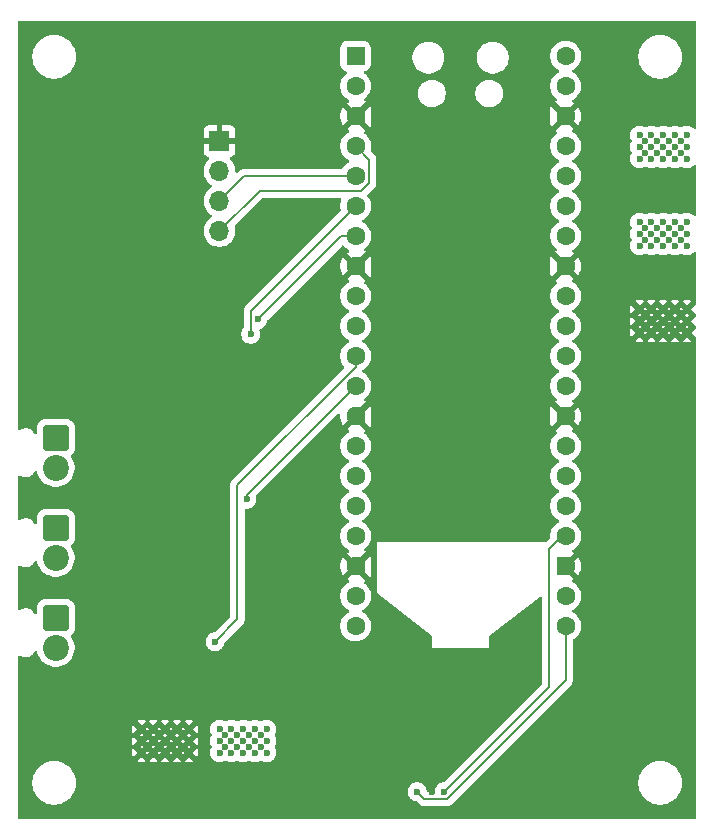
<source format=gbl>
%TF.GenerationSoftware,KiCad,Pcbnew,9.0.0*%
%TF.CreationDate,2025-06-15T18:58:11-04:00*%
%TF.ProjectId,data-logger,64617461-2d6c-46f6-9767-65722e6b6963,rev?*%
%TF.SameCoordinates,Original*%
%TF.FileFunction,Copper,L2,Bot*%
%TF.FilePolarity,Positive*%
%FSLAX46Y46*%
G04 Gerber Fmt 4.6, Leading zero omitted, Abs format (unit mm)*
G04 Created by KiCad (PCBNEW 9.0.0) date 2025-06-15 18:58:11*
%MOMM*%
%LPD*%
G01*
G04 APERTURE LIST*
G04 Aperture macros list*
%AMRoundRect*
0 Rectangle with rounded corners*
0 $1 Rounding radius*
0 $2 $3 $4 $5 $6 $7 $8 $9 X,Y pos of 4 corners*
0 Add a 4 corners polygon primitive as box body*
4,1,4,$2,$3,$4,$5,$6,$7,$8,$9,$2,$3,0*
0 Add four circle primitives for the rounded corners*
1,1,$1+$1,$2,$3*
1,1,$1+$1,$4,$5*
1,1,$1+$1,$6,$7*
1,1,$1+$1,$8,$9*
0 Add four rect primitives between the rounded corners*
20,1,$1+$1,$2,$3,$4,$5,0*
20,1,$1+$1,$4,$5,$6,$7,0*
20,1,$1+$1,$6,$7,$8,$9,0*
20,1,$1+$1,$8,$9,$2,$3,0*%
%AMFreePoly0*
4,1,37,0.603843,0.796157,0.639018,0.796157,0.711114,0.766294,0.766294,0.711114,0.796157,0.639018,0.796157,0.603843,0.800000,0.600000,0.800000,-0.600000,0.796157,-0.603843,0.796157,-0.639018,0.766294,-0.711114,0.711114,-0.766294,0.639018,-0.796157,0.603843,-0.796157,0.600000,-0.800000,0.000000,-0.800000,0.000000,-0.796148,-0.078414,-0.796148,-0.232228,-0.765552,-0.377117,-0.705537,
-0.507515,-0.618408,-0.618408,-0.507515,-0.705537,-0.377117,-0.765552,-0.232228,-0.796148,-0.078414,-0.796148,0.078414,-0.765552,0.232228,-0.705537,0.377117,-0.618408,0.507515,-0.507515,0.618408,-0.377117,0.705537,-0.232228,0.765552,-0.078414,0.796148,0.000000,0.796148,0.000000,0.800000,0.600000,0.800000,0.603843,0.796157,0.603843,0.796157,$1*%
%AMFreePoly1*
4,1,37,0.000000,0.796148,0.078414,0.796148,0.232228,0.765552,0.377117,0.705537,0.507515,0.618408,0.618408,0.507515,0.705537,0.377117,0.765552,0.232228,0.796148,0.078414,0.796148,-0.078414,0.765552,-0.232228,0.705537,-0.377117,0.618408,-0.507515,0.507515,-0.618408,0.377117,-0.705537,0.232228,-0.765552,0.078414,-0.796148,0.000000,-0.796148,0.000000,-0.800000,-0.600000,-0.800000,
-0.603843,-0.796157,-0.639018,-0.796157,-0.711114,-0.766294,-0.766294,-0.711114,-0.796157,-0.639018,-0.796157,-0.603843,-0.800000,-0.600000,-0.800000,0.600000,-0.796157,0.603843,-0.796157,0.639018,-0.766294,0.711114,-0.711114,0.766294,-0.639018,0.796157,-0.603843,0.796157,-0.600000,0.800000,0.000000,0.800000,0.000000,0.796148,0.000000,0.796148,$1*%
G04 Aperture macros list end*
%TA.AperFunction,ComponentPad*%
%ADD10C,0.600000*%
%TD*%
%TA.AperFunction,ComponentPad*%
%ADD11RoundRect,0.249999X-0.850001X0.850001X-0.850001X-0.850001X0.850001X-0.850001X0.850001X0.850001X0*%
%TD*%
%TA.AperFunction,ComponentPad*%
%ADD12C,2.200000*%
%TD*%
%TA.AperFunction,ComponentPad*%
%ADD13RoundRect,0.200000X-0.600000X-0.600000X0.600000X-0.600000X0.600000X0.600000X-0.600000X0.600000X0*%
%TD*%
%TA.AperFunction,ComponentPad*%
%ADD14C,1.600000*%
%TD*%
%TA.AperFunction,ComponentPad*%
%ADD15FreePoly0,0.000000*%
%TD*%
%TA.AperFunction,ComponentPad*%
%ADD16FreePoly1,0.000000*%
%TD*%
%TA.AperFunction,ComponentPad*%
%ADD17R,1.700000X1.700000*%
%TD*%
%TA.AperFunction,ComponentPad*%
%ADD18O,1.700000X1.700000*%
%TD*%
%TA.AperFunction,ViaPad*%
%ADD19C,0.600000*%
%TD*%
%TA.AperFunction,Conductor*%
%ADD20C,0.200000*%
%TD*%
G04 APERTURE END LIST*
D10*
%TO.P,TP5,1,1*%
%TO.N,+3.3V*%
X119158000Y-131588000D03*
X119158000Y-132588000D03*
X119158000Y-133588000D03*
X119658000Y-132088000D03*
X119658000Y-133088000D03*
X120158000Y-131588000D03*
X120158000Y-132588000D03*
X120158000Y-133588000D03*
X120643900Y-133086281D03*
X120658000Y-132088000D03*
X121158000Y-131588000D03*
X121158000Y-132588000D03*
X121158000Y-133588000D03*
X121658000Y-132088000D03*
X121658000Y-133088000D03*
X122158000Y-131588000D03*
X122158000Y-132588000D03*
X122158000Y-133588000D03*
X122658000Y-132088000D03*
X122658000Y-133088000D03*
X123158000Y-131588000D03*
X123158000Y-132588000D03*
X123158000Y-133588000D03*
%TD*%
%TO.P,TP3,1,1*%
%TO.N,GND*%
X112554000Y-131588000D03*
X112554000Y-132588000D03*
X112554000Y-133588000D03*
X113054000Y-132088000D03*
X113054000Y-133088000D03*
X113554000Y-131588000D03*
X113554000Y-132588000D03*
X113554000Y-133588000D03*
X114039900Y-133086281D03*
X114054000Y-132088000D03*
X114554000Y-131588000D03*
X114554000Y-132588000D03*
X114554000Y-133588000D03*
X115054000Y-132088000D03*
X115054000Y-133088000D03*
X115554000Y-131588000D03*
X115554000Y-132588000D03*
X115554000Y-133588000D03*
X116054000Y-132088000D03*
X116054000Y-133088000D03*
X116554000Y-131588000D03*
X116554000Y-132588000D03*
X116554000Y-133588000D03*
%TD*%
%TO.P,TP4,1,1*%
%TO.N,+5V*%
X154718000Y-81296000D03*
X154718000Y-82296000D03*
X154718000Y-83296000D03*
X155218000Y-81796000D03*
X155218000Y-82796000D03*
X155718000Y-81296000D03*
X155718000Y-82296000D03*
X155718000Y-83296000D03*
X156203900Y-82794281D03*
X156218000Y-81796000D03*
X156718000Y-81296000D03*
X156718000Y-82296000D03*
X156718000Y-83296000D03*
X157218000Y-81796000D03*
X157218000Y-82796000D03*
X157718000Y-81296000D03*
X157718000Y-82296000D03*
X157718000Y-83296000D03*
X158218000Y-81796000D03*
X158218000Y-82796000D03*
X158718000Y-81296000D03*
X158718000Y-82296000D03*
X158718000Y-83296000D03*
%TD*%
D11*
%TO.P,J3,1,Pin_1*%
%TO.N,Net-(J3-Pin_1)*%
X105288500Y-122174000D03*
D12*
%TO.P,J3,2,Pin_2*%
%TO.N,Net-(J3-Pin_2)*%
X105288500Y-124714000D03*
%TD*%
D11*
%TO.P,J2,1,Pin_1*%
%TO.N,Net-(J2-Pin_1)*%
X105288500Y-114554000D03*
D12*
%TO.P,J2,2,Pin_2*%
%TO.N,Net-(J2-Pin_2)*%
X105288500Y-117094000D03*
%TD*%
D10*
%TO.P,TP2,1,1*%
%TO.N,GND*%
X154718000Y-96028000D03*
X154718000Y-97028000D03*
X154718000Y-98028000D03*
X155218000Y-96528000D03*
X155218000Y-97528000D03*
X155718000Y-96028000D03*
X155718000Y-97028000D03*
X155718000Y-98028000D03*
X156203900Y-97526281D03*
X156218000Y-96528000D03*
X156718000Y-96028000D03*
X156718000Y-97028000D03*
X156718000Y-98028000D03*
X157218000Y-96528000D03*
X157218000Y-97528000D03*
X157718000Y-96028000D03*
X157718000Y-97028000D03*
X157718000Y-98028000D03*
X158218000Y-96528000D03*
X158218000Y-97528000D03*
X158718000Y-96028000D03*
X158718000Y-97028000D03*
X158718000Y-98028000D03*
%TD*%
%TO.P,TP1,1,1*%
%TO.N,Net-(A1-VSYS)*%
X154718000Y-88662000D03*
X154718000Y-89662000D03*
X154718000Y-90662000D03*
X155218000Y-89162000D03*
X155218000Y-90162000D03*
X155718000Y-88662000D03*
X155718000Y-89662000D03*
X155718000Y-90662000D03*
X156203900Y-90160281D03*
X156218000Y-89162000D03*
X156718000Y-88662000D03*
X156718000Y-89662000D03*
X156718000Y-90662000D03*
X157218000Y-89162000D03*
X157218000Y-90162000D03*
X157718000Y-88662000D03*
X157718000Y-89662000D03*
X157718000Y-90662000D03*
X158218000Y-89162000D03*
X158218000Y-90162000D03*
X158718000Y-88662000D03*
X158718000Y-89662000D03*
X158718000Y-90662000D03*
%TD*%
D13*
%TO.P,A1,1,GPIO0*%
%TO.N,TX*%
X130673000Y-74615000D03*
D14*
%TO.P,A1,2,GPIO1*%
%TO.N,RX*%
X130673000Y-77155000D03*
D15*
%TO.P,A1,3,GND*%
%TO.N,GND*%
X130673000Y-79695000D03*
D14*
%TO.P,A1,4,GPIO2*%
%TO.N,SDA1*%
X130673000Y-82235000D03*
%TO.P,A1,5,GPIO3*%
%TO.N,SCL1*%
X130673000Y-84775000D03*
%TO.P,A1,6,GPIO4*%
%TO.N,SDA0*%
X130673000Y-87315000D03*
%TO.P,A1,7,GPIO5*%
%TO.N,SCL0*%
X130673000Y-89855000D03*
D15*
%TO.P,A1,8,GND*%
%TO.N,GND*%
X130673000Y-92395000D03*
D14*
%TO.P,A1,9,GPIO6*%
%TO.N,unconnected-(A1-GPIO6-Pad9)*%
X130673000Y-94935000D03*
%TO.P,A1,10,GPIO7*%
%TO.N,unconnected-(A1-GPIO7-Pad10)*%
X130673000Y-97475000D03*
%TO.P,A1,11,GPIO8*%
%TO.N,CS3*%
X130673000Y-100015000D03*
%TO.P,A1,12,GPIO9*%
%TO.N,CS2*%
X130673000Y-102555000D03*
D15*
%TO.P,A1,13,GND*%
%TO.N,GND*%
X130673000Y-105095000D03*
D14*
%TO.P,A1,14,GPIO10*%
%TO.N,unconnected-(A1-GPIO10-Pad14)*%
X130673000Y-107635000D03*
%TO.P,A1,15,GPIO11*%
%TO.N,unconnected-(A1-GPIO11-Pad15)*%
X130673000Y-110175000D03*
%TO.P,A1,16,GPIO12*%
%TO.N,MISO1*%
X130673000Y-112715000D03*
%TO.P,A1,17,GPIO13*%
%TO.N,CS1*%
X130673000Y-115255000D03*
D15*
%TO.P,A1,18,GND*%
%TO.N,GND*%
X130673000Y-117795000D03*
D14*
%TO.P,A1,19,GPIO14*%
%TO.N,SCK1*%
X130673000Y-120335000D03*
%TO.P,A1,20,GPIO15*%
%TO.N,unconnected-(A1-GPIO15-Pad20)*%
X130673000Y-122875000D03*
%TO.P,A1,21,GPIO16*%
%TO.N,MISO0*%
X148453000Y-122875000D03*
%TO.P,A1,22,GPIO17*%
%TO.N,CS0*%
X148453000Y-120335000D03*
D16*
%TO.P,A1,23,GND*%
%TO.N,GND*%
X148453000Y-117795000D03*
D14*
%TO.P,A1,24,GPIO18*%
%TO.N,SCK0*%
X148453000Y-115255000D03*
%TO.P,A1,25,GPIO19*%
%TO.N,MOSI0*%
X148453000Y-112715000D03*
%TO.P,A1,26,GPIO20*%
%TO.N,unconnected-(A1-GPIO20-Pad26)*%
X148453000Y-110175000D03*
%TO.P,A1,27,GPIO21*%
%TO.N,unconnected-(A1-GPIO21-Pad27)*%
X148453000Y-107635000D03*
D16*
%TO.P,A1,28,GND*%
%TO.N,GND*%
X148453000Y-105095000D03*
D14*
%TO.P,A1,29,GPIO22*%
%TO.N,unconnected-(A1-GPIO22-Pad29)*%
X148453000Y-102555000D03*
%TO.P,A1,30,RUN*%
%TO.N,unconnected-(A1-RUN-Pad30)*%
X148453000Y-100015000D03*
%TO.P,A1,31,GPIO26_ADC0*%
%TO.N,ADC0*%
X148453000Y-97475000D03*
%TO.P,A1,32,GPIO27_ADC1*%
%TO.N,ADC1*%
X148453000Y-94935000D03*
D16*
%TO.P,A1,33,AGND*%
%TO.N,GND*%
X148453000Y-92395000D03*
D14*
%TO.P,A1,34,GPIO28_ADC2*%
%TO.N,unconnected-(A1-GPIO28_ADC2-Pad34)*%
X148453000Y-89855000D03*
%TO.P,A1,35,ADC_VREF*%
%TO.N,unconnected-(A1-ADC_VREF-Pad35)*%
X148453000Y-87315000D03*
%TO.P,A1,36,3V3*%
%TO.N,+3.3V*%
X148453000Y-84775000D03*
%TO.P,A1,37,3V3_EN*%
%TO.N,unconnected-(A1-3V3_EN-Pad37)*%
X148453000Y-82235000D03*
D16*
%TO.P,A1,38,GND*%
%TO.N,GND*%
X148453000Y-79695000D03*
D14*
%TO.P,A1,39,VSYS*%
%TO.N,Net-(A1-VSYS)*%
X148453000Y-77155000D03*
%TO.P,A1,40,VBUS*%
%TO.N,+5V*%
X148453000Y-74615000D03*
%TD*%
D11*
%TO.P,J1,1,Pin_1*%
%TO.N,Net-(J1-Pin_1)*%
X105288500Y-106934000D03*
D12*
%TO.P,J1,2,Pin_2*%
%TO.N,Net-(J1-Pin_2)*%
X105288500Y-109474000D03*
%TD*%
D17*
%TO.P,J9,1,Pin_1*%
%TO.N,GND*%
X119151000Y-81798000D03*
D18*
%TO.P,J9,2,Pin_2*%
%TO.N,Net-(J9-Pin_2)*%
X119151000Y-84338000D03*
%TO.P,J9,3,Pin_3*%
%TO.N,SCL1*%
X119151000Y-86878000D03*
%TO.P,J9,4,Pin_4*%
%TO.N,SDA1*%
X119151000Y-89418000D03*
%TD*%
D19*
%TO.N,CS3*%
X118770400Y-124206000D03*
%TO.N,CS2*%
X121462800Y-112141000D03*
%TO.N,SDA0*%
X121793000Y-98161000D03*
%TO.N,SCL0*%
X122394500Y-96911000D03*
%TO.N,GND*%
X113538000Y-113538000D03*
X118618000Y-112014000D03*
X113538000Y-105918000D03*
X113538000Y-121158000D03*
X118618000Y-119634000D03*
X118618000Y-127254000D03*
X129286000Y-136665000D03*
X121412000Y-99568000D03*
X108712000Y-99568000D03*
X108712000Y-87630000D03*
X154432000Y-103632000D03*
X132334000Y-129540000D03*
%TO.N,MISO0*%
X135890000Y-136906000D03*
%TO.N,SCK0*%
X138176000Y-136906000D03*
%TO.N,GND*%
X137160000Y-136906000D03*
%TD*%
D20*
%TO.N,CS3*%
X130673000Y-100898800D02*
X130673000Y-100015000D01*
X120675400Y-110896400D02*
X130673000Y-100898800D01*
X120675400Y-122301000D02*
X120675400Y-110896400D01*
X118770400Y-124206000D02*
X120675400Y-122301000D01*
%TO.N,CS2*%
X121462800Y-111765200D02*
X130673000Y-102555000D01*
X121462800Y-112141000D02*
X121462800Y-111765200D01*
%TO.N,SDA0*%
X121793000Y-96195000D02*
X121793000Y-98161000D01*
X130673000Y-87315000D02*
X121793000Y-96195000D01*
%TO.N,SCL0*%
X129450500Y-89855000D02*
X122394500Y-96911000D01*
X130673000Y-89855000D02*
X129450500Y-89855000D01*
%TO.N,SDA1*%
X131826000Y-85344000D02*
X131826000Y-83388000D01*
X131146475Y-86023525D02*
X131826000Y-85344000D01*
X119151000Y-89418000D02*
X122545475Y-86023525D01*
X122545475Y-86023525D02*
X131146475Y-86023525D01*
X131826000Y-83388000D02*
X130673000Y-82235000D01*
%TO.N,SCL1*%
X121254000Y-84775000D02*
X130673000Y-84775000D01*
X119151000Y-86878000D02*
X121254000Y-84775000D01*
%TO.N,MISO0*%
X148453000Y-127478943D02*
X148453000Y-122875000D01*
X136491000Y-137507000D02*
X138424943Y-137507000D01*
X138424943Y-137507000D02*
X148453000Y-127478943D01*
X135890000Y-136906000D02*
X136491000Y-137507000D01*
%TO.N,SCK0*%
X148143000Y-115255000D02*
X148453000Y-115255000D01*
X147066000Y-116332000D02*
X148143000Y-115255000D01*
X147066000Y-128016000D02*
X147066000Y-116332000D01*
X138176000Y-136906000D02*
X147066000Y-128016000D01*
%TD*%
%TA.AperFunction,Conductor*%
%TO.N,GND*%
G36*
X159455039Y-71647685D02*
G01*
X159500794Y-71700489D01*
X159512000Y-71752000D01*
X159512000Y-80658559D01*
X159492315Y-80725598D01*
X159439511Y-80771353D01*
X159370353Y-80781297D01*
X159306797Y-80752272D01*
X159300319Y-80746240D01*
X159228292Y-80674213D01*
X159228288Y-80674210D01*
X159097185Y-80586609D01*
X159097172Y-80586602D01*
X158951501Y-80526264D01*
X158951489Y-80526261D01*
X158796845Y-80495500D01*
X158796842Y-80495500D01*
X158639158Y-80495500D01*
X158639155Y-80495500D01*
X158484510Y-80526261D01*
X158484498Y-80526264D01*
X158338827Y-80586602D01*
X158338814Y-80586609D01*
X158286891Y-80621304D01*
X158220214Y-80642182D01*
X158152833Y-80623698D01*
X158149109Y-80621304D01*
X158097185Y-80586609D01*
X158097172Y-80586602D01*
X157951501Y-80526264D01*
X157951489Y-80526261D01*
X157796845Y-80495500D01*
X157796842Y-80495500D01*
X157639158Y-80495500D01*
X157639155Y-80495500D01*
X157484510Y-80526261D01*
X157484498Y-80526264D01*
X157338827Y-80586602D01*
X157338814Y-80586609D01*
X157286891Y-80621304D01*
X157220214Y-80642182D01*
X157152833Y-80623698D01*
X157149109Y-80621304D01*
X157097185Y-80586609D01*
X157097172Y-80586602D01*
X156951501Y-80526264D01*
X156951489Y-80526261D01*
X156796845Y-80495500D01*
X156796842Y-80495500D01*
X156639158Y-80495500D01*
X156639155Y-80495500D01*
X156484510Y-80526261D01*
X156484498Y-80526264D01*
X156338827Y-80586602D01*
X156338814Y-80586609D01*
X156286891Y-80621304D01*
X156220214Y-80642182D01*
X156152833Y-80623698D01*
X156149109Y-80621304D01*
X156097185Y-80586609D01*
X156097172Y-80586602D01*
X155951501Y-80526264D01*
X155951489Y-80526261D01*
X155796845Y-80495500D01*
X155796842Y-80495500D01*
X155639158Y-80495500D01*
X155639155Y-80495500D01*
X155484510Y-80526261D01*
X155484498Y-80526264D01*
X155338827Y-80586602D01*
X155338814Y-80586609D01*
X155286891Y-80621304D01*
X155220214Y-80642182D01*
X155152833Y-80623698D01*
X155149109Y-80621304D01*
X155097185Y-80586609D01*
X155097172Y-80586602D01*
X154951501Y-80526264D01*
X154951489Y-80526261D01*
X154796845Y-80495500D01*
X154796842Y-80495500D01*
X154639158Y-80495500D01*
X154639155Y-80495500D01*
X154484510Y-80526261D01*
X154484498Y-80526264D01*
X154338827Y-80586602D01*
X154338814Y-80586609D01*
X154207711Y-80674210D01*
X154207707Y-80674213D01*
X154096213Y-80785707D01*
X154096210Y-80785711D01*
X154008609Y-80916814D01*
X154008602Y-80916827D01*
X153948264Y-81062498D01*
X153948261Y-81062510D01*
X153917500Y-81217153D01*
X153917500Y-81374846D01*
X153948261Y-81529489D01*
X153948264Y-81529501D01*
X154008602Y-81675172D01*
X154008609Y-81675185D01*
X154043304Y-81727109D01*
X154064182Y-81793786D01*
X154045698Y-81861167D01*
X154043304Y-81864891D01*
X154008609Y-81916814D01*
X154008602Y-81916827D01*
X153948264Y-82062498D01*
X153948261Y-82062510D01*
X153917500Y-82217153D01*
X153917500Y-82374846D01*
X153948261Y-82529489D01*
X153948264Y-82529501D01*
X154008602Y-82675172D01*
X154008609Y-82675185D01*
X154043304Y-82727109D01*
X154064182Y-82793786D01*
X154045698Y-82861167D01*
X154043304Y-82864891D01*
X154008609Y-82916814D01*
X154008602Y-82916827D01*
X153948264Y-83062498D01*
X153948261Y-83062510D01*
X153917500Y-83217153D01*
X153917500Y-83374846D01*
X153948261Y-83529489D01*
X153948264Y-83529501D01*
X154008602Y-83675172D01*
X154008609Y-83675185D01*
X154096210Y-83806288D01*
X154096213Y-83806292D01*
X154207707Y-83917786D01*
X154207711Y-83917789D01*
X154338814Y-84005390D01*
X154338827Y-84005397D01*
X154484498Y-84065735D01*
X154484503Y-84065737D01*
X154623498Y-84093385D01*
X154639153Y-84096499D01*
X154639156Y-84096500D01*
X154639158Y-84096500D01*
X154796844Y-84096500D01*
X154796845Y-84096499D01*
X154951497Y-84065737D01*
X155097179Y-84005394D01*
X155149110Y-83970694D01*
X155215785Y-83949816D01*
X155283165Y-83968300D01*
X155286863Y-83970676D01*
X155338821Y-84005394D01*
X155338823Y-84005395D01*
X155338825Y-84005396D01*
X155378332Y-84021760D01*
X155484503Y-84065737D01*
X155623498Y-84093385D01*
X155639153Y-84096499D01*
X155639156Y-84096500D01*
X155639158Y-84096500D01*
X155796844Y-84096500D01*
X155796845Y-84096499D01*
X155951497Y-84065737D01*
X156097179Y-84005394D01*
X156149110Y-83970694D01*
X156215785Y-83949816D01*
X156283165Y-83968300D01*
X156286863Y-83970676D01*
X156338821Y-84005394D01*
X156338823Y-84005395D01*
X156338825Y-84005396D01*
X156378332Y-84021760D01*
X156484503Y-84065737D01*
X156623498Y-84093385D01*
X156639153Y-84096499D01*
X156639156Y-84096500D01*
X156639158Y-84096500D01*
X156796844Y-84096500D01*
X156796845Y-84096499D01*
X156951497Y-84065737D01*
X157097179Y-84005394D01*
X157149110Y-83970694D01*
X157215785Y-83949816D01*
X157283165Y-83968300D01*
X157286863Y-83970676D01*
X157338821Y-84005394D01*
X157338823Y-84005395D01*
X157338825Y-84005396D01*
X157378332Y-84021760D01*
X157484503Y-84065737D01*
X157623498Y-84093385D01*
X157639153Y-84096499D01*
X157639156Y-84096500D01*
X157639158Y-84096500D01*
X157796844Y-84096500D01*
X157796845Y-84096499D01*
X157951497Y-84065737D01*
X158097179Y-84005394D01*
X158149110Y-83970694D01*
X158215785Y-83949816D01*
X158283165Y-83968300D01*
X158286863Y-83970676D01*
X158338821Y-84005394D01*
X158338823Y-84005395D01*
X158338825Y-84005396D01*
X158378332Y-84021760D01*
X158484503Y-84065737D01*
X158623498Y-84093385D01*
X158639153Y-84096499D01*
X158639156Y-84096500D01*
X158639158Y-84096500D01*
X158796844Y-84096500D01*
X158796845Y-84096499D01*
X158951497Y-84065737D01*
X159097179Y-84005394D01*
X159228289Y-83917789D01*
X159228292Y-83917786D01*
X159300319Y-83845760D01*
X159361642Y-83812275D01*
X159431334Y-83817259D01*
X159487267Y-83859131D01*
X159511684Y-83924595D01*
X159512000Y-83933441D01*
X159512000Y-88024559D01*
X159492315Y-88091598D01*
X159439511Y-88137353D01*
X159370353Y-88147297D01*
X159306797Y-88118272D01*
X159300319Y-88112240D01*
X159228292Y-88040213D01*
X159228288Y-88040210D01*
X159097185Y-87952609D01*
X159097172Y-87952602D01*
X158951501Y-87892264D01*
X158951489Y-87892261D01*
X158796845Y-87861500D01*
X158796842Y-87861500D01*
X158639158Y-87861500D01*
X158639155Y-87861500D01*
X158484510Y-87892261D01*
X158484498Y-87892264D01*
X158338827Y-87952602D01*
X158338814Y-87952609D01*
X158286891Y-87987304D01*
X158220214Y-88008182D01*
X158152833Y-87989698D01*
X158149109Y-87987304D01*
X158097185Y-87952609D01*
X158097172Y-87952602D01*
X157951501Y-87892264D01*
X157951489Y-87892261D01*
X157796845Y-87861500D01*
X157796842Y-87861500D01*
X157639158Y-87861500D01*
X157639155Y-87861500D01*
X157484510Y-87892261D01*
X157484498Y-87892264D01*
X157338827Y-87952602D01*
X157338814Y-87952609D01*
X157286891Y-87987304D01*
X157220214Y-88008182D01*
X157152833Y-87989698D01*
X157149109Y-87987304D01*
X157097185Y-87952609D01*
X157097172Y-87952602D01*
X156951501Y-87892264D01*
X156951489Y-87892261D01*
X156796845Y-87861500D01*
X156796842Y-87861500D01*
X156639158Y-87861500D01*
X156639155Y-87861500D01*
X156484510Y-87892261D01*
X156484498Y-87892264D01*
X156338827Y-87952602D01*
X156338814Y-87952609D01*
X156286891Y-87987304D01*
X156220214Y-88008182D01*
X156152833Y-87989698D01*
X156149109Y-87987304D01*
X156097185Y-87952609D01*
X156097172Y-87952602D01*
X155951501Y-87892264D01*
X155951489Y-87892261D01*
X155796845Y-87861500D01*
X155796842Y-87861500D01*
X155639158Y-87861500D01*
X155639155Y-87861500D01*
X155484510Y-87892261D01*
X155484498Y-87892264D01*
X155338827Y-87952602D01*
X155338814Y-87952609D01*
X155286891Y-87987304D01*
X155220214Y-88008182D01*
X155152833Y-87989698D01*
X155149109Y-87987304D01*
X155097185Y-87952609D01*
X155097172Y-87952602D01*
X154951501Y-87892264D01*
X154951489Y-87892261D01*
X154796845Y-87861500D01*
X154796842Y-87861500D01*
X154639158Y-87861500D01*
X154639155Y-87861500D01*
X154484510Y-87892261D01*
X154484498Y-87892264D01*
X154338827Y-87952602D01*
X154338814Y-87952609D01*
X154207711Y-88040210D01*
X154207707Y-88040213D01*
X154096213Y-88151707D01*
X154096210Y-88151711D01*
X154008609Y-88282814D01*
X154008602Y-88282827D01*
X153948264Y-88428498D01*
X153948261Y-88428510D01*
X153917500Y-88583153D01*
X153917500Y-88740846D01*
X153948261Y-88895489D01*
X153948264Y-88895501D01*
X154008602Y-89041172D01*
X154008609Y-89041185D01*
X154043304Y-89093109D01*
X154064182Y-89159786D01*
X154045698Y-89227167D01*
X154043304Y-89230891D01*
X154008609Y-89282814D01*
X154008602Y-89282827D01*
X153948264Y-89428498D01*
X153948261Y-89428510D01*
X153917500Y-89583153D01*
X153917500Y-89740846D01*
X153948261Y-89895489D01*
X153948264Y-89895501D01*
X154008602Y-90041172D01*
X154008609Y-90041185D01*
X154043304Y-90093109D01*
X154064182Y-90159786D01*
X154045698Y-90227167D01*
X154043304Y-90230891D01*
X154008609Y-90282814D01*
X154008602Y-90282827D01*
X153948264Y-90428498D01*
X153948261Y-90428510D01*
X153917500Y-90583153D01*
X153917500Y-90740846D01*
X153948261Y-90895489D01*
X153948264Y-90895501D01*
X154008602Y-91041172D01*
X154008609Y-91041185D01*
X154096210Y-91172288D01*
X154096213Y-91172292D01*
X154207707Y-91283786D01*
X154207711Y-91283789D01*
X154338814Y-91371390D01*
X154338827Y-91371397D01*
X154484498Y-91431735D01*
X154484503Y-91431737D01*
X154639153Y-91462499D01*
X154639156Y-91462500D01*
X154639158Y-91462500D01*
X154796844Y-91462500D01*
X154796845Y-91462499D01*
X154951497Y-91431737D01*
X155097179Y-91371394D01*
X155149110Y-91336694D01*
X155215785Y-91315816D01*
X155283165Y-91334300D01*
X155286863Y-91336676D01*
X155338821Y-91371394D01*
X155338823Y-91371395D01*
X155338825Y-91371396D01*
X155484498Y-91431735D01*
X155484503Y-91431737D01*
X155639153Y-91462499D01*
X155639156Y-91462500D01*
X155639158Y-91462500D01*
X155796844Y-91462500D01*
X155796845Y-91462499D01*
X155951497Y-91431737D01*
X156097179Y-91371394D01*
X156149110Y-91336694D01*
X156215785Y-91315816D01*
X156283165Y-91334300D01*
X156286863Y-91336676D01*
X156338821Y-91371394D01*
X156338823Y-91371395D01*
X156338825Y-91371396D01*
X156484498Y-91431735D01*
X156484503Y-91431737D01*
X156639153Y-91462499D01*
X156639156Y-91462500D01*
X156639158Y-91462500D01*
X156796844Y-91462500D01*
X156796845Y-91462499D01*
X156951497Y-91431737D01*
X157097179Y-91371394D01*
X157149110Y-91336694D01*
X157215785Y-91315816D01*
X157283165Y-91334300D01*
X157286863Y-91336676D01*
X157338821Y-91371394D01*
X157338823Y-91371395D01*
X157338825Y-91371396D01*
X157484498Y-91431735D01*
X157484503Y-91431737D01*
X157639153Y-91462499D01*
X157639156Y-91462500D01*
X157639158Y-91462500D01*
X157796844Y-91462500D01*
X157796845Y-91462499D01*
X157951497Y-91431737D01*
X158097179Y-91371394D01*
X158149110Y-91336694D01*
X158215785Y-91315816D01*
X158283165Y-91334300D01*
X158286863Y-91336676D01*
X158338821Y-91371394D01*
X158338823Y-91371395D01*
X158338825Y-91371396D01*
X158484498Y-91431735D01*
X158484503Y-91431737D01*
X158639153Y-91462499D01*
X158639156Y-91462500D01*
X158639158Y-91462500D01*
X158796844Y-91462500D01*
X158796845Y-91462499D01*
X158951497Y-91431737D01*
X159097179Y-91371394D01*
X159228289Y-91283789D01*
X159245923Y-91266155D01*
X159300319Y-91211760D01*
X159361642Y-91178275D01*
X159431334Y-91183259D01*
X159487267Y-91225131D01*
X159511684Y-91290595D01*
X159512000Y-91299441D01*
X159512000Y-95531446D01*
X159508692Y-95531446D01*
X159511420Y-95556811D01*
X159480147Y-95619292D01*
X159477071Y-95622480D01*
X159071553Y-96028000D01*
X159071553Y-96028001D01*
X159472074Y-96428522D01*
X159476703Y-96430636D01*
X159484565Y-96442870D01*
X159496053Y-96451788D01*
X159503075Y-96471673D01*
X159512000Y-96485559D01*
X159512000Y-96557190D01*
X159499815Y-96598688D01*
X159478784Y-96616911D01*
X159480712Y-96618839D01*
X159071553Y-97027999D01*
X159071553Y-97028001D01*
X159472074Y-97428522D01*
X159476703Y-97430636D01*
X159484565Y-97442870D01*
X159496053Y-97451788D01*
X159503075Y-97471673D01*
X159512000Y-97485559D01*
X159512000Y-97557190D01*
X159499815Y-97598688D01*
X159478784Y-97616911D01*
X159480712Y-97618839D01*
X159071553Y-98027999D01*
X159071553Y-98028001D01*
X159477070Y-98433518D01*
X159510555Y-98494841D01*
X159508430Y-98524553D01*
X159512000Y-98524553D01*
X159512000Y-139068000D01*
X159492315Y-139135039D01*
X159439511Y-139180794D01*
X159388000Y-139192000D01*
X102232000Y-139192000D01*
X102164961Y-139172315D01*
X102119206Y-139119511D01*
X102108000Y-139068000D01*
X102108000Y-136022711D01*
X103305500Y-136022711D01*
X103305500Y-136265288D01*
X103337161Y-136505785D01*
X103399947Y-136740104D01*
X103438845Y-136834011D01*
X103492776Y-136964212D01*
X103614064Y-137174289D01*
X103614066Y-137174292D01*
X103614067Y-137174293D01*
X103761733Y-137366736D01*
X103761739Y-137366743D01*
X103933256Y-137538260D01*
X103933262Y-137538265D01*
X104125711Y-137685936D01*
X104335788Y-137807224D01*
X104559900Y-137900054D01*
X104794211Y-137962838D01*
X104974586Y-137986584D01*
X105034711Y-137994500D01*
X105034712Y-137994500D01*
X105277289Y-137994500D01*
X105330315Y-137987519D01*
X105517789Y-137962838D01*
X105752100Y-137900054D01*
X105976212Y-137807224D01*
X106186289Y-137685936D01*
X106378738Y-137538265D01*
X106550265Y-137366738D01*
X106697936Y-137174289D01*
X106819224Y-136964212D01*
X106912054Y-136740100D01*
X106974838Y-136505789D01*
X107006500Y-136265288D01*
X107006500Y-136022712D01*
X106974838Y-135782211D01*
X106912054Y-135547900D01*
X106819224Y-135323788D01*
X106697936Y-135113711D01*
X106550265Y-134921262D01*
X106550260Y-134921256D01*
X106378743Y-134749739D01*
X106378736Y-134749733D01*
X106186293Y-134602067D01*
X106186292Y-134602066D01*
X106186289Y-134602064D01*
X105976212Y-134480776D01*
X105976205Y-134480773D01*
X105752104Y-134387947D01*
X105749073Y-134387135D01*
X105517789Y-134325162D01*
X105517788Y-134325161D01*
X105517785Y-134325161D01*
X105355869Y-134303845D01*
X112191706Y-134303845D01*
X112320652Y-134357257D01*
X112320656Y-134357258D01*
X112475202Y-134387999D01*
X112475206Y-134388000D01*
X112632794Y-134388000D01*
X112632797Y-134387999D01*
X112787343Y-134357258D01*
X112787347Y-134357257D01*
X112916293Y-134303845D01*
X113191706Y-134303845D01*
X113320652Y-134357257D01*
X113320656Y-134357258D01*
X113475202Y-134387999D01*
X113475206Y-134388000D01*
X113632794Y-134388000D01*
X113632797Y-134387999D01*
X113787343Y-134357258D01*
X113787347Y-134357257D01*
X113916293Y-134303845D01*
X114191706Y-134303845D01*
X114320652Y-134357257D01*
X114320656Y-134357258D01*
X114475202Y-134387999D01*
X114475206Y-134388000D01*
X114632794Y-134388000D01*
X114632797Y-134387999D01*
X114787343Y-134357258D01*
X114787347Y-134357257D01*
X114916293Y-134303845D01*
X115191706Y-134303845D01*
X115320652Y-134357257D01*
X115320656Y-134357258D01*
X115475202Y-134387999D01*
X115475206Y-134388000D01*
X115632794Y-134388000D01*
X115632797Y-134387999D01*
X115787343Y-134357258D01*
X115787347Y-134357257D01*
X115916293Y-134303845D01*
X116191706Y-134303845D01*
X116320652Y-134357257D01*
X116320656Y-134357258D01*
X116475202Y-134387999D01*
X116475206Y-134388000D01*
X116632794Y-134388000D01*
X116632797Y-134387999D01*
X116787343Y-134357258D01*
X116787347Y-134357257D01*
X116916293Y-134303845D01*
X116554001Y-133941553D01*
X116554000Y-133941553D01*
X116191706Y-134303845D01*
X115916293Y-134303845D01*
X115554001Y-133941553D01*
X115554000Y-133941553D01*
X115191706Y-134303845D01*
X114916293Y-134303845D01*
X114554001Y-133941553D01*
X114554000Y-133941553D01*
X114191706Y-134303845D01*
X113916293Y-134303845D01*
X113554001Y-133941553D01*
X113554000Y-133941553D01*
X113191706Y-134303845D01*
X112916293Y-134303845D01*
X112554001Y-133941553D01*
X112554000Y-133941553D01*
X112191706Y-134303845D01*
X105355869Y-134303845D01*
X105277289Y-134293500D01*
X105277288Y-134293500D01*
X105034712Y-134293500D01*
X105034711Y-134293500D01*
X104794214Y-134325161D01*
X104559895Y-134387947D01*
X104335794Y-134480773D01*
X104335785Y-134480777D01*
X104125706Y-134602067D01*
X103933263Y-134749733D01*
X103933256Y-134749739D01*
X103761739Y-134921256D01*
X103761733Y-134921263D01*
X103614067Y-135113706D01*
X103492777Y-135323785D01*
X103492773Y-135323794D01*
X103399947Y-135547895D01*
X103337161Y-135782214D01*
X103305500Y-136022711D01*
X102108000Y-136022711D01*
X102108000Y-133509202D01*
X111754000Y-133509202D01*
X111754000Y-133666797D01*
X111784741Y-133821343D01*
X111784743Y-133821351D01*
X111838153Y-133950293D01*
X112200446Y-133588001D01*
X112200446Y-133587999D01*
X112170610Y-133558163D01*
X112404000Y-133558163D01*
X112404000Y-133617837D01*
X112426836Y-133672968D01*
X112469032Y-133715164D01*
X112524163Y-133738000D01*
X112583837Y-133738000D01*
X112638968Y-133715164D01*
X112681164Y-133672968D01*
X112704000Y-133617837D01*
X112704000Y-133588000D01*
X112907553Y-133588000D01*
X113054000Y-133734446D01*
X113200446Y-133588000D01*
X113170609Y-133558163D01*
X113404000Y-133558163D01*
X113404000Y-133617837D01*
X113426836Y-133672968D01*
X113469032Y-133715164D01*
X113524163Y-133738000D01*
X113583837Y-133738000D01*
X113638968Y-133715164D01*
X113681164Y-133672968D01*
X113704000Y-133617837D01*
X113704000Y-133587999D01*
X113907553Y-133587999D01*
X114054000Y-133734445D01*
X114194255Y-133594189D01*
X114158229Y-133558163D01*
X114404000Y-133558163D01*
X114404000Y-133617837D01*
X114426836Y-133672968D01*
X114469032Y-133715164D01*
X114524163Y-133738000D01*
X114583837Y-133738000D01*
X114638968Y-133715164D01*
X114681164Y-133672968D01*
X114704000Y-133617837D01*
X114704000Y-133587999D01*
X114907553Y-133587999D01*
X115054000Y-133734446D01*
X115200446Y-133588000D01*
X115170609Y-133558163D01*
X115404000Y-133558163D01*
X115404000Y-133617837D01*
X115426836Y-133672968D01*
X115469032Y-133715164D01*
X115524163Y-133738000D01*
X115583837Y-133738000D01*
X115638968Y-133715164D01*
X115681164Y-133672968D01*
X115704000Y-133617837D01*
X115704000Y-133587999D01*
X115907553Y-133587999D01*
X116054000Y-133734446D01*
X116200446Y-133588001D01*
X116200446Y-133588000D01*
X116170609Y-133558163D01*
X116404000Y-133558163D01*
X116404000Y-133617837D01*
X116426836Y-133672968D01*
X116469032Y-133715164D01*
X116524163Y-133738000D01*
X116583837Y-133738000D01*
X116638968Y-133715164D01*
X116681164Y-133672968D01*
X116704000Y-133617837D01*
X116704000Y-133587999D01*
X116907553Y-133587999D01*
X116907553Y-133588001D01*
X117269845Y-133950293D01*
X117323257Y-133821347D01*
X117323258Y-133821343D01*
X117353999Y-133666797D01*
X117354000Y-133666794D01*
X117354000Y-133509206D01*
X117353999Y-133509202D01*
X117323258Y-133354656D01*
X117323257Y-133354652D01*
X117269845Y-133225706D01*
X116907553Y-133587999D01*
X116704000Y-133587999D01*
X116704000Y-133558163D01*
X116681164Y-133503032D01*
X116638968Y-133460836D01*
X116583837Y-133438000D01*
X116524163Y-133438000D01*
X116469032Y-133460836D01*
X116426836Y-133503032D01*
X116404000Y-133558163D01*
X116170609Y-133558163D01*
X116054000Y-133441553D01*
X115986397Y-133509157D01*
X115986396Y-133509158D01*
X115907553Y-133587999D01*
X115704000Y-133587999D01*
X115704000Y-133558163D01*
X115681164Y-133503032D01*
X115638968Y-133460836D01*
X115583837Y-133438000D01*
X115524163Y-133438000D01*
X115469032Y-133460836D01*
X115426836Y-133503032D01*
X115404000Y-133558163D01*
X115170609Y-133558163D01*
X115121604Y-133509158D01*
X115054000Y-133441553D01*
X114986397Y-133509157D01*
X114986396Y-133509158D01*
X114907553Y-133587999D01*
X114704000Y-133587999D01*
X114704000Y-133558163D01*
X114681164Y-133503032D01*
X114638968Y-133460836D01*
X114583837Y-133438000D01*
X114524163Y-133438000D01*
X114469032Y-133460836D01*
X114426836Y-133503032D01*
X114404000Y-133558163D01*
X114158229Y-133558163D01*
X114047809Y-133447744D01*
X113907553Y-133587999D01*
X113704000Y-133587999D01*
X113704000Y-133558163D01*
X113681164Y-133503032D01*
X113638968Y-133460836D01*
X113583837Y-133438000D01*
X113524163Y-133438000D01*
X113469032Y-133460836D01*
X113426836Y-133503032D01*
X113404000Y-133558163D01*
X113170609Y-133558163D01*
X113053999Y-133441553D01*
X112907553Y-133588000D01*
X112704000Y-133588000D01*
X112704000Y-133558163D01*
X112681164Y-133503032D01*
X112638968Y-133460836D01*
X112583837Y-133438000D01*
X112524163Y-133438000D01*
X112469032Y-133460836D01*
X112426836Y-133503032D01*
X112404000Y-133558163D01*
X112170610Y-133558163D01*
X111838153Y-133225705D01*
X111784743Y-133354648D01*
X111784741Y-133354656D01*
X111754000Y-133509202D01*
X102108000Y-133509202D01*
X102108000Y-133087999D01*
X112407553Y-133087999D01*
X112554000Y-133234446D01*
X112700446Y-133088000D01*
X112670609Y-133058163D01*
X112904000Y-133058163D01*
X112904000Y-133117837D01*
X112926836Y-133172968D01*
X112969032Y-133215164D01*
X113024163Y-133238000D01*
X113083837Y-133238000D01*
X113138968Y-133215164D01*
X113181164Y-133172968D01*
X113204000Y-133117837D01*
X113204000Y-133087999D01*
X113407553Y-133087999D01*
X113546089Y-133226535D01*
X113686346Y-133086280D01*
X113656510Y-133056444D01*
X113889900Y-133056444D01*
X113889900Y-133116118D01*
X113912736Y-133171249D01*
X113954932Y-133213445D01*
X114010063Y-133236281D01*
X114069737Y-133236281D01*
X114124868Y-133213445D01*
X114167064Y-133171249D01*
X114189900Y-133116118D01*
X114189900Y-133087999D01*
X114407553Y-133087999D01*
X114554000Y-133234446D01*
X114700446Y-133088000D01*
X114670609Y-133058163D01*
X114904000Y-133058163D01*
X114904000Y-133117837D01*
X114926836Y-133172968D01*
X114969032Y-133215164D01*
X115024163Y-133238000D01*
X115083837Y-133238000D01*
X115138968Y-133215164D01*
X115181164Y-133172968D01*
X115204000Y-133117837D01*
X115204000Y-133087999D01*
X115407553Y-133087999D01*
X115554000Y-133234446D01*
X115700446Y-133088000D01*
X115670609Y-133058163D01*
X115904000Y-133058163D01*
X115904000Y-133117837D01*
X115926836Y-133172968D01*
X115969032Y-133215164D01*
X116024163Y-133238000D01*
X116083837Y-133238000D01*
X116138968Y-133215164D01*
X116181164Y-133172968D01*
X116204000Y-133117837D01*
X116204000Y-133087999D01*
X116407553Y-133087999D01*
X116554000Y-133234446D01*
X116700446Y-133088001D01*
X116700446Y-133087999D01*
X116554000Y-132941553D01*
X116528614Y-132966940D01*
X116528612Y-132966942D01*
X116407553Y-133087999D01*
X116204000Y-133087999D01*
X116204000Y-133058163D01*
X116181164Y-133003032D01*
X116138968Y-132960836D01*
X116083837Y-132938000D01*
X116024163Y-132938000D01*
X115969032Y-132960836D01*
X115926836Y-133003032D01*
X115904000Y-133058163D01*
X115670609Y-133058163D01*
X115579388Y-132966942D01*
X115554000Y-132941553D01*
X115528614Y-132966940D01*
X115528612Y-132966942D01*
X115407553Y-133087999D01*
X115204000Y-133087999D01*
X115204000Y-133058163D01*
X115181164Y-133003032D01*
X115138968Y-132960836D01*
X115083837Y-132938000D01*
X115024163Y-132938000D01*
X114969032Y-132960836D01*
X114926836Y-133003032D01*
X114904000Y-133058163D01*
X114670609Y-133058163D01*
X114553999Y-132941553D01*
X114407553Y-133087999D01*
X114189900Y-133087999D01*
X114189900Y-133056444D01*
X114167064Y-133001313D01*
X114124868Y-132959117D01*
X114069737Y-132936281D01*
X114010063Y-132936281D01*
X113954932Y-132959117D01*
X113912736Y-133001313D01*
X113889900Y-133056444D01*
X113656510Y-133056444D01*
X113547809Y-132947743D01*
X113547809Y-132947744D01*
X113528614Y-132966940D01*
X113528612Y-132966942D01*
X113407553Y-133087999D01*
X113204000Y-133087999D01*
X113204000Y-133058163D01*
X113181164Y-133003032D01*
X113138968Y-132960836D01*
X113083837Y-132938000D01*
X113024163Y-132938000D01*
X112969032Y-132960836D01*
X112926836Y-133003032D01*
X112904000Y-133058163D01*
X112670609Y-133058163D01*
X112553999Y-132941553D01*
X112407553Y-133087999D01*
X102108000Y-133087999D01*
X102108000Y-132509202D01*
X111754000Y-132509202D01*
X111754000Y-132666797D01*
X111784741Y-132821343D01*
X111784743Y-132821351D01*
X111838153Y-132950293D01*
X111839490Y-132948957D01*
X112200446Y-132588001D01*
X112200446Y-132587999D01*
X112170610Y-132558163D01*
X112404000Y-132558163D01*
X112404000Y-132617837D01*
X112426836Y-132672968D01*
X112469032Y-132715164D01*
X112524163Y-132738000D01*
X112583837Y-132738000D01*
X112638968Y-132715164D01*
X112681164Y-132672968D01*
X112704000Y-132617837D01*
X112704000Y-132587999D01*
X112907553Y-132587999D01*
X113054000Y-132734446D01*
X113200446Y-132588000D01*
X113170609Y-132558163D01*
X113404000Y-132558163D01*
X113404000Y-132617837D01*
X113426836Y-132672968D01*
X113469032Y-132715164D01*
X113524163Y-132738000D01*
X113583837Y-132738000D01*
X113638968Y-132715164D01*
X113681164Y-132672968D01*
X113704000Y-132617837D01*
X113704000Y-132587999D01*
X113907553Y-132587999D01*
X114046090Y-132726536D01*
X114189958Y-132582668D01*
X114167136Y-132558163D01*
X114404000Y-132558163D01*
X114404000Y-132617837D01*
X114426836Y-132672968D01*
X114469032Y-132715164D01*
X114524163Y-132738000D01*
X114583837Y-132738000D01*
X114638968Y-132715164D01*
X114681164Y-132672968D01*
X114704000Y-132617837D01*
X114704000Y-132569570D01*
X114925983Y-132569570D01*
X114945277Y-132625723D01*
X115054000Y-132734446D01*
X115200446Y-132588000D01*
X115170609Y-132558163D01*
X115404000Y-132558163D01*
X115404000Y-132617837D01*
X115426836Y-132672968D01*
X115469032Y-132715164D01*
X115524163Y-132738000D01*
X115583837Y-132738000D01*
X115638968Y-132715164D01*
X115681164Y-132672968D01*
X115704000Y-132617837D01*
X115704000Y-132587999D01*
X115907553Y-132587999D01*
X116054000Y-132734446D01*
X116200446Y-132588000D01*
X116170609Y-132558163D01*
X116404000Y-132558163D01*
X116404000Y-132617837D01*
X116426836Y-132672968D01*
X116469032Y-132715164D01*
X116524163Y-132738000D01*
X116583837Y-132738000D01*
X116638968Y-132715164D01*
X116681164Y-132672968D01*
X116704000Y-132617837D01*
X116704000Y-132587999D01*
X116907553Y-132587999D01*
X116907553Y-132588001D01*
X117269845Y-132950293D01*
X117323257Y-132821347D01*
X117323258Y-132821343D01*
X117353999Y-132666797D01*
X117354000Y-132666794D01*
X117354000Y-132509206D01*
X117353999Y-132509202D01*
X117323258Y-132354656D01*
X117323257Y-132354652D01*
X117269845Y-132225706D01*
X116907553Y-132587999D01*
X116704000Y-132587999D01*
X116704000Y-132558163D01*
X116681164Y-132503032D01*
X116638968Y-132460836D01*
X116583837Y-132438000D01*
X116524163Y-132438000D01*
X116469032Y-132460836D01*
X116426836Y-132503032D01*
X116404000Y-132558163D01*
X116170609Y-132558163D01*
X116121604Y-132509158D01*
X116054000Y-132441553D01*
X115986397Y-132509157D01*
X115986396Y-132509158D01*
X115907553Y-132587999D01*
X115704000Y-132587999D01*
X115704000Y-132558163D01*
X115681164Y-132503032D01*
X115638968Y-132460836D01*
X115583837Y-132438000D01*
X115524163Y-132438000D01*
X115469032Y-132460836D01*
X115426836Y-132503032D01*
X115404000Y-132558163D01*
X115170609Y-132558163D01*
X115121604Y-132509158D01*
X115054000Y-132441553D01*
X114986397Y-132509157D01*
X114986396Y-132509158D01*
X114925983Y-132569570D01*
X114704000Y-132569570D01*
X114704000Y-132558163D01*
X114681164Y-132503032D01*
X114638968Y-132460836D01*
X114583837Y-132438000D01*
X114524163Y-132438000D01*
X114469032Y-132460836D01*
X114426836Y-132503032D01*
X114404000Y-132558163D01*
X114167136Y-132558163D01*
X114120047Y-132507601D01*
X114054000Y-132441553D01*
X113986397Y-132509157D01*
X113986396Y-132509158D01*
X113907553Y-132587999D01*
X113704000Y-132587999D01*
X113704000Y-132558163D01*
X113681164Y-132503032D01*
X113638968Y-132460836D01*
X113583837Y-132438000D01*
X113524163Y-132438000D01*
X113469032Y-132460836D01*
X113426836Y-132503032D01*
X113404000Y-132558163D01*
X113170609Y-132558163D01*
X113121604Y-132509158D01*
X113054000Y-132441553D01*
X112986397Y-132509157D01*
X112986396Y-132509158D01*
X112907553Y-132587999D01*
X112704000Y-132587999D01*
X112704000Y-132558163D01*
X112681164Y-132503032D01*
X112638968Y-132460836D01*
X112583837Y-132438000D01*
X112524163Y-132438000D01*
X112469032Y-132460836D01*
X112426836Y-132503032D01*
X112404000Y-132558163D01*
X112170610Y-132558163D01*
X111838153Y-132225705D01*
X111784743Y-132354648D01*
X111784741Y-132354656D01*
X111754000Y-132509202D01*
X102108000Y-132509202D01*
X102108000Y-132087999D01*
X112407553Y-132087999D01*
X112554000Y-132234446D01*
X112700445Y-132088000D01*
X112700446Y-132087999D01*
X112670610Y-132058163D01*
X112904000Y-132058163D01*
X112904000Y-132117837D01*
X112926836Y-132172968D01*
X112969032Y-132215164D01*
X113024163Y-132238000D01*
X113083837Y-132238000D01*
X113138968Y-132215164D01*
X113181164Y-132172968D01*
X113204000Y-132117837D01*
X113204000Y-132087999D01*
X113407553Y-132087999D01*
X113554000Y-132234446D01*
X113700446Y-132088000D01*
X113670609Y-132058163D01*
X113904000Y-132058163D01*
X113904000Y-132117837D01*
X113926836Y-132172968D01*
X113969032Y-132215164D01*
X114024163Y-132238000D01*
X114083837Y-132238000D01*
X114138968Y-132215164D01*
X114181164Y-132172968D01*
X114204000Y-132117837D01*
X114204000Y-132087999D01*
X114407553Y-132087999D01*
X114554000Y-132234446D01*
X114700446Y-132088000D01*
X114670609Y-132058163D01*
X114904000Y-132058163D01*
X114904000Y-132117837D01*
X114926836Y-132172968D01*
X114969032Y-132215164D01*
X115024163Y-132238000D01*
X115083837Y-132238000D01*
X115138968Y-132215164D01*
X115181164Y-132172968D01*
X115204000Y-132117837D01*
X115204000Y-132087999D01*
X115407553Y-132087999D01*
X115554000Y-132234446D01*
X115700446Y-132088000D01*
X115670609Y-132058163D01*
X115904000Y-132058163D01*
X115904000Y-132117837D01*
X115926836Y-132172968D01*
X115969032Y-132215164D01*
X116024163Y-132238000D01*
X116083837Y-132238000D01*
X116138968Y-132215164D01*
X116181164Y-132172968D01*
X116204000Y-132117837D01*
X116204000Y-132087999D01*
X116407553Y-132087999D01*
X116554000Y-132234446D01*
X116700446Y-132088000D01*
X116554000Y-131941553D01*
X116407553Y-132087999D01*
X116204000Y-132087999D01*
X116204000Y-132058163D01*
X116181164Y-132003032D01*
X116138968Y-131960836D01*
X116083837Y-131938000D01*
X116024163Y-131938000D01*
X115969032Y-131960836D01*
X115926836Y-132003032D01*
X115904000Y-132058163D01*
X115670609Y-132058163D01*
X115579388Y-131966942D01*
X115554000Y-131941553D01*
X115528614Y-131966940D01*
X115528612Y-131966942D01*
X115407553Y-132087999D01*
X115204000Y-132087999D01*
X115204000Y-132058163D01*
X115181164Y-132003032D01*
X115138968Y-131960836D01*
X115083837Y-131938000D01*
X115024163Y-131938000D01*
X114969032Y-131960836D01*
X114926836Y-132003032D01*
X114904000Y-132058163D01*
X114670609Y-132058163D01*
X114579388Y-131966942D01*
X114554000Y-131941553D01*
X114528614Y-131966940D01*
X114528612Y-131966942D01*
X114407553Y-132087999D01*
X114204000Y-132087999D01*
X114204000Y-132058163D01*
X114181164Y-132003032D01*
X114138968Y-131960836D01*
X114083837Y-131938000D01*
X114024163Y-131938000D01*
X113969032Y-131960836D01*
X113926836Y-132003032D01*
X113904000Y-132058163D01*
X113670609Y-132058163D01*
X113579388Y-131966942D01*
X113554000Y-131941553D01*
X113528614Y-131966940D01*
X113528612Y-131966942D01*
X113407553Y-132087999D01*
X113204000Y-132087999D01*
X113204000Y-132058163D01*
X113181164Y-132003032D01*
X113138968Y-131960836D01*
X113083837Y-131938000D01*
X113024163Y-131938000D01*
X112969032Y-131960836D01*
X112926836Y-132003032D01*
X112904000Y-132058163D01*
X112670610Y-132058163D01*
X112554000Y-131941553D01*
X112407553Y-132087999D01*
X102108000Y-132087999D01*
X102108000Y-131509202D01*
X111754000Y-131509202D01*
X111754000Y-131666797D01*
X111784741Y-131821343D01*
X111784743Y-131821351D01*
X111838153Y-131950293D01*
X111839490Y-131948957D01*
X112200446Y-131588001D01*
X112200446Y-131587999D01*
X112170610Y-131558163D01*
X112404000Y-131558163D01*
X112404000Y-131617837D01*
X112426836Y-131672968D01*
X112469032Y-131715164D01*
X112524163Y-131738000D01*
X112583837Y-131738000D01*
X112638968Y-131715164D01*
X112681164Y-131672968D01*
X112704000Y-131617837D01*
X112704000Y-131588000D01*
X112907553Y-131588000D01*
X113053998Y-131734446D01*
X113161299Y-131627145D01*
X113181627Y-131569182D01*
X113170608Y-131558163D01*
X113404000Y-131558163D01*
X113404000Y-131617837D01*
X113426836Y-131672968D01*
X113469032Y-131715164D01*
X113524163Y-131738000D01*
X113583837Y-131738000D01*
X113638968Y-131715164D01*
X113681164Y-131672968D01*
X113704000Y-131617837D01*
X113704000Y-131569180D01*
X113926371Y-131569180D01*
X113946703Y-131627149D01*
X114054000Y-131734446D01*
X114161299Y-131627146D01*
X114181627Y-131569182D01*
X114170608Y-131558163D01*
X114404000Y-131558163D01*
X114404000Y-131617837D01*
X114426836Y-131672968D01*
X114469032Y-131715164D01*
X114524163Y-131738000D01*
X114583837Y-131738000D01*
X114638968Y-131715164D01*
X114681164Y-131672968D01*
X114704000Y-131617837D01*
X114704000Y-131569180D01*
X114926371Y-131569180D01*
X114946703Y-131627149D01*
X115054000Y-131734446D01*
X115161299Y-131627146D01*
X115181627Y-131569182D01*
X115170608Y-131558163D01*
X115404000Y-131558163D01*
X115404000Y-131617837D01*
X115426836Y-131672968D01*
X115469032Y-131715164D01*
X115524163Y-131738000D01*
X115583837Y-131738000D01*
X115638968Y-131715164D01*
X115681164Y-131672968D01*
X115704000Y-131617837D01*
X115704000Y-131569180D01*
X115926371Y-131569180D01*
X115946703Y-131627149D01*
X116054000Y-131734446D01*
X116200446Y-131588000D01*
X116170609Y-131558163D01*
X116404000Y-131558163D01*
X116404000Y-131617837D01*
X116426836Y-131672968D01*
X116469032Y-131715164D01*
X116524163Y-131738000D01*
X116583837Y-131738000D01*
X116638968Y-131715164D01*
X116681164Y-131672968D01*
X116704000Y-131617837D01*
X116704000Y-131587999D01*
X116907553Y-131587999D01*
X116907553Y-131588001D01*
X117269845Y-131950293D01*
X117323257Y-131821347D01*
X117323258Y-131821343D01*
X117353999Y-131666797D01*
X117354000Y-131666794D01*
X117354000Y-131509204D01*
X117353999Y-131509203D01*
X117353989Y-131509153D01*
X118357500Y-131509153D01*
X118357500Y-131666846D01*
X118388261Y-131821489D01*
X118388264Y-131821501D01*
X118448602Y-131967172D01*
X118448609Y-131967185D01*
X118483304Y-132019109D01*
X118504182Y-132085786D01*
X118485698Y-132153167D01*
X118483304Y-132156891D01*
X118448609Y-132208814D01*
X118448602Y-132208827D01*
X118388264Y-132354498D01*
X118388261Y-132354510D01*
X118357500Y-132509153D01*
X118357500Y-132666846D01*
X118388261Y-132821489D01*
X118388264Y-132821501D01*
X118448602Y-132967172D01*
X118448609Y-132967185D01*
X118483304Y-133019109D01*
X118504182Y-133085786D01*
X118485698Y-133153167D01*
X118483304Y-133156891D01*
X118448609Y-133208814D01*
X118448602Y-133208827D01*
X118388264Y-133354498D01*
X118388261Y-133354510D01*
X118357500Y-133509153D01*
X118357500Y-133666846D01*
X118388261Y-133821489D01*
X118388264Y-133821501D01*
X118448602Y-133967172D01*
X118448609Y-133967185D01*
X118536210Y-134098288D01*
X118536213Y-134098292D01*
X118647707Y-134209786D01*
X118647711Y-134209789D01*
X118778814Y-134297390D01*
X118778827Y-134297397D01*
X118924498Y-134357735D01*
X118924503Y-134357737D01*
X119050533Y-134382806D01*
X119079153Y-134388499D01*
X119079156Y-134388500D01*
X119079158Y-134388500D01*
X119236844Y-134388500D01*
X119236845Y-134388499D01*
X119391497Y-134357737D01*
X119537179Y-134297394D01*
X119589110Y-134262694D01*
X119655785Y-134241816D01*
X119723165Y-134260300D01*
X119726863Y-134262676D01*
X119778821Y-134297394D01*
X119778823Y-134297395D01*
X119778825Y-134297396D01*
X119924498Y-134357735D01*
X119924503Y-134357737D01*
X120050533Y-134382806D01*
X120079153Y-134388499D01*
X120079156Y-134388500D01*
X120079158Y-134388500D01*
X120236844Y-134388500D01*
X120236845Y-134388499D01*
X120391497Y-134357737D01*
X120537179Y-134297394D01*
X120589110Y-134262694D01*
X120655785Y-134241816D01*
X120723165Y-134260300D01*
X120726863Y-134262676D01*
X120778821Y-134297394D01*
X120778823Y-134297395D01*
X120778825Y-134297396D01*
X120924498Y-134357735D01*
X120924503Y-134357737D01*
X121050533Y-134382806D01*
X121079153Y-134388499D01*
X121079156Y-134388500D01*
X121079158Y-134388500D01*
X121236844Y-134388500D01*
X121236845Y-134388499D01*
X121391497Y-134357737D01*
X121537179Y-134297394D01*
X121589110Y-134262694D01*
X121655785Y-134241816D01*
X121723165Y-134260300D01*
X121726863Y-134262676D01*
X121778821Y-134297394D01*
X121778823Y-134297395D01*
X121778825Y-134297396D01*
X121924498Y-134357735D01*
X121924503Y-134357737D01*
X122050533Y-134382806D01*
X122079153Y-134388499D01*
X122079156Y-134388500D01*
X122079158Y-134388500D01*
X122236844Y-134388500D01*
X122236845Y-134388499D01*
X122391497Y-134357737D01*
X122537179Y-134297394D01*
X122589110Y-134262694D01*
X122655785Y-134241816D01*
X122723165Y-134260300D01*
X122726863Y-134262676D01*
X122778821Y-134297394D01*
X122778823Y-134297395D01*
X122778825Y-134297396D01*
X122924498Y-134357735D01*
X122924503Y-134357737D01*
X123050533Y-134382806D01*
X123079153Y-134388499D01*
X123079156Y-134388500D01*
X123079158Y-134388500D01*
X123236844Y-134388500D01*
X123236845Y-134388499D01*
X123391497Y-134357737D01*
X123537179Y-134297394D01*
X123668289Y-134209789D01*
X123779789Y-134098289D01*
X123867394Y-133967179D01*
X123927737Y-133821497D01*
X123958500Y-133666842D01*
X123958500Y-133509158D01*
X123958500Y-133509157D01*
X123958500Y-133509155D01*
X123958499Y-133509153D01*
X123927767Y-133354656D01*
X123927737Y-133354503D01*
X123927735Y-133354498D01*
X123867396Y-133208825D01*
X123867394Y-133208822D01*
X123867394Y-133208821D01*
X123832694Y-133156889D01*
X123811816Y-133090215D01*
X123830300Y-133022835D01*
X123832676Y-133019136D01*
X123867394Y-132967179D01*
X123927737Y-132821497D01*
X123958500Y-132666842D01*
X123958500Y-132509158D01*
X123958500Y-132509157D01*
X123958500Y-132509155D01*
X123958499Y-132509153D01*
X123927767Y-132354656D01*
X123927737Y-132354503D01*
X123927735Y-132354498D01*
X123867396Y-132208825D01*
X123867394Y-132208822D01*
X123867394Y-132208821D01*
X123832694Y-132156889D01*
X123811816Y-132090215D01*
X123830300Y-132022835D01*
X123832676Y-132019136D01*
X123867394Y-131967179D01*
X123927737Y-131821497D01*
X123958500Y-131666842D01*
X123958500Y-131509158D01*
X123958500Y-131509155D01*
X123958499Y-131509153D01*
X123927767Y-131354656D01*
X123927737Y-131354503D01*
X123927735Y-131354498D01*
X123867397Y-131208827D01*
X123867390Y-131208814D01*
X123779789Y-131077711D01*
X123779786Y-131077707D01*
X123668292Y-130966213D01*
X123668288Y-130966210D01*
X123537185Y-130878609D01*
X123537172Y-130878602D01*
X123391501Y-130818264D01*
X123391489Y-130818261D01*
X123236845Y-130787500D01*
X123236842Y-130787500D01*
X123079158Y-130787500D01*
X123079155Y-130787500D01*
X122924510Y-130818261D01*
X122924498Y-130818264D01*
X122778827Y-130878602D01*
X122778814Y-130878609D01*
X122726891Y-130913304D01*
X122660214Y-130934182D01*
X122592833Y-130915698D01*
X122589109Y-130913304D01*
X122537185Y-130878609D01*
X122537172Y-130878602D01*
X122391501Y-130818264D01*
X122391489Y-130818261D01*
X122236845Y-130787500D01*
X122236842Y-130787500D01*
X122079158Y-130787500D01*
X122079155Y-130787500D01*
X121924510Y-130818261D01*
X121924498Y-130818264D01*
X121778827Y-130878602D01*
X121778814Y-130878609D01*
X121726891Y-130913304D01*
X121660214Y-130934182D01*
X121592833Y-130915698D01*
X121589109Y-130913304D01*
X121537185Y-130878609D01*
X121537172Y-130878602D01*
X121391501Y-130818264D01*
X121391489Y-130818261D01*
X121236845Y-130787500D01*
X121236842Y-130787500D01*
X121079158Y-130787500D01*
X121079155Y-130787500D01*
X120924510Y-130818261D01*
X120924498Y-130818264D01*
X120778827Y-130878602D01*
X120778814Y-130878609D01*
X120726891Y-130913304D01*
X120660214Y-130934182D01*
X120592833Y-130915698D01*
X120589109Y-130913304D01*
X120537185Y-130878609D01*
X120537172Y-130878602D01*
X120391501Y-130818264D01*
X120391489Y-130818261D01*
X120236845Y-130787500D01*
X120236842Y-130787500D01*
X120079158Y-130787500D01*
X120079155Y-130787500D01*
X119924510Y-130818261D01*
X119924498Y-130818264D01*
X119778827Y-130878602D01*
X119778814Y-130878609D01*
X119726891Y-130913304D01*
X119660214Y-130934182D01*
X119592833Y-130915698D01*
X119589109Y-130913304D01*
X119537185Y-130878609D01*
X119537172Y-130878602D01*
X119391501Y-130818264D01*
X119391489Y-130818261D01*
X119236845Y-130787500D01*
X119236842Y-130787500D01*
X119079158Y-130787500D01*
X119079155Y-130787500D01*
X118924510Y-130818261D01*
X118924498Y-130818264D01*
X118778827Y-130878602D01*
X118778814Y-130878609D01*
X118647711Y-130966210D01*
X118647707Y-130966213D01*
X118536213Y-131077707D01*
X118536210Y-131077711D01*
X118448609Y-131208814D01*
X118448602Y-131208827D01*
X118388264Y-131354498D01*
X118388261Y-131354510D01*
X118357500Y-131509153D01*
X117353989Y-131509153D01*
X117323258Y-131354656D01*
X117323257Y-131354652D01*
X117269845Y-131225706D01*
X116907553Y-131587999D01*
X116704000Y-131587999D01*
X116704000Y-131558163D01*
X116681164Y-131503032D01*
X116638968Y-131460836D01*
X116583837Y-131438000D01*
X116524163Y-131438000D01*
X116469032Y-131460836D01*
X116426836Y-131503032D01*
X116404000Y-131558163D01*
X116170609Y-131558163D01*
X116054000Y-131441553D01*
X115926371Y-131569180D01*
X115704000Y-131569180D01*
X115704000Y-131558163D01*
X115681164Y-131503032D01*
X115638968Y-131460836D01*
X115583837Y-131438000D01*
X115524163Y-131438000D01*
X115469032Y-131460836D01*
X115426836Y-131503032D01*
X115404000Y-131558163D01*
X115170608Y-131558163D01*
X115054000Y-131441553D01*
X114926371Y-131569180D01*
X114704000Y-131569180D01*
X114704000Y-131558163D01*
X114681164Y-131503032D01*
X114638968Y-131460836D01*
X114583837Y-131438000D01*
X114524163Y-131438000D01*
X114469032Y-131460836D01*
X114426836Y-131503032D01*
X114404000Y-131558163D01*
X114170608Y-131558163D01*
X114054000Y-131441553D01*
X113926371Y-131569180D01*
X113704000Y-131569180D01*
X113704000Y-131558163D01*
X113681164Y-131503032D01*
X113638968Y-131460836D01*
X113583837Y-131438000D01*
X113524163Y-131438000D01*
X113469032Y-131460836D01*
X113426836Y-131503032D01*
X113404000Y-131558163D01*
X113170608Y-131558163D01*
X113054000Y-131441553D01*
X112907553Y-131588000D01*
X112704000Y-131588000D01*
X112704000Y-131558163D01*
X112681164Y-131503032D01*
X112638968Y-131460836D01*
X112583837Y-131438000D01*
X112524163Y-131438000D01*
X112469032Y-131460836D01*
X112426836Y-131503032D01*
X112404000Y-131558163D01*
X112170610Y-131558163D01*
X111838153Y-131225705D01*
X111784743Y-131354648D01*
X111784741Y-131354656D01*
X111754000Y-131509202D01*
X102108000Y-131509202D01*
X102108000Y-130872153D01*
X112191705Y-130872153D01*
X112554000Y-131234446D01*
X112554001Y-131234446D01*
X112916293Y-130872153D01*
X113191705Y-130872153D01*
X113554000Y-131234446D01*
X113554001Y-131234446D01*
X113916293Y-130872153D01*
X114191705Y-130872153D01*
X114554000Y-131234446D01*
X114554001Y-131234446D01*
X114916293Y-130872153D01*
X115191705Y-130872153D01*
X115554000Y-131234446D01*
X115554001Y-131234446D01*
X115916293Y-130872153D01*
X116191705Y-130872153D01*
X116554000Y-131234446D01*
X116554001Y-131234446D01*
X116916293Y-130872153D01*
X116787351Y-130818743D01*
X116787343Y-130818741D01*
X116632797Y-130788000D01*
X116475202Y-130788000D01*
X116320656Y-130818741D01*
X116320648Y-130818743D01*
X116191705Y-130872153D01*
X115916293Y-130872153D01*
X115787351Y-130818743D01*
X115787343Y-130818741D01*
X115632797Y-130788000D01*
X115475202Y-130788000D01*
X115320656Y-130818741D01*
X115320648Y-130818743D01*
X115191705Y-130872153D01*
X114916293Y-130872153D01*
X114787351Y-130818743D01*
X114787343Y-130818741D01*
X114632797Y-130788000D01*
X114475202Y-130788000D01*
X114320656Y-130818741D01*
X114320648Y-130818743D01*
X114191705Y-130872153D01*
X113916293Y-130872153D01*
X113787351Y-130818743D01*
X113787343Y-130818741D01*
X113632797Y-130788000D01*
X113475202Y-130788000D01*
X113320656Y-130818741D01*
X113320648Y-130818743D01*
X113191705Y-130872153D01*
X112916293Y-130872153D01*
X112787351Y-130818743D01*
X112787343Y-130818741D01*
X112632797Y-130788000D01*
X112475202Y-130788000D01*
X112320656Y-130818741D01*
X112320648Y-130818743D01*
X112191705Y-130872153D01*
X102108000Y-130872153D01*
X102108000Y-125480772D01*
X102127685Y-125413733D01*
X102180489Y-125367978D01*
X102249647Y-125358034D01*
X102300892Y-125377671D01*
X102369312Y-125423389D01*
X102369327Y-125423397D01*
X102507845Y-125480772D01*
X102515003Y-125483737D01*
X102669653Y-125514499D01*
X102669656Y-125514500D01*
X102669658Y-125514500D01*
X102827344Y-125514500D01*
X102827345Y-125514499D01*
X102981997Y-125483737D01*
X103127679Y-125423394D01*
X103258789Y-125335789D01*
X103370289Y-125224289D01*
X103457894Y-125093179D01*
X103485109Y-125027475D01*
X103528947Y-124973073D01*
X103595241Y-124951007D01*
X103662940Y-124968285D01*
X103710552Y-125019421D01*
X103722142Y-125055528D01*
X103727410Y-125088787D01*
X103805260Y-125328383D01*
X103919632Y-125552848D01*
X104067701Y-125756649D01*
X104067705Y-125756654D01*
X104245845Y-125934794D01*
X104245850Y-125934798D01*
X104423617Y-126063952D01*
X104449655Y-126082870D01*
X104592684Y-126155747D01*
X104674116Y-126197239D01*
X104674118Y-126197239D01*
X104674121Y-126197241D01*
X104913715Y-126275090D01*
X105162538Y-126314500D01*
X105162539Y-126314500D01*
X105414461Y-126314500D01*
X105414462Y-126314500D01*
X105663285Y-126275090D01*
X105902879Y-126197241D01*
X106127345Y-126082870D01*
X106331156Y-125934793D01*
X106509293Y-125756656D01*
X106657370Y-125552845D01*
X106771741Y-125328379D01*
X106849590Y-125088785D01*
X106889000Y-124839962D01*
X106889000Y-124588038D01*
X106859300Y-124400522D01*
X106849590Y-124339214D01*
X106822141Y-124254735D01*
X106771741Y-124099621D01*
X106657370Y-123875155D01*
X106589733Y-123782060D01*
X106566254Y-123716257D01*
X106582079Y-123648203D01*
X106602371Y-123621495D01*
X106607150Y-123616715D01*
X106607156Y-123616712D01*
X106731212Y-123492656D01*
X106823314Y-123343335D01*
X106878499Y-123176798D01*
X106889000Y-123074010D01*
X106889000Y-121273990D01*
X106878499Y-121171202D01*
X106823314Y-121004665D01*
X106731212Y-120855344D01*
X106607156Y-120731288D01*
X106514390Y-120674070D01*
X106457837Y-120639187D01*
X106457832Y-120639185D01*
X106456363Y-120638698D01*
X106291298Y-120584001D01*
X106291296Y-120584000D01*
X106188517Y-120573500D01*
X106188510Y-120573500D01*
X104388490Y-120573500D01*
X104388482Y-120573500D01*
X104285703Y-120584000D01*
X104285702Y-120584001D01*
X104203169Y-120611349D01*
X104119167Y-120639185D01*
X104119162Y-120639187D01*
X103969842Y-120731289D01*
X103845789Y-120855342D01*
X103753687Y-121004662D01*
X103753686Y-121004665D01*
X103698501Y-121171202D01*
X103698501Y-121171203D01*
X103698500Y-121171203D01*
X103688000Y-121273982D01*
X103688000Y-121730424D01*
X103668315Y-121797463D01*
X103615511Y-121843218D01*
X103546353Y-121853162D01*
X103482797Y-121824137D01*
X103460898Y-121799315D01*
X103370289Y-121663711D01*
X103370286Y-121663707D01*
X103258792Y-121552213D01*
X103258788Y-121552210D01*
X103127685Y-121464609D01*
X103127672Y-121464602D01*
X102982001Y-121404264D01*
X102981989Y-121404261D01*
X102827345Y-121373500D01*
X102827342Y-121373500D01*
X102669658Y-121373500D01*
X102669655Y-121373500D01*
X102515010Y-121404261D01*
X102514998Y-121404264D01*
X102369327Y-121464602D01*
X102369314Y-121464609D01*
X102300891Y-121510329D01*
X102234214Y-121531207D01*
X102166833Y-121512723D01*
X102120143Y-121460744D01*
X102108000Y-121407227D01*
X102108000Y-117860772D01*
X102127685Y-117793733D01*
X102180489Y-117747978D01*
X102249647Y-117738034D01*
X102300892Y-117757671D01*
X102369312Y-117803389D01*
X102369327Y-117803397D01*
X102507845Y-117860772D01*
X102515003Y-117863737D01*
X102669653Y-117894499D01*
X102669656Y-117894500D01*
X102669658Y-117894500D01*
X102827344Y-117894500D01*
X102827345Y-117894499D01*
X102981997Y-117863737D01*
X103127679Y-117803394D01*
X103258789Y-117715789D01*
X103370289Y-117604289D01*
X103457894Y-117473179D01*
X103485109Y-117407475D01*
X103528947Y-117353073D01*
X103595241Y-117331007D01*
X103662940Y-117348285D01*
X103710552Y-117399421D01*
X103722142Y-117435528D01*
X103727410Y-117468787D01*
X103805260Y-117708383D01*
X103919632Y-117932848D01*
X104067701Y-118136649D01*
X104067705Y-118136654D01*
X104245845Y-118314794D01*
X104245850Y-118314798D01*
X104317973Y-118367198D01*
X104449655Y-118462870D01*
X104569457Y-118523912D01*
X104674116Y-118577239D01*
X104674118Y-118577239D01*
X104674121Y-118577241D01*
X104913715Y-118655090D01*
X105162538Y-118694500D01*
X105162539Y-118694500D01*
X105414461Y-118694500D01*
X105414462Y-118694500D01*
X105663285Y-118655090D01*
X105902879Y-118577241D01*
X106127345Y-118462870D01*
X106331156Y-118314793D01*
X106509293Y-118136656D01*
X106657370Y-117932845D01*
X106771741Y-117708379D01*
X106849590Y-117468785D01*
X106889000Y-117219962D01*
X106889000Y-116968038D01*
X106849590Y-116719215D01*
X106771741Y-116479621D01*
X106771739Y-116479618D01*
X106771739Y-116479616D01*
X106680767Y-116301074D01*
X106657370Y-116255155D01*
X106589733Y-116162060D01*
X106566254Y-116096257D01*
X106582079Y-116028203D01*
X106602371Y-116001495D01*
X106607150Y-115996715D01*
X106607156Y-115996712D01*
X106731212Y-115872656D01*
X106823314Y-115723335D01*
X106878499Y-115556798D01*
X106889000Y-115454010D01*
X106889000Y-113653990D01*
X106878499Y-113551202D01*
X106823314Y-113384665D01*
X106731212Y-113235344D01*
X106607156Y-113111288D01*
X106514390Y-113054070D01*
X106457837Y-113019187D01*
X106457832Y-113019185D01*
X106456363Y-113018698D01*
X106291298Y-112964001D01*
X106291296Y-112964000D01*
X106188517Y-112953500D01*
X106188510Y-112953500D01*
X104388490Y-112953500D01*
X104388482Y-112953500D01*
X104285703Y-112964000D01*
X104285702Y-112964001D01*
X104203169Y-112991349D01*
X104119167Y-113019185D01*
X104119162Y-113019187D01*
X103969842Y-113111289D01*
X103845789Y-113235342D01*
X103753687Y-113384662D01*
X103753686Y-113384665D01*
X103698501Y-113551202D01*
X103698501Y-113551203D01*
X103698500Y-113551203D01*
X103688000Y-113653982D01*
X103688000Y-114110424D01*
X103668315Y-114177463D01*
X103615511Y-114223218D01*
X103546353Y-114233162D01*
X103482797Y-114204137D01*
X103460898Y-114179315D01*
X103370289Y-114043711D01*
X103370286Y-114043707D01*
X103258792Y-113932213D01*
X103258788Y-113932210D01*
X103127685Y-113844609D01*
X103127672Y-113844602D01*
X102982001Y-113784264D01*
X102981989Y-113784261D01*
X102827345Y-113753500D01*
X102827342Y-113753500D01*
X102669658Y-113753500D01*
X102669655Y-113753500D01*
X102515010Y-113784261D01*
X102514998Y-113784264D01*
X102369327Y-113844602D01*
X102369314Y-113844609D01*
X102300891Y-113890329D01*
X102234214Y-113911207D01*
X102166833Y-113892723D01*
X102120143Y-113840744D01*
X102108000Y-113787227D01*
X102108000Y-110240772D01*
X102127685Y-110173733D01*
X102180489Y-110127978D01*
X102249647Y-110118034D01*
X102300892Y-110137671D01*
X102369312Y-110183389D01*
X102369327Y-110183397D01*
X102507845Y-110240772D01*
X102515003Y-110243737D01*
X102669653Y-110274499D01*
X102669656Y-110274500D01*
X102669658Y-110274500D01*
X102827344Y-110274500D01*
X102827345Y-110274499D01*
X102981997Y-110243737D01*
X103127679Y-110183394D01*
X103258789Y-110095789D01*
X103370289Y-109984289D01*
X103457894Y-109853179D01*
X103485109Y-109787475D01*
X103528947Y-109733073D01*
X103595241Y-109711007D01*
X103662940Y-109728285D01*
X103710552Y-109779421D01*
X103722142Y-109815528D01*
X103727410Y-109848787D01*
X103805260Y-110088383D01*
X103853673Y-110183397D01*
X103901545Y-110277352D01*
X103919632Y-110312848D01*
X104067701Y-110516649D01*
X104067705Y-110516654D01*
X104245845Y-110694794D01*
X104245850Y-110694798D01*
X104414520Y-110817343D01*
X104449655Y-110842870D01*
X104592684Y-110915747D01*
X104674116Y-110957239D01*
X104674118Y-110957239D01*
X104674121Y-110957241D01*
X104913715Y-111035090D01*
X105162538Y-111074500D01*
X105162539Y-111074500D01*
X105414461Y-111074500D01*
X105414462Y-111074500D01*
X105663285Y-111035090D01*
X105902879Y-110957241D01*
X106127345Y-110842870D01*
X106331156Y-110694793D01*
X106509293Y-110516656D01*
X106657370Y-110312845D01*
X106771741Y-110088379D01*
X106849590Y-109848785D01*
X106889000Y-109599962D01*
X106889000Y-109348038D01*
X106849590Y-109099215D01*
X106771741Y-108859621D01*
X106771739Y-108859618D01*
X106771739Y-108859616D01*
X106692581Y-108704261D01*
X106657370Y-108635155D01*
X106589733Y-108542060D01*
X106566254Y-108476257D01*
X106582079Y-108408203D01*
X106602371Y-108381495D01*
X106607150Y-108376715D01*
X106607156Y-108376712D01*
X106731212Y-108252656D01*
X106823314Y-108103335D01*
X106878499Y-107936798D01*
X106889000Y-107834010D01*
X106889000Y-106033990D01*
X106878499Y-105931202D01*
X106823314Y-105764665D01*
X106731212Y-105615344D01*
X106607156Y-105491288D01*
X106457835Y-105399186D01*
X106291298Y-105344001D01*
X106291296Y-105344000D01*
X106188517Y-105333500D01*
X106188510Y-105333500D01*
X104388490Y-105333500D01*
X104388482Y-105333500D01*
X104285703Y-105344000D01*
X104285702Y-105344001D01*
X104203169Y-105371349D01*
X104119167Y-105399185D01*
X104119162Y-105399187D01*
X103969842Y-105491289D01*
X103845789Y-105615342D01*
X103753687Y-105764662D01*
X103753686Y-105764665D01*
X103698501Y-105931202D01*
X103698501Y-105931203D01*
X103698500Y-105931203D01*
X103688000Y-106033982D01*
X103688000Y-106490424D01*
X103668315Y-106557463D01*
X103615511Y-106603218D01*
X103546353Y-106613162D01*
X103482797Y-106584137D01*
X103460898Y-106559315D01*
X103370289Y-106423711D01*
X103370286Y-106423707D01*
X103258792Y-106312213D01*
X103258788Y-106312210D01*
X103127685Y-106224609D01*
X103127672Y-106224602D01*
X102982001Y-106164264D01*
X102981989Y-106164261D01*
X102827345Y-106133500D01*
X102827342Y-106133500D01*
X102669658Y-106133500D01*
X102669655Y-106133500D01*
X102515010Y-106164261D01*
X102514998Y-106164264D01*
X102369327Y-106224602D01*
X102369314Y-106224609D01*
X102300891Y-106270329D01*
X102234214Y-106291207D01*
X102166833Y-106272723D01*
X102120143Y-106220744D01*
X102108000Y-106167227D01*
X102108000Y-84231713D01*
X117800500Y-84231713D01*
X117800500Y-84444287D01*
X117833754Y-84654243D01*
X117861321Y-84739086D01*
X117899444Y-84856414D01*
X117995951Y-85045820D01*
X118120890Y-85217786D01*
X118271213Y-85368109D01*
X118443182Y-85493050D01*
X118451946Y-85497516D01*
X118502742Y-85545491D01*
X118519536Y-85613312D01*
X118496998Y-85679447D01*
X118451946Y-85718484D01*
X118443182Y-85722949D01*
X118271213Y-85847890D01*
X118120890Y-85998213D01*
X117995951Y-86170179D01*
X117899444Y-86359585D01*
X117833753Y-86561760D01*
X117822409Y-86633386D01*
X117800500Y-86771713D01*
X117800500Y-86984287D01*
X117804031Y-87006582D01*
X117833753Y-87194239D01*
X117899444Y-87396414D01*
X117995951Y-87585820D01*
X118120890Y-87757786D01*
X118271213Y-87908109D01*
X118443182Y-88033050D01*
X118451946Y-88037516D01*
X118502742Y-88085491D01*
X118519536Y-88153312D01*
X118496998Y-88219447D01*
X118451946Y-88258484D01*
X118443182Y-88262949D01*
X118271213Y-88387890D01*
X118120890Y-88538213D01*
X117995951Y-88710179D01*
X117899444Y-88899585D01*
X117833753Y-89101760D01*
X117833753Y-89101762D01*
X117800500Y-89311713D01*
X117800500Y-89524287D01*
X117833754Y-89734243D01*
X117886146Y-89895489D01*
X117899444Y-89936414D01*
X117995951Y-90125820D01*
X118120890Y-90297786D01*
X118271213Y-90448109D01*
X118443179Y-90573048D01*
X118443181Y-90573049D01*
X118443184Y-90573051D01*
X118632588Y-90669557D01*
X118834757Y-90735246D01*
X119044713Y-90768500D01*
X119044714Y-90768500D01*
X119257286Y-90768500D01*
X119257287Y-90768500D01*
X119467243Y-90735246D01*
X119669412Y-90669557D01*
X119858816Y-90573051D01*
X119908973Y-90536610D01*
X120030786Y-90448109D01*
X120030788Y-90448106D01*
X120030792Y-90448104D01*
X120181104Y-90297792D01*
X120181106Y-90297788D01*
X120181109Y-90297786D01*
X120306048Y-90125820D01*
X120306047Y-90125820D01*
X120306051Y-90125816D01*
X120402557Y-89936412D01*
X120468246Y-89734243D01*
X120501500Y-89524287D01*
X120501500Y-89311713D01*
X120468246Y-89101757D01*
X120454506Y-89059473D01*
X120452512Y-88989635D01*
X120484755Y-88933478D01*
X122757892Y-86660344D01*
X122819215Y-86626859D01*
X122845573Y-86624025D01*
X129363135Y-86624025D01*
X129430174Y-86643710D01*
X129475929Y-86696514D01*
X129485873Y-86765672D01*
X129473618Y-86804322D01*
X129467783Y-86815772D01*
X129404522Y-87010465D01*
X129372500Y-87212648D01*
X129372500Y-87417351D01*
X129404522Y-87619534D01*
X129409173Y-87633848D01*
X129411165Y-87703690D01*
X129378921Y-87759842D01*
X121424286Y-95714478D01*
X121312481Y-95826282D01*
X121312480Y-95826284D01*
X121271623Y-95897051D01*
X121233423Y-95963215D01*
X121192499Y-96115943D01*
X121192499Y-96115945D01*
X121192499Y-96284046D01*
X121192500Y-96284059D01*
X121192500Y-97581234D01*
X121172815Y-97648273D01*
X121171602Y-97650125D01*
X121083609Y-97781814D01*
X121083602Y-97781827D01*
X121023264Y-97927498D01*
X121023261Y-97927510D01*
X120992500Y-98082153D01*
X120992500Y-98239846D01*
X121023261Y-98394489D01*
X121023264Y-98394501D01*
X121083602Y-98540172D01*
X121083609Y-98540185D01*
X121171210Y-98671288D01*
X121171213Y-98671292D01*
X121282707Y-98782786D01*
X121282711Y-98782789D01*
X121413814Y-98870390D01*
X121413827Y-98870397D01*
X121491851Y-98902715D01*
X121559503Y-98930737D01*
X121714153Y-98961499D01*
X121714156Y-98961500D01*
X121714158Y-98961500D01*
X121871844Y-98961500D01*
X121871845Y-98961499D01*
X122026497Y-98930737D01*
X122172179Y-98870394D01*
X122303289Y-98782789D01*
X122414789Y-98671289D01*
X122502394Y-98540179D01*
X122508867Y-98524553D01*
X122521173Y-98494841D01*
X122562737Y-98394497D01*
X122593500Y-98239842D01*
X122593500Y-98082158D01*
X122593500Y-98082155D01*
X122593499Y-98082153D01*
X122562738Y-97927510D01*
X122562737Y-97927503D01*
X122551691Y-97900836D01*
X122531093Y-97851106D01*
X122523624Y-97781637D01*
X122554899Y-97719158D01*
X122614989Y-97683506D01*
X122621454Y-97682038D01*
X122627997Y-97680737D01*
X122773679Y-97620394D01*
X122904789Y-97532789D01*
X123016289Y-97421289D01*
X123103894Y-97290179D01*
X123164237Y-97144497D01*
X123195000Y-96989842D01*
X123195138Y-96989150D01*
X123227523Y-96927239D01*
X123229018Y-96925716D01*
X129482211Y-90672522D01*
X129543532Y-90639039D01*
X129613224Y-90644023D01*
X129669157Y-90685895D01*
X129670208Y-90687319D01*
X129681032Y-90702217D01*
X129825786Y-90846971D01*
X129991388Y-90967286D01*
X129991390Y-90967287D01*
X130077294Y-91011057D01*
X130128090Y-91059031D01*
X130144886Y-91126852D01*
X130122349Y-91192987D01*
X130079455Y-91230899D01*
X130013497Y-91266155D01*
X129944086Y-91312534D01*
X129944085Y-91312534D01*
X130543589Y-91912037D01*
X130480007Y-91929075D01*
X130365993Y-91994901D01*
X130272901Y-92087993D01*
X130207075Y-92202007D01*
X130190037Y-92265588D01*
X129590534Y-91666085D01*
X129590534Y-91666086D01*
X129544158Y-91735493D01*
X129497490Y-91822801D01*
X129437185Y-91968387D01*
X129408444Y-92063135D01*
X129377701Y-92217697D01*
X129377701Y-92217700D01*
X129368000Y-92316210D01*
X129368000Y-92473789D01*
X129377701Y-92572299D01*
X129377701Y-92572302D01*
X129408444Y-92726864D01*
X129437185Y-92821612D01*
X129497490Y-92967198D01*
X129544155Y-93054501D01*
X129544161Y-93054511D01*
X129590534Y-93123912D01*
X130190037Y-92524410D01*
X130207075Y-92587993D01*
X130272901Y-92702007D01*
X130365993Y-92795099D01*
X130480007Y-92860925D01*
X130543589Y-92877962D01*
X129944085Y-93477465D01*
X130013488Y-93523838D01*
X130013498Y-93523844D01*
X130079454Y-93559099D01*
X130129298Y-93608062D01*
X130144758Y-93676200D01*
X130120926Y-93741879D01*
X130077295Y-93778942D01*
X129991386Y-93822715D01*
X129825786Y-93943028D01*
X129681028Y-94087786D01*
X129560715Y-94253386D01*
X129467781Y-94435776D01*
X129404522Y-94630465D01*
X129372500Y-94832648D01*
X129372500Y-95037351D01*
X129404522Y-95239534D01*
X129467781Y-95434223D01*
X129560715Y-95616613D01*
X129681028Y-95782213D01*
X129825786Y-95926971D01*
X129964845Y-96028001D01*
X129991390Y-96047287D01*
X130082840Y-96093883D01*
X130084080Y-96094515D01*
X130134876Y-96142490D01*
X130151671Y-96210311D01*
X130129134Y-96276446D01*
X130084080Y-96315485D01*
X129991386Y-96362715D01*
X129825786Y-96483028D01*
X129681028Y-96627786D01*
X129560715Y-96793386D01*
X129467781Y-96975776D01*
X129404522Y-97170465D01*
X129372500Y-97372648D01*
X129372500Y-97577351D01*
X129404522Y-97779534D01*
X129467781Y-97974223D01*
X129522775Y-98082153D01*
X129559976Y-98155164D01*
X129560715Y-98156613D01*
X129681028Y-98322213D01*
X129825786Y-98466971D01*
X129980749Y-98579556D01*
X129991390Y-98587287D01*
X130082840Y-98633883D01*
X130084080Y-98634515D01*
X130134876Y-98682490D01*
X130151671Y-98750311D01*
X130129134Y-98816446D01*
X130084080Y-98855485D01*
X129991386Y-98902715D01*
X129825786Y-99023028D01*
X129681028Y-99167786D01*
X129560715Y-99333386D01*
X129467781Y-99515776D01*
X129404522Y-99710465D01*
X129372500Y-99912648D01*
X129372500Y-100117351D01*
X129404522Y-100319534D01*
X129467781Y-100514223D01*
X129560715Y-100696613D01*
X129681028Y-100862213D01*
X129683008Y-100864193D01*
X129683518Y-100865127D01*
X129684191Y-100865915D01*
X129684025Y-100866056D01*
X129716493Y-100925516D01*
X129711509Y-100995208D01*
X129683008Y-101039555D01*
X120306686Y-110415878D01*
X120194881Y-110527682D01*
X120194879Y-110527685D01*
X120144761Y-110614494D01*
X120144759Y-110614496D01*
X120115825Y-110664609D01*
X120115824Y-110664610D01*
X120107737Y-110694793D01*
X120074899Y-110817343D01*
X120074899Y-110817345D01*
X120074899Y-110985446D01*
X120074900Y-110985459D01*
X120074900Y-122000903D01*
X120055215Y-122067942D01*
X120038581Y-122088584D01*
X118755739Y-123371425D01*
X118694416Y-123404910D01*
X118692250Y-123405361D01*
X118536908Y-123436261D01*
X118536898Y-123436264D01*
X118391227Y-123496602D01*
X118391214Y-123496609D01*
X118260111Y-123584210D01*
X118260107Y-123584213D01*
X118148613Y-123695707D01*
X118148610Y-123695711D01*
X118061009Y-123826814D01*
X118061002Y-123826827D01*
X118000664Y-123972498D01*
X118000661Y-123972510D01*
X117969900Y-124127153D01*
X117969900Y-124284846D01*
X118000661Y-124439489D01*
X118000664Y-124439501D01*
X118061002Y-124585172D01*
X118061009Y-124585185D01*
X118148610Y-124716288D01*
X118148613Y-124716292D01*
X118260107Y-124827786D01*
X118260111Y-124827789D01*
X118391214Y-124915390D01*
X118391227Y-124915397D01*
X118518912Y-124968285D01*
X118536903Y-124975737D01*
X118691553Y-125006499D01*
X118691556Y-125006500D01*
X118691558Y-125006500D01*
X118849244Y-125006500D01*
X118849245Y-125006499D01*
X119003897Y-124975737D01*
X119149579Y-124915394D01*
X119280689Y-124827789D01*
X119392189Y-124716289D01*
X119479794Y-124585179D01*
X119540137Y-124439497D01*
X119560085Y-124339211D01*
X119571038Y-124284150D01*
X119603423Y-124222239D01*
X119604919Y-124220715D01*
X121044113Y-122781521D01*
X121044116Y-122781520D01*
X121155920Y-122669716D01*
X121206039Y-122582904D01*
X121234977Y-122532785D01*
X121275901Y-122380057D01*
X121275901Y-122221943D01*
X121275901Y-122214348D01*
X121275900Y-122214330D01*
X121275900Y-113065500D01*
X121295585Y-112998461D01*
X121348389Y-112952706D01*
X121399900Y-112941500D01*
X121541644Y-112941500D01*
X121541645Y-112941499D01*
X121696297Y-112910737D01*
X121841979Y-112850394D01*
X121973089Y-112762789D01*
X122084589Y-112651289D01*
X122172194Y-112520179D01*
X122232537Y-112374497D01*
X122263300Y-112219842D01*
X122263300Y-112062158D01*
X122263300Y-112062155D01*
X122235047Y-111920123D01*
X122241274Y-111850531D01*
X122268981Y-111808252D01*
X129156559Y-104920675D01*
X129217878Y-104887193D01*
X129287570Y-104892177D01*
X129343503Y-104934049D01*
X129367920Y-104999513D01*
X129368087Y-105014443D01*
X129368000Y-105016213D01*
X129368000Y-105173789D01*
X129377701Y-105272299D01*
X129377701Y-105272302D01*
X129408444Y-105426864D01*
X129437185Y-105521612D01*
X129497490Y-105667198D01*
X129544155Y-105754501D01*
X129544161Y-105754511D01*
X129590534Y-105823912D01*
X130190037Y-105224409D01*
X130207075Y-105287993D01*
X130272901Y-105402007D01*
X130365993Y-105495099D01*
X130480007Y-105560925D01*
X130543589Y-105577962D01*
X129944085Y-106177465D01*
X130013488Y-106223838D01*
X130013498Y-106223844D01*
X130079454Y-106259099D01*
X130129298Y-106308062D01*
X130144758Y-106376200D01*
X130120926Y-106441879D01*
X130077295Y-106478942D01*
X129991386Y-106522715D01*
X129825786Y-106643028D01*
X129681028Y-106787786D01*
X129560715Y-106953386D01*
X129467781Y-107135776D01*
X129404522Y-107330465D01*
X129372500Y-107532648D01*
X129372500Y-107737351D01*
X129404522Y-107939534D01*
X129467781Y-108134223D01*
X129560715Y-108316613D01*
X129681028Y-108482213D01*
X129825786Y-108626971D01*
X129980749Y-108739556D01*
X129991390Y-108747287D01*
X130082840Y-108793883D01*
X130084080Y-108794515D01*
X130134876Y-108842490D01*
X130151671Y-108910311D01*
X130129134Y-108976446D01*
X130084080Y-109015485D01*
X129991386Y-109062715D01*
X129825786Y-109183028D01*
X129681028Y-109327786D01*
X129560715Y-109493386D01*
X129467781Y-109675776D01*
X129404522Y-109870465D01*
X129372500Y-110072648D01*
X129372500Y-110277351D01*
X129404522Y-110479534D01*
X129467781Y-110674223D01*
X129531691Y-110799653D01*
X129540706Y-110817345D01*
X129560715Y-110856613D01*
X129681028Y-111022213D01*
X129825786Y-111166971D01*
X129980749Y-111279556D01*
X129991390Y-111287287D01*
X130082840Y-111333883D01*
X130084080Y-111334515D01*
X130134876Y-111382490D01*
X130151671Y-111450311D01*
X130129134Y-111516446D01*
X130084080Y-111555485D01*
X129991386Y-111602715D01*
X129825786Y-111723028D01*
X129681028Y-111867786D01*
X129560715Y-112033386D01*
X129467781Y-112215776D01*
X129404522Y-112410465D01*
X129372500Y-112612648D01*
X129372500Y-112817351D01*
X129404522Y-113019534D01*
X129467781Y-113214223D01*
X129531691Y-113339653D01*
X129554625Y-113384662D01*
X129560715Y-113396613D01*
X129681028Y-113562213D01*
X129825786Y-113706971D01*
X129980749Y-113819556D01*
X129991390Y-113827287D01*
X130082840Y-113873883D01*
X130084080Y-113874515D01*
X130134876Y-113922490D01*
X130151671Y-113990311D01*
X130129134Y-114056446D01*
X130084080Y-114095485D01*
X129991386Y-114142715D01*
X129825786Y-114263028D01*
X129681028Y-114407786D01*
X129560715Y-114573386D01*
X129467781Y-114755776D01*
X129404522Y-114950465D01*
X129372500Y-115152648D01*
X129372500Y-115357351D01*
X129404522Y-115559534D01*
X129467781Y-115754223D01*
X129560715Y-115936613D01*
X129681028Y-116102213D01*
X129825786Y-116246971D01*
X129991388Y-116367286D01*
X129991390Y-116367287D01*
X130077294Y-116411057D01*
X130128090Y-116459031D01*
X130144886Y-116526852D01*
X130122349Y-116592987D01*
X130079455Y-116630899D01*
X130013497Y-116666155D01*
X129944086Y-116712534D01*
X129944085Y-116712534D01*
X130543589Y-117312037D01*
X130480007Y-117329075D01*
X130365993Y-117394901D01*
X130272901Y-117487993D01*
X130207075Y-117602007D01*
X130190037Y-117665588D01*
X129590534Y-117066085D01*
X129590534Y-117066086D01*
X129544158Y-117135493D01*
X129497490Y-117222801D01*
X129437185Y-117368387D01*
X129408444Y-117463135D01*
X129377701Y-117617697D01*
X129377701Y-117617700D01*
X129368000Y-117716210D01*
X129368000Y-117873789D01*
X129377701Y-117972299D01*
X129377701Y-117972302D01*
X129408444Y-118126864D01*
X129437185Y-118221612D01*
X129497490Y-118367198D01*
X129544155Y-118454501D01*
X129544161Y-118454511D01*
X129590534Y-118523912D01*
X130190037Y-117924410D01*
X130207075Y-117987993D01*
X130272901Y-118102007D01*
X130365993Y-118195099D01*
X130480007Y-118260925D01*
X130543589Y-118277962D01*
X129944085Y-118877465D01*
X130013488Y-118923838D01*
X130013498Y-118923844D01*
X130079454Y-118959099D01*
X130129298Y-119008062D01*
X130144758Y-119076200D01*
X130120926Y-119141879D01*
X130077295Y-119178942D01*
X129991386Y-119222715D01*
X129825786Y-119343028D01*
X129681028Y-119487786D01*
X129560715Y-119653386D01*
X129467781Y-119835776D01*
X129404522Y-120030465D01*
X129372500Y-120232648D01*
X129372500Y-120437351D01*
X129404522Y-120639534D01*
X129467781Y-120834223D01*
X129531691Y-120959653D01*
X129554625Y-121004662D01*
X129560715Y-121016613D01*
X129681028Y-121182213D01*
X129825786Y-121326971D01*
X129980749Y-121439556D01*
X129991390Y-121447287D01*
X130082840Y-121493883D01*
X130084080Y-121494515D01*
X130134876Y-121542490D01*
X130151671Y-121610311D01*
X130129134Y-121676446D01*
X130084080Y-121715485D01*
X129991386Y-121762715D01*
X129825786Y-121883028D01*
X129681028Y-122027786D01*
X129560715Y-122193386D01*
X129467781Y-122375776D01*
X129404522Y-122570465D01*
X129372500Y-122772648D01*
X129372500Y-122977351D01*
X129404522Y-123179534D01*
X129467781Y-123374223D01*
X129560715Y-123556613D01*
X129681028Y-123722213D01*
X129825786Y-123866971D01*
X129971041Y-123972503D01*
X129991390Y-123987287D01*
X130072499Y-124028614D01*
X130173776Y-124080218D01*
X130173778Y-124080218D01*
X130173781Y-124080220D01*
X130248818Y-124104601D01*
X130368465Y-124143477D01*
X130468891Y-124159383D01*
X130570648Y-124175500D01*
X130570649Y-124175500D01*
X130775351Y-124175500D01*
X130775352Y-124175500D01*
X130977534Y-124143477D01*
X131172219Y-124080220D01*
X131354610Y-123987287D01*
X131508948Y-123875155D01*
X131520213Y-123866971D01*
X131520215Y-123866968D01*
X131520219Y-123866966D01*
X131664966Y-123722219D01*
X131664968Y-123722215D01*
X131664971Y-123722213D01*
X131738145Y-123621496D01*
X131785287Y-123556610D01*
X131878220Y-123374219D01*
X131941477Y-123179534D01*
X131973500Y-122977352D01*
X131973500Y-122772648D01*
X131953292Y-122645061D01*
X131941477Y-122570465D01*
X131878218Y-122375776D01*
X131815579Y-122252842D01*
X131785287Y-122193390D01*
X131777556Y-122182749D01*
X131664971Y-122027786D01*
X131520213Y-121883028D01*
X131354614Y-121762715D01*
X131291239Y-121730424D01*
X131261917Y-121715483D01*
X131211123Y-121667511D01*
X131194328Y-121599690D01*
X131216865Y-121533555D01*
X131261917Y-121494516D01*
X131354610Y-121447287D01*
X131375770Y-121431913D01*
X131520213Y-121326971D01*
X131520215Y-121326968D01*
X131520219Y-121326966D01*
X131664966Y-121182219D01*
X131664968Y-121182215D01*
X131664971Y-121182213D01*
X131717732Y-121109590D01*
X131785287Y-121016610D01*
X131878220Y-120834219D01*
X131941477Y-120639534D01*
X131973500Y-120437352D01*
X131973500Y-120232648D01*
X131941477Y-120030466D01*
X131878220Y-119835781D01*
X131878218Y-119835778D01*
X131878218Y-119835776D01*
X131844503Y-119769607D01*
X131785287Y-119653390D01*
X131777556Y-119642749D01*
X131664971Y-119487786D01*
X131520217Y-119343032D01*
X131443415Y-119287232D01*
X131400750Y-119231902D01*
X131394771Y-119162288D01*
X131427377Y-119100494D01*
X131485640Y-119066765D01*
X131506039Y-119061559D01*
X131562584Y-119038136D01*
X131562584Y-119038135D01*
X130802410Y-118277962D01*
X130865993Y-118260925D01*
X130980007Y-118195099D01*
X131073099Y-118102007D01*
X131138925Y-117987993D01*
X131155962Y-117924411D01*
X131916135Y-118684584D01*
X131916136Y-118684584D01*
X131939552Y-118628053D01*
X131957544Y-118577053D01*
X131977999Y-118434780D01*
X131978000Y-118434779D01*
X131978000Y-117155214D01*
X131975106Y-117101237D01*
X131975106Y-117101235D01*
X131939561Y-116961969D01*
X131939559Y-116961962D01*
X131916135Y-116905414D01*
X131155962Y-117665588D01*
X131138925Y-117602007D01*
X131073099Y-117487993D01*
X130980007Y-117394901D01*
X130865993Y-117329075D01*
X130802410Y-117312037D01*
X131562584Y-116551862D01*
X131506059Y-116528449D01*
X131506048Y-116528445D01*
X131477374Y-116518329D01*
X131420703Y-116477462D01*
X131395122Y-116412443D01*
X131408754Y-116343916D01*
X131445745Y-116301074D01*
X131520215Y-116246969D01*
X131520215Y-116246968D01*
X131520219Y-116246966D01*
X131664966Y-116102219D01*
X131664968Y-116102215D01*
X131664971Y-116102213D01*
X131738145Y-116001496D01*
X131785287Y-115936610D01*
X131878220Y-115754219D01*
X131881215Y-115745000D01*
X132463000Y-115745000D01*
X132463000Y-120084895D01*
X137115057Y-123697663D01*
X137155931Y-123754327D01*
X137163000Y-123795597D01*
X137163000Y-124745000D01*
X141963000Y-124745000D01*
X141963000Y-123795597D01*
X141982685Y-123728558D01*
X142010941Y-123697664D01*
X146265445Y-120393633D01*
X146330465Y-120368062D01*
X146398990Y-120381703D01*
X146449263Y-120430225D01*
X146465500Y-120491570D01*
X146465500Y-127715902D01*
X146445815Y-127782941D01*
X146429181Y-127803583D01*
X138161339Y-136071425D01*
X138100016Y-136104910D01*
X138097850Y-136105361D01*
X137942508Y-136136261D01*
X137942498Y-136136264D01*
X137796827Y-136196602D01*
X137796814Y-136196609D01*
X137665711Y-136284210D01*
X137665707Y-136284213D01*
X137554213Y-136395707D01*
X137554210Y-136395711D01*
X137466609Y-136526814D01*
X137466602Y-136526827D01*
X137406264Y-136672498D01*
X137406261Y-136672510D01*
X137379571Y-136806691D01*
X137347186Y-136868602D01*
X137286471Y-136903176D01*
X137257954Y-136906500D01*
X136808046Y-136906500D01*
X136741007Y-136886815D01*
X136695252Y-136834011D01*
X136686429Y-136806691D01*
X136659738Y-136672510D01*
X136659737Y-136672503D01*
X136659735Y-136672498D01*
X136599397Y-136526827D01*
X136599390Y-136526814D01*
X136511789Y-136395711D01*
X136511786Y-136395707D01*
X136400292Y-136284213D01*
X136400288Y-136284210D01*
X136269185Y-136196609D01*
X136269172Y-136196602D01*
X136123501Y-136136264D01*
X136123489Y-136136261D01*
X135968845Y-136105500D01*
X135968842Y-136105500D01*
X135811158Y-136105500D01*
X135811155Y-136105500D01*
X135656510Y-136136261D01*
X135656498Y-136136264D01*
X135510827Y-136196602D01*
X135510814Y-136196609D01*
X135379711Y-136284210D01*
X135379707Y-136284213D01*
X135268213Y-136395707D01*
X135268210Y-136395711D01*
X135180609Y-136526814D01*
X135180602Y-136526827D01*
X135120264Y-136672498D01*
X135120261Y-136672510D01*
X135089500Y-136827153D01*
X135089500Y-136984846D01*
X135120261Y-137139489D01*
X135120264Y-137139501D01*
X135180602Y-137285172D01*
X135180609Y-137285185D01*
X135268210Y-137416288D01*
X135268213Y-137416292D01*
X135379707Y-137527786D01*
X135379711Y-137527789D01*
X135510814Y-137615390D01*
X135510827Y-137615397D01*
X135656498Y-137675735D01*
X135656503Y-137675737D01*
X135721147Y-137688595D01*
X135811849Y-137706638D01*
X135828605Y-137715402D01*
X135847085Y-137719423D01*
X135872123Y-137738167D01*
X135873760Y-137739023D01*
X135875339Y-137740574D01*
X136006139Y-137871374D01*
X136006149Y-137871385D01*
X136010479Y-137875715D01*
X136010480Y-137875716D01*
X136122284Y-137987520D01*
X136122286Y-137987521D01*
X136122290Y-137987524D01*
X136259209Y-138066573D01*
X136259216Y-138066577D01*
X136371019Y-138096534D01*
X136411942Y-138107500D01*
X136411943Y-138107500D01*
X138338274Y-138107500D01*
X138338290Y-138107501D01*
X138345886Y-138107501D01*
X138503997Y-138107501D01*
X138504000Y-138107501D01*
X138656728Y-138066577D01*
X138706847Y-138037639D01*
X138793659Y-137987520D01*
X138905463Y-137875716D01*
X138905463Y-137875714D01*
X138915671Y-137865507D01*
X138915673Y-137865504D01*
X140758466Y-136022711D01*
X154613500Y-136022711D01*
X154613500Y-136265288D01*
X154645161Y-136505785D01*
X154707947Y-136740104D01*
X154746845Y-136834011D01*
X154800776Y-136964212D01*
X154922064Y-137174289D01*
X154922066Y-137174292D01*
X154922067Y-137174293D01*
X155069733Y-137366736D01*
X155069739Y-137366743D01*
X155241256Y-137538260D01*
X155241262Y-137538265D01*
X155433711Y-137685936D01*
X155643788Y-137807224D01*
X155867900Y-137900054D01*
X156102211Y-137962838D01*
X156282586Y-137986584D01*
X156342711Y-137994500D01*
X156342712Y-137994500D01*
X156585289Y-137994500D01*
X156638315Y-137987519D01*
X156825789Y-137962838D01*
X157060100Y-137900054D01*
X157284212Y-137807224D01*
X157494289Y-137685936D01*
X157686738Y-137538265D01*
X157858265Y-137366738D01*
X158005936Y-137174289D01*
X158127224Y-136964212D01*
X158220054Y-136740100D01*
X158282838Y-136505789D01*
X158314500Y-136265288D01*
X158314500Y-136022712D01*
X158282838Y-135782211D01*
X158220054Y-135547900D01*
X158127224Y-135323788D01*
X158005936Y-135113711D01*
X157858265Y-134921262D01*
X157858260Y-134921256D01*
X157686743Y-134749739D01*
X157686736Y-134749733D01*
X157494293Y-134602067D01*
X157494292Y-134602066D01*
X157494289Y-134602064D01*
X157284212Y-134480776D01*
X157284205Y-134480773D01*
X157060104Y-134387947D01*
X156825785Y-134325161D01*
X156585289Y-134293500D01*
X156585288Y-134293500D01*
X156342712Y-134293500D01*
X156342711Y-134293500D01*
X156102214Y-134325161D01*
X155867895Y-134387947D01*
X155643794Y-134480773D01*
X155643785Y-134480777D01*
X155433706Y-134602067D01*
X155241263Y-134749733D01*
X155241256Y-134749739D01*
X155069739Y-134921256D01*
X155069733Y-134921263D01*
X154922067Y-135113706D01*
X154800777Y-135323785D01*
X154800773Y-135323794D01*
X154707947Y-135547895D01*
X154645161Y-135782214D01*
X154613500Y-136022711D01*
X140758466Y-136022711D01*
X148821713Y-127959464D01*
X148821716Y-127959463D01*
X148933520Y-127847659D01*
X148983639Y-127760847D01*
X149012577Y-127710728D01*
X149053500Y-127558001D01*
X149053500Y-127399886D01*
X149053500Y-124104601D01*
X149073185Y-124037562D01*
X149121206Y-123994116D01*
X149134610Y-123987287D01*
X149300219Y-123866966D01*
X149444966Y-123722219D01*
X149444968Y-123722215D01*
X149444971Y-123722213D01*
X149518145Y-123621496D01*
X149565287Y-123556610D01*
X149658220Y-123374219D01*
X149721477Y-123179534D01*
X149753500Y-122977352D01*
X149753500Y-122772648D01*
X149733292Y-122645061D01*
X149721477Y-122570465D01*
X149658218Y-122375776D01*
X149595579Y-122252842D01*
X149565287Y-122193390D01*
X149557556Y-122182749D01*
X149444971Y-122027786D01*
X149300213Y-121883028D01*
X149134614Y-121762715D01*
X149071239Y-121730424D01*
X149041917Y-121715483D01*
X148991123Y-121667511D01*
X148974328Y-121599690D01*
X148996865Y-121533555D01*
X149041917Y-121494516D01*
X149134610Y-121447287D01*
X149155770Y-121431913D01*
X149300213Y-121326971D01*
X149300215Y-121326968D01*
X149300219Y-121326966D01*
X149444966Y-121182219D01*
X149444968Y-121182215D01*
X149444971Y-121182213D01*
X149497732Y-121109590D01*
X149565287Y-121016610D01*
X149658220Y-120834219D01*
X149721477Y-120639534D01*
X149753500Y-120437352D01*
X149753500Y-120232648D01*
X149721477Y-120030466D01*
X149658220Y-119835781D01*
X149658218Y-119835778D01*
X149658218Y-119835776D01*
X149624503Y-119769607D01*
X149565287Y-119653390D01*
X149557556Y-119642749D01*
X149444971Y-119487786D01*
X149300213Y-119343028D01*
X149134614Y-119222715D01*
X149126410Y-119218535D01*
X149048703Y-119178941D01*
X148997908Y-119130968D01*
X148981113Y-119063147D01*
X149003650Y-118997012D01*
X149046546Y-118959099D01*
X149112503Y-118923843D01*
X149112515Y-118923837D01*
X149181913Y-118877465D01*
X148582410Y-118277962D01*
X148645993Y-118260925D01*
X148760007Y-118195099D01*
X148853099Y-118102007D01*
X148918925Y-117987993D01*
X148935962Y-117924410D01*
X149535465Y-118523913D01*
X149581837Y-118454515D01*
X149581838Y-118454511D01*
X149628509Y-118367198D01*
X149688814Y-118221612D01*
X149717555Y-118126864D01*
X149748298Y-117972302D01*
X149748298Y-117972299D01*
X149758000Y-117873789D01*
X149758000Y-117716210D01*
X149748298Y-117617700D01*
X149748298Y-117617697D01*
X149717555Y-117463135D01*
X149688814Y-117368387D01*
X149628509Y-117222801D01*
X149581844Y-117135498D01*
X149581838Y-117135488D01*
X149535465Y-117066085D01*
X148935962Y-117665588D01*
X148918925Y-117602007D01*
X148853099Y-117487993D01*
X148760007Y-117394901D01*
X148645993Y-117329075D01*
X148582408Y-117312037D01*
X149181912Y-116712534D01*
X149112511Y-116666161D01*
X149112500Y-116666155D01*
X149046545Y-116630900D01*
X148996701Y-116581937D01*
X148981241Y-116513799D01*
X149005073Y-116448119D01*
X149048702Y-116411059D01*
X149134610Y-116367287D01*
X149288944Y-116255158D01*
X149300213Y-116246971D01*
X149300215Y-116246968D01*
X149300219Y-116246966D01*
X149444966Y-116102219D01*
X149444968Y-116102215D01*
X149444971Y-116102213D01*
X149518145Y-116001496D01*
X149565287Y-115936610D01*
X149658220Y-115754219D01*
X149721477Y-115559534D01*
X149753500Y-115357352D01*
X149753500Y-115152648D01*
X149733292Y-115025061D01*
X149721477Y-114950465D01*
X149658218Y-114755776D01*
X149595579Y-114632842D01*
X149565287Y-114573390D01*
X149557556Y-114562749D01*
X149444971Y-114407786D01*
X149300213Y-114263028D01*
X149134614Y-114142715D01*
X149071239Y-114110424D01*
X149041917Y-114095483D01*
X148991123Y-114047511D01*
X148974328Y-113979690D01*
X148996865Y-113913555D01*
X149041917Y-113874516D01*
X149134610Y-113827287D01*
X149155770Y-113811913D01*
X149300213Y-113706971D01*
X149300215Y-113706968D01*
X149300219Y-113706966D01*
X149444966Y-113562219D01*
X149444968Y-113562215D01*
X149444971Y-113562213D01*
X149497732Y-113489590D01*
X149565287Y-113396610D01*
X149658220Y-113214219D01*
X149721477Y-113019534D01*
X149753500Y-112817352D01*
X149753500Y-112612648D01*
X149721477Y-112410466D01*
X149709787Y-112374489D01*
X149692127Y-112320137D01*
X149658220Y-112215781D01*
X149658218Y-112215778D01*
X149658218Y-112215776D01*
X149624503Y-112149607D01*
X149565287Y-112033390D01*
X149557556Y-112022749D01*
X149444971Y-111867786D01*
X149300213Y-111723028D01*
X149134614Y-111602715D01*
X149128006Y-111599348D01*
X149041917Y-111555483D01*
X148991123Y-111507511D01*
X148974328Y-111439690D01*
X148996865Y-111373555D01*
X149041917Y-111334516D01*
X149134610Y-111287287D01*
X149155770Y-111271913D01*
X149300213Y-111166971D01*
X149300215Y-111166968D01*
X149300219Y-111166966D01*
X149444966Y-111022219D01*
X149444968Y-111022215D01*
X149444971Y-111022213D01*
X149497732Y-110949590D01*
X149565287Y-110856610D01*
X149658220Y-110674219D01*
X149721477Y-110479534D01*
X149753500Y-110277352D01*
X149753500Y-110072648D01*
X149721477Y-109870466D01*
X149714432Y-109848785D01*
X149676835Y-109733073D01*
X149658220Y-109675781D01*
X149658218Y-109675778D01*
X149658218Y-109675776D01*
X149595579Y-109552842D01*
X149565287Y-109493390D01*
X149557556Y-109482749D01*
X149444971Y-109327786D01*
X149300213Y-109183028D01*
X149134614Y-109062715D01*
X149128006Y-109059348D01*
X149041917Y-109015483D01*
X148991123Y-108967511D01*
X148974328Y-108899690D01*
X148996865Y-108833555D01*
X149041917Y-108794516D01*
X149134610Y-108747287D01*
X149155770Y-108731913D01*
X149300213Y-108626971D01*
X149300215Y-108626968D01*
X149300219Y-108626966D01*
X149444966Y-108482219D01*
X149444968Y-108482215D01*
X149444971Y-108482213D01*
X149518145Y-108381496D01*
X149565287Y-108316610D01*
X149658220Y-108134219D01*
X149721477Y-107939534D01*
X149753500Y-107737352D01*
X149753500Y-107532648D01*
X149733292Y-107405061D01*
X149721477Y-107330465D01*
X149658218Y-107135776D01*
X149595579Y-107012842D01*
X149565287Y-106953390D01*
X149557556Y-106942749D01*
X149444971Y-106787786D01*
X149300213Y-106643028D01*
X149134614Y-106522715D01*
X149071239Y-106490424D01*
X149048703Y-106478941D01*
X148997908Y-106430968D01*
X148981113Y-106363147D01*
X149003650Y-106297012D01*
X149046546Y-106259099D01*
X149112503Y-106223843D01*
X149112515Y-106223837D01*
X149181913Y-106177465D01*
X148582410Y-105577962D01*
X148645993Y-105560925D01*
X148760007Y-105495099D01*
X148853099Y-105402007D01*
X148918925Y-105287993D01*
X148935962Y-105224410D01*
X149535465Y-105823913D01*
X149581837Y-105754515D01*
X149581838Y-105754511D01*
X149628509Y-105667198D01*
X149688814Y-105521612D01*
X149717555Y-105426864D01*
X149748298Y-105272302D01*
X149748298Y-105272299D01*
X149758000Y-105173789D01*
X149758000Y-105016210D01*
X149748298Y-104917700D01*
X149748298Y-104917697D01*
X149717555Y-104763135D01*
X149688814Y-104668387D01*
X149628509Y-104522801D01*
X149581844Y-104435498D01*
X149581838Y-104435488D01*
X149535465Y-104366085D01*
X148935962Y-104965588D01*
X148918925Y-104902007D01*
X148853099Y-104787993D01*
X148760007Y-104694901D01*
X148645993Y-104629075D01*
X148582410Y-104612037D01*
X149181912Y-104012534D01*
X149112511Y-103966161D01*
X149112500Y-103966155D01*
X149046545Y-103930900D01*
X148996701Y-103881937D01*
X148981241Y-103813799D01*
X149005073Y-103748119D01*
X149048702Y-103711059D01*
X149134610Y-103667287D01*
X149225745Y-103601074D01*
X149300213Y-103546971D01*
X149300215Y-103546968D01*
X149300219Y-103546966D01*
X149444966Y-103402219D01*
X149444968Y-103402215D01*
X149444971Y-103402213D01*
X149497732Y-103329590D01*
X149565287Y-103236610D01*
X149658220Y-103054219D01*
X149721477Y-102859534D01*
X149753500Y-102657352D01*
X149753500Y-102452648D01*
X149721477Y-102250466D01*
X149658220Y-102055781D01*
X149658218Y-102055778D01*
X149658218Y-102055776D01*
X149624503Y-101989607D01*
X149565287Y-101873390D01*
X149557556Y-101862749D01*
X149444971Y-101707786D01*
X149300213Y-101563028D01*
X149134614Y-101442715D01*
X149128006Y-101439348D01*
X149041917Y-101395483D01*
X148991123Y-101347511D01*
X148974328Y-101279690D01*
X148996865Y-101213555D01*
X149041917Y-101174516D01*
X149134610Y-101127287D01*
X149255364Y-101039555D01*
X149300213Y-101006971D01*
X149300215Y-101006968D01*
X149300219Y-101006966D01*
X149444966Y-100862219D01*
X149444968Y-100862215D01*
X149444971Y-100862213D01*
X149497732Y-100789590D01*
X149565287Y-100696610D01*
X149658220Y-100514219D01*
X149721477Y-100319534D01*
X149753500Y-100117352D01*
X149753500Y-99912648D01*
X149721477Y-99710466D01*
X149658220Y-99515781D01*
X149658218Y-99515778D01*
X149658218Y-99515776D01*
X149624503Y-99449607D01*
X149565287Y-99333390D01*
X149557556Y-99322749D01*
X149444971Y-99167786D01*
X149300213Y-99023028D01*
X149134614Y-98902715D01*
X149071180Y-98870394D01*
X149041917Y-98855483D01*
X149032765Y-98846840D01*
X149021099Y-98842105D01*
X149007846Y-98823305D01*
X148991123Y-98807511D01*
X148988096Y-98795288D01*
X148980842Y-98784998D01*
X148979856Y-98762016D01*
X148975357Y-98743845D01*
X154355706Y-98743845D01*
X154484652Y-98797257D01*
X154484656Y-98797258D01*
X154639202Y-98827999D01*
X154639206Y-98828000D01*
X154796794Y-98828000D01*
X154796797Y-98827999D01*
X154951343Y-98797258D01*
X154951347Y-98797257D01*
X155080293Y-98743845D01*
X155355706Y-98743845D01*
X155484652Y-98797257D01*
X155484656Y-98797258D01*
X155639202Y-98827999D01*
X155639206Y-98828000D01*
X155796794Y-98828000D01*
X155796797Y-98827999D01*
X155951343Y-98797258D01*
X155951347Y-98797257D01*
X156080293Y-98743845D01*
X156355706Y-98743845D01*
X156484652Y-98797257D01*
X156484656Y-98797258D01*
X156639202Y-98827999D01*
X156639206Y-98828000D01*
X156796794Y-98828000D01*
X156796797Y-98827999D01*
X156951343Y-98797258D01*
X156951347Y-98797257D01*
X157080293Y-98743845D01*
X157355706Y-98743845D01*
X157484652Y-98797257D01*
X157484656Y-98797258D01*
X157639202Y-98827999D01*
X157639206Y-98828000D01*
X157796794Y-98828000D01*
X157796797Y-98827999D01*
X157951343Y-98797258D01*
X157951347Y-98797257D01*
X158080293Y-98743845D01*
X158355706Y-98743845D01*
X158484652Y-98797257D01*
X158484656Y-98797258D01*
X158639202Y-98827999D01*
X158639206Y-98828000D01*
X158796794Y-98828000D01*
X158796797Y-98827999D01*
X158951343Y-98797258D01*
X158951347Y-98797257D01*
X159080293Y-98743845D01*
X158718001Y-98381553D01*
X158718000Y-98381553D01*
X158355706Y-98743845D01*
X158080293Y-98743845D01*
X157718001Y-98381553D01*
X157718000Y-98381553D01*
X157355706Y-98743845D01*
X157080293Y-98743845D01*
X156718001Y-98381553D01*
X156718000Y-98381553D01*
X156355706Y-98743845D01*
X156080293Y-98743845D01*
X155718001Y-98381553D01*
X155718000Y-98381553D01*
X155355706Y-98743845D01*
X155080293Y-98743845D01*
X154718001Y-98381553D01*
X154718000Y-98381553D01*
X154355706Y-98743845D01*
X148975357Y-98743845D01*
X148974328Y-98739690D01*
X148978389Y-98727772D01*
X148977850Y-98715193D01*
X148989445Y-98695327D01*
X148996865Y-98673555D01*
X149007567Y-98664280D01*
X149013072Y-98654851D01*
X149041916Y-98634516D01*
X149134610Y-98587287D01*
X149220957Y-98524553D01*
X149300213Y-98466971D01*
X149300215Y-98466968D01*
X149300219Y-98466966D01*
X149444966Y-98322219D01*
X149444968Y-98322215D01*
X149444971Y-98322213D01*
X149552329Y-98174445D01*
X149565287Y-98156610D01*
X149658220Y-97974219D01*
X149666349Y-97949202D01*
X153918000Y-97949202D01*
X153918000Y-98106797D01*
X153948741Y-98261343D01*
X153948743Y-98261351D01*
X154002153Y-98390293D01*
X154364446Y-98028001D01*
X154364446Y-98027999D01*
X154334610Y-97998163D01*
X154568000Y-97998163D01*
X154568000Y-98057837D01*
X154590836Y-98112968D01*
X154633032Y-98155164D01*
X154688163Y-98178000D01*
X154747837Y-98178000D01*
X154802968Y-98155164D01*
X154845164Y-98112968D01*
X154868000Y-98057837D01*
X154868000Y-98028000D01*
X155071553Y-98028000D01*
X155218000Y-98174446D01*
X155364446Y-98028000D01*
X155334609Y-97998163D01*
X155568000Y-97998163D01*
X155568000Y-98057837D01*
X155590836Y-98112968D01*
X155633032Y-98155164D01*
X155688163Y-98178000D01*
X155747837Y-98178000D01*
X155802968Y-98155164D01*
X155845164Y-98112968D01*
X155868000Y-98057837D01*
X155868000Y-98027999D01*
X156071553Y-98027999D01*
X156218000Y-98174445D01*
X156358255Y-98034189D01*
X156322229Y-97998163D01*
X156568000Y-97998163D01*
X156568000Y-98057837D01*
X156590836Y-98112968D01*
X156633032Y-98155164D01*
X156688163Y-98178000D01*
X156747837Y-98178000D01*
X156802968Y-98155164D01*
X156845164Y-98112968D01*
X156868000Y-98057837D01*
X156868000Y-98027999D01*
X157071553Y-98027999D01*
X157218000Y-98174446D01*
X157364446Y-98028000D01*
X157334609Y-97998163D01*
X157568000Y-97998163D01*
X157568000Y-98057837D01*
X157590836Y-98112968D01*
X157633032Y-98155164D01*
X157688163Y-98178000D01*
X157747837Y-98178000D01*
X157802968Y-98155164D01*
X157845164Y-98112968D01*
X157868000Y-98057837D01*
X157868000Y-98027999D01*
X158071553Y-98027999D01*
X158218000Y-98174446D01*
X158364446Y-98028001D01*
X158364446Y-98027999D01*
X158334610Y-97998163D01*
X158568000Y-97998163D01*
X158568000Y-98057837D01*
X158590836Y-98112968D01*
X158633032Y-98155164D01*
X158688163Y-98178000D01*
X158747837Y-98178000D01*
X158802968Y-98155164D01*
X158845164Y-98112968D01*
X158868000Y-98057837D01*
X158868000Y-97998163D01*
X158845164Y-97943032D01*
X158802968Y-97900836D01*
X158747837Y-97878000D01*
X158688163Y-97878000D01*
X158633032Y-97900836D01*
X158590836Y-97943032D01*
X158568000Y-97998163D01*
X158334610Y-97998163D01*
X158218000Y-97881553D01*
X158217999Y-97881553D01*
X158180513Y-97919040D01*
X158180512Y-97919042D01*
X158071553Y-98027999D01*
X157868000Y-98027999D01*
X157868000Y-97998163D01*
X157845164Y-97943032D01*
X157802968Y-97900836D01*
X157747837Y-97878000D01*
X157688163Y-97878000D01*
X157633032Y-97900836D01*
X157590836Y-97943032D01*
X157568000Y-97998163D01*
X157334609Y-97998163D01*
X157255487Y-97919041D01*
X157218000Y-97881553D01*
X157180513Y-97919041D01*
X157180512Y-97919042D01*
X157071553Y-98027999D01*
X156868000Y-98027999D01*
X156868000Y-97998163D01*
X156845164Y-97943032D01*
X156802968Y-97900836D01*
X156747837Y-97878000D01*
X156688163Y-97878000D01*
X156633032Y-97900836D01*
X156590836Y-97943032D01*
X156568000Y-97998163D01*
X156322229Y-97998163D01*
X156211809Y-97887744D01*
X156071553Y-98027999D01*
X155868000Y-98027999D01*
X155868000Y-97998163D01*
X155845164Y-97943032D01*
X155802968Y-97900836D01*
X155747837Y-97878000D01*
X155688163Y-97878000D01*
X155633032Y-97900836D01*
X155590836Y-97943032D01*
X155568000Y-97998163D01*
X155334609Y-97998163D01*
X155217999Y-97881553D01*
X155071553Y-98028000D01*
X154868000Y-98028000D01*
X154868000Y-97998163D01*
X154845164Y-97943032D01*
X154802968Y-97900836D01*
X154747837Y-97878000D01*
X154688163Y-97878000D01*
X154633032Y-97900836D01*
X154590836Y-97943032D01*
X154568000Y-97998163D01*
X154334610Y-97998163D01*
X154002153Y-97665705D01*
X153948743Y-97794648D01*
X153948741Y-97794656D01*
X153918000Y-97949202D01*
X149666349Y-97949202D01*
X149721477Y-97779534D01*
X149753500Y-97577352D01*
X149753500Y-97527999D01*
X154571553Y-97527999D01*
X154718000Y-97674446D01*
X154864446Y-97528000D01*
X154834609Y-97498163D01*
X155068000Y-97498163D01*
X155068000Y-97557837D01*
X155090836Y-97612968D01*
X155133032Y-97655164D01*
X155188163Y-97678000D01*
X155247837Y-97678000D01*
X155302968Y-97655164D01*
X155345164Y-97612968D01*
X155368000Y-97557837D01*
X155368000Y-97527999D01*
X155571553Y-97527999D01*
X155710089Y-97666535D01*
X155850346Y-97526280D01*
X155820510Y-97496444D01*
X156053900Y-97496444D01*
X156053900Y-97556118D01*
X156076736Y-97611249D01*
X156118932Y-97653445D01*
X156174063Y-97676281D01*
X156233737Y-97676281D01*
X156288868Y-97653445D01*
X156331064Y-97611249D01*
X156353900Y-97556118D01*
X156353900Y-97527999D01*
X156571553Y-97527999D01*
X156718000Y-97674446D01*
X156864446Y-97528000D01*
X156834609Y-97498163D01*
X157068000Y-97498163D01*
X157068000Y-97557837D01*
X157090836Y-97612968D01*
X157133032Y-97655164D01*
X157188163Y-97678000D01*
X157247837Y-97678000D01*
X157302968Y-97655164D01*
X157345164Y-97612968D01*
X157368000Y-97557837D01*
X157368000Y-97527999D01*
X157571553Y-97527999D01*
X157718000Y-97674446D01*
X157864446Y-97528000D01*
X157834609Y-97498163D01*
X158068000Y-97498163D01*
X158068000Y-97557837D01*
X158090836Y-97612968D01*
X158133032Y-97655164D01*
X158188163Y-97678000D01*
X158247837Y-97678000D01*
X158302968Y-97655164D01*
X158345164Y-97612968D01*
X158368000Y-97557837D01*
X158368000Y-97527999D01*
X158571553Y-97527999D01*
X158718000Y-97674446D01*
X158864446Y-97528001D01*
X158864446Y-97527999D01*
X158718000Y-97381553D01*
X158692614Y-97406940D01*
X158692612Y-97406942D01*
X158571553Y-97527999D01*
X158368000Y-97527999D01*
X158368000Y-97498163D01*
X158345164Y-97443032D01*
X158302968Y-97400836D01*
X158247837Y-97378000D01*
X158188163Y-97378000D01*
X158133032Y-97400836D01*
X158090836Y-97443032D01*
X158068000Y-97498163D01*
X157834609Y-97498163D01*
X157743388Y-97406942D01*
X157718000Y-97381553D01*
X157692614Y-97406940D01*
X157692612Y-97406942D01*
X157571553Y-97527999D01*
X157368000Y-97527999D01*
X157368000Y-97498163D01*
X157345164Y-97443032D01*
X157302968Y-97400836D01*
X157247837Y-97378000D01*
X157188163Y-97378000D01*
X157133032Y-97400836D01*
X157090836Y-97443032D01*
X157068000Y-97498163D01*
X156834609Y-97498163D01*
X156717999Y-97381553D01*
X156571553Y-97527999D01*
X156353900Y-97527999D01*
X156353900Y-97496444D01*
X156331064Y-97441313D01*
X156288868Y-97399117D01*
X156233737Y-97376281D01*
X156174063Y-97376281D01*
X156118932Y-97399117D01*
X156076736Y-97441313D01*
X156053900Y-97496444D01*
X155820510Y-97496444D01*
X155711809Y-97387743D01*
X155711809Y-97387744D01*
X155692614Y-97406940D01*
X155692612Y-97406942D01*
X155571553Y-97527999D01*
X155368000Y-97527999D01*
X155368000Y-97498163D01*
X155345164Y-97443032D01*
X155302968Y-97400836D01*
X155247837Y-97378000D01*
X155188163Y-97378000D01*
X155133032Y-97400836D01*
X155090836Y-97443032D01*
X155068000Y-97498163D01*
X154834609Y-97498163D01*
X154717999Y-97381553D01*
X154571553Y-97527999D01*
X149753500Y-97527999D01*
X149753500Y-97372648D01*
X149722670Y-97178000D01*
X149721477Y-97170465D01*
X149687444Y-97065723D01*
X149658220Y-96975781D01*
X149644677Y-96949202D01*
X153918000Y-96949202D01*
X153918000Y-97106797D01*
X153948741Y-97261343D01*
X153948743Y-97261351D01*
X154002153Y-97390293D01*
X154003490Y-97388957D01*
X154364446Y-97028001D01*
X154364446Y-97027999D01*
X154334610Y-96998163D01*
X154568000Y-96998163D01*
X154568000Y-97057837D01*
X154590836Y-97112968D01*
X154633032Y-97155164D01*
X154688163Y-97178000D01*
X154747837Y-97178000D01*
X154802968Y-97155164D01*
X154845164Y-97112968D01*
X154868000Y-97057837D01*
X154868000Y-97009569D01*
X155089983Y-97009569D01*
X155109277Y-97065723D01*
X155218000Y-97174446D01*
X155364446Y-97028000D01*
X155334609Y-96998163D01*
X155568000Y-96998163D01*
X155568000Y-97057837D01*
X155590836Y-97112968D01*
X155633032Y-97155164D01*
X155688163Y-97178000D01*
X155747837Y-97178000D01*
X155802968Y-97155164D01*
X155845164Y-97112968D01*
X155868000Y-97057837D01*
X155868000Y-97027999D01*
X156071553Y-97027999D01*
X156210090Y-97166536D01*
X156353673Y-97022952D01*
X156330234Y-96998163D01*
X156568000Y-96998163D01*
X156568000Y-97057837D01*
X156590836Y-97112968D01*
X156633032Y-97155164D01*
X156688163Y-97178000D01*
X156747837Y-97178000D01*
X156802968Y-97155164D01*
X156845164Y-97112968D01*
X156868000Y-97057837D01*
X156868000Y-97009569D01*
X157089983Y-97009569D01*
X157109277Y-97065723D01*
X157218000Y-97174446D01*
X157364446Y-97028000D01*
X157334609Y-96998163D01*
X157568000Y-96998163D01*
X157568000Y-97057837D01*
X157590836Y-97112968D01*
X157633032Y-97155164D01*
X157688163Y-97178000D01*
X157747837Y-97178000D01*
X157802968Y-97155164D01*
X157845164Y-97112968D01*
X157868000Y-97057837D01*
X157868000Y-97027999D01*
X158071553Y-97027999D01*
X158218000Y-97174446D01*
X158364446Y-97028000D01*
X158334609Y-96998163D01*
X158568000Y-96998163D01*
X158568000Y-97057837D01*
X158590836Y-97112968D01*
X158633032Y-97155164D01*
X158688163Y-97178000D01*
X158747837Y-97178000D01*
X158802968Y-97155164D01*
X158845164Y-97112968D01*
X158868000Y-97057837D01*
X158868000Y-96998163D01*
X158845164Y-96943032D01*
X158802968Y-96900836D01*
X158747837Y-96878000D01*
X158688163Y-96878000D01*
X158633032Y-96900836D01*
X158590836Y-96943032D01*
X158568000Y-96998163D01*
X158334609Y-96998163D01*
X158255487Y-96919041D01*
X158218000Y-96881553D01*
X158180513Y-96919041D01*
X158180512Y-96919042D01*
X158071553Y-97027999D01*
X157868000Y-97027999D01*
X157868000Y-96998163D01*
X157845164Y-96943032D01*
X157802968Y-96900836D01*
X157747837Y-96878000D01*
X157688163Y-96878000D01*
X157633032Y-96900836D01*
X157590836Y-96943032D01*
X157568000Y-96998163D01*
X157334609Y-96998163D01*
X157255487Y-96919041D01*
X157218000Y-96881553D01*
X157180513Y-96919041D01*
X157180512Y-96919042D01*
X157089983Y-97009569D01*
X156868000Y-97009569D01*
X156868000Y-96998163D01*
X156845164Y-96943032D01*
X156802968Y-96900836D01*
X156747837Y-96878000D01*
X156688163Y-96878000D01*
X156633032Y-96900836D01*
X156590836Y-96943032D01*
X156568000Y-96998163D01*
X156330234Y-96998163D01*
X156254249Y-96917803D01*
X156218000Y-96881553D01*
X156180513Y-96919041D01*
X156180512Y-96919042D01*
X156071553Y-97027999D01*
X155868000Y-97027999D01*
X155868000Y-96998163D01*
X155845164Y-96943032D01*
X155802968Y-96900836D01*
X155747837Y-96878000D01*
X155688163Y-96878000D01*
X155633032Y-96900836D01*
X155590836Y-96943032D01*
X155568000Y-96998163D01*
X155334609Y-96998163D01*
X155255487Y-96919041D01*
X155218000Y-96881553D01*
X155180513Y-96919041D01*
X155180512Y-96919042D01*
X155089983Y-97009569D01*
X154868000Y-97009569D01*
X154868000Y-96998163D01*
X154845164Y-96943032D01*
X154802968Y-96900836D01*
X154747837Y-96878000D01*
X154688163Y-96878000D01*
X154633032Y-96900836D01*
X154590836Y-96943032D01*
X154568000Y-96998163D01*
X154334610Y-96998163D01*
X154002153Y-96665705D01*
X153948743Y-96794648D01*
X153948741Y-96794656D01*
X153918000Y-96949202D01*
X149644677Y-96949202D01*
X149565287Y-96793390D01*
X149557556Y-96782749D01*
X149444971Y-96627786D01*
X149345184Y-96527999D01*
X154571553Y-96527999D01*
X154718000Y-96674446D01*
X154864445Y-96528000D01*
X154864446Y-96527999D01*
X154834610Y-96498163D01*
X155068000Y-96498163D01*
X155068000Y-96557837D01*
X155090836Y-96612968D01*
X155133032Y-96655164D01*
X155188163Y-96678000D01*
X155247837Y-96678000D01*
X155302968Y-96655164D01*
X155345164Y-96612968D01*
X155368000Y-96557837D01*
X155368000Y-96527999D01*
X155571553Y-96527999D01*
X155718000Y-96674446D01*
X155864446Y-96528000D01*
X155834609Y-96498163D01*
X156068000Y-96498163D01*
X156068000Y-96557837D01*
X156090836Y-96612968D01*
X156133032Y-96655164D01*
X156188163Y-96678000D01*
X156247837Y-96678000D01*
X156302968Y-96655164D01*
X156345164Y-96612968D01*
X156368000Y-96557837D01*
X156368000Y-96527999D01*
X156571553Y-96527999D01*
X156718000Y-96674446D01*
X156864446Y-96528000D01*
X156834609Y-96498163D01*
X157068000Y-96498163D01*
X157068000Y-96557837D01*
X157090836Y-96612968D01*
X157133032Y-96655164D01*
X157188163Y-96678000D01*
X157247837Y-96678000D01*
X157302968Y-96655164D01*
X157345164Y-96612968D01*
X157368000Y-96557837D01*
X157368000Y-96527999D01*
X157571553Y-96527999D01*
X157718000Y-96674446D01*
X157864446Y-96528000D01*
X157834609Y-96498163D01*
X158068000Y-96498163D01*
X158068000Y-96557837D01*
X158090836Y-96612968D01*
X158133032Y-96655164D01*
X158188163Y-96678000D01*
X158247837Y-96678000D01*
X158302968Y-96655164D01*
X158345164Y-96612968D01*
X158368000Y-96557837D01*
X158368000Y-96527999D01*
X158571553Y-96527999D01*
X158718000Y-96674446D01*
X158864446Y-96528000D01*
X158718000Y-96381553D01*
X158571553Y-96527999D01*
X158368000Y-96527999D01*
X158368000Y-96498163D01*
X158345164Y-96443032D01*
X158302968Y-96400836D01*
X158247837Y-96378000D01*
X158188163Y-96378000D01*
X158133032Y-96400836D01*
X158090836Y-96443032D01*
X158068000Y-96498163D01*
X157834609Y-96498163D01*
X157743388Y-96406942D01*
X157718000Y-96381553D01*
X157692614Y-96406940D01*
X157692612Y-96406942D01*
X157571553Y-96527999D01*
X157368000Y-96527999D01*
X157368000Y-96498163D01*
X157345164Y-96443032D01*
X157302968Y-96400836D01*
X157247837Y-96378000D01*
X157188163Y-96378000D01*
X157133032Y-96400836D01*
X157090836Y-96443032D01*
X157068000Y-96498163D01*
X156834609Y-96498163D01*
X156743388Y-96406942D01*
X156718000Y-96381553D01*
X156692614Y-96406940D01*
X156692612Y-96406942D01*
X156571553Y-96527999D01*
X156368000Y-96527999D01*
X156368000Y-96498163D01*
X156345164Y-96443032D01*
X156302968Y-96400836D01*
X156247837Y-96378000D01*
X156188163Y-96378000D01*
X156133032Y-96400836D01*
X156090836Y-96443032D01*
X156068000Y-96498163D01*
X155834609Y-96498163D01*
X155743388Y-96406942D01*
X155718000Y-96381553D01*
X155692614Y-96406940D01*
X155692612Y-96406942D01*
X155571553Y-96527999D01*
X155368000Y-96527999D01*
X155368000Y-96498163D01*
X155345164Y-96443032D01*
X155302968Y-96400836D01*
X155247837Y-96378000D01*
X155188163Y-96378000D01*
X155133032Y-96400836D01*
X155090836Y-96443032D01*
X155068000Y-96498163D01*
X154834610Y-96498163D01*
X154718000Y-96381553D01*
X154571553Y-96527999D01*
X149345184Y-96527999D01*
X149300213Y-96483028D01*
X149134614Y-96362715D01*
X149128006Y-96359348D01*
X149041917Y-96315483D01*
X148991123Y-96267511D01*
X148974328Y-96199690D01*
X148996865Y-96133555D01*
X149041917Y-96094516D01*
X149134610Y-96047287D01*
X149161155Y-96028001D01*
X149269614Y-95949202D01*
X153918000Y-95949202D01*
X153918000Y-96106797D01*
X153948741Y-96261343D01*
X153948743Y-96261351D01*
X154002153Y-96390293D01*
X154003490Y-96388957D01*
X154364446Y-96028001D01*
X154364446Y-96027999D01*
X154334610Y-95998163D01*
X154568000Y-95998163D01*
X154568000Y-96057837D01*
X154590836Y-96112968D01*
X154633032Y-96155164D01*
X154688163Y-96178000D01*
X154747837Y-96178000D01*
X154802968Y-96155164D01*
X154845164Y-96112968D01*
X154868000Y-96057837D01*
X154868000Y-96028000D01*
X155071553Y-96028000D01*
X155217998Y-96174446D01*
X155325299Y-96067145D01*
X155345627Y-96009182D01*
X155334608Y-95998163D01*
X155568000Y-95998163D01*
X155568000Y-96057837D01*
X155590836Y-96112968D01*
X155633032Y-96155164D01*
X155688163Y-96178000D01*
X155747837Y-96178000D01*
X155802968Y-96155164D01*
X155845164Y-96112968D01*
X155868000Y-96057837D01*
X155868000Y-96009180D01*
X156090371Y-96009180D01*
X156110703Y-96067149D01*
X156218000Y-96174446D01*
X156325299Y-96067146D01*
X156345627Y-96009182D01*
X156334608Y-95998163D01*
X156568000Y-95998163D01*
X156568000Y-96057837D01*
X156590836Y-96112968D01*
X156633032Y-96155164D01*
X156688163Y-96178000D01*
X156747837Y-96178000D01*
X156802968Y-96155164D01*
X156845164Y-96112968D01*
X156868000Y-96057837D01*
X156868000Y-96009180D01*
X157090371Y-96009180D01*
X157110703Y-96067149D01*
X157218000Y-96174446D01*
X157325299Y-96067146D01*
X157345627Y-96009182D01*
X157334608Y-95998163D01*
X157568000Y-95998163D01*
X157568000Y-96057837D01*
X157590836Y-96112968D01*
X157633032Y-96155164D01*
X157688163Y-96178000D01*
X157747837Y-96178000D01*
X157802968Y-96155164D01*
X157845164Y-96112968D01*
X157868000Y-96057837D01*
X157868000Y-96009180D01*
X158090371Y-96009180D01*
X158110703Y-96067149D01*
X158218000Y-96174446D01*
X158364446Y-96028000D01*
X158334609Y-95998163D01*
X158568000Y-95998163D01*
X158568000Y-96057837D01*
X158590836Y-96112968D01*
X158633032Y-96155164D01*
X158688163Y-96178000D01*
X158747837Y-96178000D01*
X158802968Y-96155164D01*
X158845164Y-96112968D01*
X158868000Y-96057837D01*
X158868000Y-95998163D01*
X158845164Y-95943032D01*
X158802968Y-95900836D01*
X158747837Y-95878000D01*
X158688163Y-95878000D01*
X158633032Y-95900836D01*
X158590836Y-95943032D01*
X158568000Y-95998163D01*
X158334609Y-95998163D01*
X158218000Y-95881553D01*
X158090371Y-96009180D01*
X157868000Y-96009180D01*
X157868000Y-95998163D01*
X157845164Y-95943032D01*
X157802968Y-95900836D01*
X157747837Y-95878000D01*
X157688163Y-95878000D01*
X157633032Y-95900836D01*
X157590836Y-95943032D01*
X157568000Y-95998163D01*
X157334608Y-95998163D01*
X157218000Y-95881553D01*
X157090371Y-96009180D01*
X156868000Y-96009180D01*
X156868000Y-95998163D01*
X156845164Y-95943032D01*
X156802968Y-95900836D01*
X156747837Y-95878000D01*
X156688163Y-95878000D01*
X156633032Y-95900836D01*
X156590836Y-95943032D01*
X156568000Y-95998163D01*
X156334608Y-95998163D01*
X156218000Y-95881553D01*
X156090371Y-96009180D01*
X155868000Y-96009180D01*
X155868000Y-95998163D01*
X155845164Y-95943032D01*
X155802968Y-95900836D01*
X155747837Y-95878000D01*
X155688163Y-95878000D01*
X155633032Y-95900836D01*
X155590836Y-95943032D01*
X155568000Y-95998163D01*
X155334608Y-95998163D01*
X155218000Y-95881553D01*
X155071553Y-96028000D01*
X154868000Y-96028000D01*
X154868000Y-95998163D01*
X154845164Y-95943032D01*
X154802968Y-95900836D01*
X154747837Y-95878000D01*
X154688163Y-95878000D01*
X154633032Y-95900836D01*
X154590836Y-95943032D01*
X154568000Y-95998163D01*
X154334610Y-95998163D01*
X154002153Y-95665705D01*
X153948743Y-95794648D01*
X153948741Y-95794656D01*
X153918000Y-95949202D01*
X149269614Y-95949202D01*
X149300213Y-95926971D01*
X149300215Y-95926968D01*
X149300219Y-95926966D01*
X149444966Y-95782219D01*
X149444968Y-95782215D01*
X149444971Y-95782213D01*
X149523267Y-95674446D01*
X149565287Y-95616610D01*
X149658220Y-95434219D01*
X149697882Y-95312153D01*
X154355705Y-95312153D01*
X154718000Y-95674446D01*
X154718001Y-95674446D01*
X155080293Y-95312153D01*
X155355705Y-95312153D01*
X155718000Y-95674446D01*
X155718001Y-95674446D01*
X156080293Y-95312153D01*
X156355705Y-95312153D01*
X156718000Y-95674446D01*
X156718001Y-95674446D01*
X157080293Y-95312153D01*
X157355705Y-95312153D01*
X157718000Y-95674446D01*
X157718001Y-95674446D01*
X158080293Y-95312153D01*
X158355705Y-95312153D01*
X158718000Y-95674446D01*
X158718001Y-95674446D01*
X159080293Y-95312153D01*
X158951351Y-95258743D01*
X158951343Y-95258741D01*
X158796797Y-95228000D01*
X158639202Y-95228000D01*
X158484656Y-95258741D01*
X158484648Y-95258743D01*
X158355705Y-95312153D01*
X158080293Y-95312153D01*
X157951351Y-95258743D01*
X157951343Y-95258741D01*
X157796797Y-95228000D01*
X157639202Y-95228000D01*
X157484656Y-95258741D01*
X157484648Y-95258743D01*
X157355705Y-95312153D01*
X157080293Y-95312153D01*
X156951351Y-95258743D01*
X156951343Y-95258741D01*
X156796797Y-95228000D01*
X156639202Y-95228000D01*
X156484656Y-95258741D01*
X156484648Y-95258743D01*
X156355705Y-95312153D01*
X156080293Y-95312153D01*
X155951351Y-95258743D01*
X155951343Y-95258741D01*
X155796797Y-95228000D01*
X155639202Y-95228000D01*
X155484656Y-95258741D01*
X155484648Y-95258743D01*
X155355705Y-95312153D01*
X155080293Y-95312153D01*
X154951351Y-95258743D01*
X154951343Y-95258741D01*
X154796797Y-95228000D01*
X154639202Y-95228000D01*
X154484656Y-95258741D01*
X154484648Y-95258743D01*
X154355705Y-95312153D01*
X149697882Y-95312153D01*
X149721477Y-95239534D01*
X149753500Y-95037352D01*
X149753500Y-94832648D01*
X149721477Y-94630466D01*
X149658220Y-94435781D01*
X149658218Y-94435778D01*
X149658218Y-94435776D01*
X149624503Y-94369607D01*
X149565287Y-94253390D01*
X149557556Y-94242749D01*
X149444971Y-94087786D01*
X149300213Y-93943028D01*
X149134614Y-93822715D01*
X149126410Y-93818535D01*
X149048703Y-93778941D01*
X148997908Y-93730968D01*
X148981113Y-93663147D01*
X149003650Y-93597012D01*
X149046546Y-93559099D01*
X149112503Y-93523843D01*
X149112515Y-93523837D01*
X149181913Y-93477465D01*
X148582410Y-92877962D01*
X148645993Y-92860925D01*
X148760007Y-92795099D01*
X148853099Y-92702007D01*
X148918925Y-92587993D01*
X148935962Y-92524410D01*
X149535465Y-93123913D01*
X149581837Y-93054515D01*
X149581838Y-93054511D01*
X149628509Y-92967198D01*
X149688814Y-92821612D01*
X149717555Y-92726864D01*
X149748298Y-92572302D01*
X149748298Y-92572299D01*
X149758000Y-92473789D01*
X149758000Y-92316210D01*
X149748298Y-92217700D01*
X149748298Y-92217697D01*
X149717555Y-92063135D01*
X149688814Y-91968387D01*
X149628509Y-91822801D01*
X149581844Y-91735498D01*
X149581838Y-91735488D01*
X149535465Y-91666085D01*
X148935962Y-92265588D01*
X148918925Y-92202007D01*
X148853099Y-92087993D01*
X148760007Y-91994901D01*
X148645993Y-91929075D01*
X148582410Y-91912037D01*
X149181912Y-91312534D01*
X149112511Y-91266161D01*
X149112500Y-91266155D01*
X149046545Y-91230900D01*
X148996701Y-91181937D01*
X148981241Y-91113799D01*
X149005073Y-91048119D01*
X149048702Y-91011059D01*
X149134610Y-90967287D01*
X149233416Y-90895501D01*
X149300213Y-90846971D01*
X149300215Y-90846968D01*
X149300219Y-90846966D01*
X149444966Y-90702219D01*
X149444968Y-90702215D01*
X149444971Y-90702213D01*
X149531468Y-90583158D01*
X149565287Y-90536610D01*
X149658220Y-90354219D01*
X149721477Y-90159534D01*
X149753500Y-89957352D01*
X149753500Y-89752648D01*
X149721477Y-89550466D01*
X149658220Y-89355781D01*
X149658218Y-89355778D01*
X149658218Y-89355776D01*
X149594585Y-89230891D01*
X149565287Y-89173390D01*
X149513247Y-89101762D01*
X149444971Y-89007786D01*
X149300213Y-88863028D01*
X149134614Y-88742715D01*
X149070768Y-88710184D01*
X149041917Y-88695483D01*
X148991123Y-88647511D01*
X148974328Y-88579690D01*
X148996865Y-88513555D01*
X149041917Y-88474516D01*
X149134610Y-88427287D01*
X149188836Y-88387890D01*
X149300213Y-88306971D01*
X149300215Y-88306968D01*
X149300219Y-88306966D01*
X149444966Y-88162219D01*
X149444968Y-88162215D01*
X149444971Y-88162213D01*
X149500712Y-88085491D01*
X149565287Y-87996610D01*
X149658220Y-87814219D01*
X149721477Y-87619534D01*
X149753500Y-87417352D01*
X149753500Y-87212648D01*
X149750584Y-87194239D01*
X149721477Y-87010465D01*
X149658218Y-86815776D01*
X149597450Y-86696514D01*
X149565287Y-86633390D01*
X149513247Y-86561762D01*
X149444971Y-86467786D01*
X149300213Y-86323028D01*
X149134614Y-86202715D01*
X149070768Y-86170184D01*
X149041917Y-86155483D01*
X148991123Y-86107511D01*
X148974328Y-86039690D01*
X148996865Y-85973555D01*
X149041917Y-85934516D01*
X149134610Y-85887287D01*
X149188836Y-85847890D01*
X149300213Y-85766971D01*
X149300215Y-85766968D01*
X149300219Y-85766966D01*
X149444966Y-85622219D01*
X149444968Y-85622215D01*
X149444971Y-85622213D01*
X149502518Y-85543005D01*
X149565287Y-85456610D01*
X149658220Y-85274219D01*
X149721477Y-85079534D01*
X149753500Y-84877352D01*
X149753500Y-84672648D01*
X149721477Y-84470466D01*
X149720215Y-84466583D01*
X149664296Y-84294481D01*
X149658220Y-84275781D01*
X149658218Y-84275778D01*
X149658218Y-84275776D01*
X149624503Y-84209607D01*
X149565287Y-84093390D01*
X149545195Y-84065735D01*
X149444971Y-83927786D01*
X149300213Y-83783028D01*
X149134614Y-83662715D01*
X149070768Y-83630184D01*
X149041917Y-83615483D01*
X148991123Y-83567511D01*
X148974328Y-83499690D01*
X148996865Y-83433555D01*
X149041917Y-83394516D01*
X149134610Y-83347287D01*
X149177631Y-83316031D01*
X149300213Y-83226971D01*
X149300215Y-83226968D01*
X149300219Y-83226966D01*
X149444966Y-83082219D01*
X149444968Y-83082215D01*
X149444971Y-83082213D01*
X149565129Y-82916827D01*
X149565287Y-82916610D01*
X149658220Y-82734219D01*
X149721477Y-82539534D01*
X149753500Y-82337352D01*
X149753500Y-82132648D01*
X149721477Y-81930466D01*
X149717045Y-81916827D01*
X149658218Y-81735776D01*
X149591587Y-81605007D01*
X149565287Y-81553390D01*
X149547922Y-81529489D01*
X149444971Y-81387786D01*
X149300213Y-81243028D01*
X149134614Y-81122715D01*
X149126410Y-81118535D01*
X149048703Y-81078941D01*
X148997908Y-81030968D01*
X148981113Y-80963147D01*
X149003650Y-80897012D01*
X149046546Y-80859099D01*
X149112503Y-80823843D01*
X149112515Y-80823837D01*
X149181913Y-80777465D01*
X148582410Y-80177962D01*
X148645993Y-80160925D01*
X148760007Y-80095099D01*
X148853099Y-80002007D01*
X148918925Y-79887993D01*
X148935962Y-79824410D01*
X149535465Y-80423913D01*
X149581837Y-80354515D01*
X149581838Y-80354511D01*
X149628509Y-80267198D01*
X149688814Y-80121612D01*
X149717555Y-80026864D01*
X149748298Y-79872302D01*
X149748298Y-79872299D01*
X149758000Y-79773789D01*
X149758000Y-79616210D01*
X149748298Y-79517700D01*
X149748298Y-79517697D01*
X149717555Y-79363135D01*
X149688814Y-79268387D01*
X149628509Y-79122801D01*
X149581844Y-79035498D01*
X149581838Y-79035488D01*
X149535465Y-78966085D01*
X148935962Y-79565588D01*
X148918925Y-79502007D01*
X148853099Y-79387993D01*
X148760007Y-79294901D01*
X148645993Y-79229075D01*
X148582410Y-79212037D01*
X149181912Y-78612534D01*
X149112511Y-78566161D01*
X149112500Y-78566155D01*
X149046545Y-78530900D01*
X148996701Y-78481937D01*
X148981241Y-78413799D01*
X149005073Y-78348119D01*
X149048702Y-78311059D01*
X149134610Y-78267287D01*
X149225745Y-78201074D01*
X149300213Y-78146971D01*
X149300215Y-78146968D01*
X149300219Y-78146966D01*
X149444966Y-78002219D01*
X149444968Y-78002215D01*
X149444971Y-78002213D01*
X149542834Y-77867514D01*
X149565287Y-77836610D01*
X149658220Y-77654219D01*
X149721477Y-77459534D01*
X149753500Y-77257352D01*
X149753500Y-77052648D01*
X149746620Y-77009210D01*
X149721477Y-76850465D01*
X149692127Y-76760137D01*
X149658220Y-76655781D01*
X149658218Y-76655778D01*
X149658218Y-76655776D01*
X149624503Y-76589607D01*
X149565287Y-76473390D01*
X149535255Y-76432054D01*
X149444971Y-76307786D01*
X149300213Y-76163028D01*
X149134614Y-76042715D01*
X149128006Y-76039348D01*
X149041917Y-75995483D01*
X148991123Y-75947511D01*
X148974328Y-75879690D01*
X148996865Y-75813555D01*
X149041917Y-75774516D01*
X149134610Y-75727287D01*
X149240733Y-75650185D01*
X149300213Y-75606971D01*
X149300215Y-75606968D01*
X149300219Y-75606966D01*
X149444966Y-75462219D01*
X149444968Y-75462215D01*
X149444971Y-75462213D01*
X149532170Y-75342192D01*
X149565287Y-75296610D01*
X149658220Y-75114219D01*
X149721477Y-74919534D01*
X149753500Y-74717352D01*
X149753500Y-74554711D01*
X154613500Y-74554711D01*
X154613500Y-74797288D01*
X154629593Y-74919534D01*
X154645162Y-75037789D01*
X154651447Y-75061243D01*
X154707947Y-75272104D01*
X154800773Y-75496205D01*
X154800776Y-75496212D01*
X154922064Y-75706289D01*
X154922066Y-75706292D01*
X154922067Y-75706293D01*
X155069733Y-75898736D01*
X155069739Y-75898743D01*
X155241256Y-76070260D01*
X155241262Y-76070265D01*
X155433711Y-76217936D01*
X155643788Y-76339224D01*
X155867900Y-76432054D01*
X156102211Y-76494838D01*
X156282586Y-76518584D01*
X156342711Y-76526500D01*
X156342712Y-76526500D01*
X156585289Y-76526500D01*
X156633388Y-76520167D01*
X156825789Y-76494838D01*
X157060100Y-76432054D01*
X157284212Y-76339224D01*
X157494289Y-76217936D01*
X157686738Y-76070265D01*
X157858265Y-75898738D01*
X158005936Y-75706289D01*
X158127224Y-75496212D01*
X158220054Y-75272100D01*
X158282838Y-75037789D01*
X158314500Y-74797288D01*
X158314500Y-74554712D01*
X158282838Y-74314211D01*
X158220054Y-74079900D01*
X158127224Y-73855788D01*
X158005936Y-73645711D01*
X157858265Y-73453262D01*
X157858260Y-73453256D01*
X157686743Y-73281739D01*
X157686736Y-73281733D01*
X157494293Y-73134067D01*
X157494292Y-73134066D01*
X157494289Y-73134064D01*
X157284212Y-73012776D01*
X157284205Y-73012773D01*
X157060104Y-72919947D01*
X156825785Y-72857161D01*
X156585289Y-72825500D01*
X156585288Y-72825500D01*
X156342712Y-72825500D01*
X156342711Y-72825500D01*
X156102214Y-72857161D01*
X155867895Y-72919947D01*
X155643794Y-73012773D01*
X155643785Y-73012777D01*
X155433706Y-73134067D01*
X155241263Y-73281733D01*
X155241256Y-73281739D01*
X155069739Y-73453256D01*
X155069733Y-73453263D01*
X154922067Y-73645706D01*
X154800777Y-73855785D01*
X154800773Y-73855794D01*
X154707947Y-74079895D01*
X154645161Y-74314214D01*
X154613500Y-74554711D01*
X149753500Y-74554711D01*
X149753500Y-74512648D01*
X149721477Y-74310466D01*
X149658220Y-74115781D01*
X149658218Y-74115778D01*
X149658218Y-74115776D01*
X149600768Y-74003026D01*
X149565287Y-73933390D01*
X149557556Y-73922749D01*
X149444971Y-73767786D01*
X149300213Y-73623028D01*
X149134613Y-73502715D01*
X149134612Y-73502714D01*
X149134610Y-73502713D01*
X149049855Y-73459528D01*
X148952223Y-73409781D01*
X148757534Y-73346522D01*
X148582995Y-73318878D01*
X148555352Y-73314500D01*
X148350648Y-73314500D01*
X148326329Y-73318351D01*
X148148465Y-73346522D01*
X147953776Y-73409781D01*
X147771386Y-73502715D01*
X147605786Y-73623028D01*
X147461028Y-73767786D01*
X147340715Y-73933386D01*
X147247781Y-74115776D01*
X147184522Y-74310465D01*
X147152500Y-74512648D01*
X147152500Y-74717351D01*
X147184522Y-74919534D01*
X147247781Y-75114223D01*
X147311691Y-75239653D01*
X147327976Y-75271613D01*
X147340715Y-75296613D01*
X147461028Y-75462213D01*
X147605786Y-75606971D01*
X147742488Y-75706289D01*
X147771390Y-75727287D01*
X147856139Y-75770469D01*
X147864080Y-75774515D01*
X147914876Y-75822490D01*
X147931671Y-75890311D01*
X147909134Y-75956446D01*
X147864080Y-75995485D01*
X147771386Y-76042715D01*
X147605786Y-76163028D01*
X147461028Y-76307786D01*
X147340715Y-76473386D01*
X147247781Y-76655776D01*
X147184522Y-76850465D01*
X147152500Y-77052648D01*
X147152500Y-77257351D01*
X147184522Y-77459534D01*
X147247781Y-77654223D01*
X147340715Y-77836613D01*
X147461028Y-78002213D01*
X147605782Y-78146967D01*
X147605787Y-78146971D01*
X147682583Y-78202767D01*
X147725249Y-78258097D01*
X147731228Y-78327710D01*
X147698622Y-78389505D01*
X147640365Y-78423233D01*
X147619973Y-78428437D01*
X147619962Y-78428441D01*
X147563415Y-78451863D01*
X148323589Y-79212037D01*
X148260007Y-79229075D01*
X148145993Y-79294901D01*
X148052901Y-79387993D01*
X147987075Y-79502007D01*
X147970037Y-79565589D01*
X147209863Y-78805415D01*
X147209862Y-78805415D01*
X147186446Y-78861947D01*
X147186431Y-78861987D01*
X147168457Y-78912939D01*
X147168455Y-78912946D01*
X147148000Y-79055219D01*
X147148000Y-80334785D01*
X147150893Y-80388762D01*
X147150893Y-80388764D01*
X147186438Y-80528030D01*
X147186442Y-80528043D01*
X147209862Y-80584584D01*
X147970037Y-79824410D01*
X147987075Y-79887993D01*
X148052901Y-80002007D01*
X148145993Y-80095099D01*
X148260007Y-80160925D01*
X148323589Y-80177962D01*
X147563414Y-80938135D01*
X147619960Y-80961557D01*
X147619986Y-80961567D01*
X147648621Y-80971669D01*
X147705294Y-81012534D01*
X147730876Y-81077552D01*
X147717246Y-81146080D01*
X147680256Y-81188924D01*
X147605782Y-81243032D01*
X147461028Y-81387786D01*
X147340715Y-81553386D01*
X147247781Y-81735776D01*
X147184522Y-81930465D01*
X147152500Y-82132648D01*
X147152500Y-82337351D01*
X147184522Y-82539534D01*
X147247781Y-82734223D01*
X147279259Y-82796000D01*
X147327198Y-82890086D01*
X147340715Y-82916613D01*
X147461028Y-83082213D01*
X147605786Y-83226971D01*
X147728369Y-83316031D01*
X147771390Y-83347287D01*
X147862840Y-83393883D01*
X147864080Y-83394515D01*
X147914876Y-83442490D01*
X147931671Y-83510311D01*
X147909134Y-83576446D01*
X147864080Y-83615485D01*
X147771386Y-83662715D01*
X147605786Y-83783028D01*
X147461028Y-83927786D01*
X147340715Y-84093386D01*
X147247781Y-84275776D01*
X147184522Y-84470465D01*
X147152500Y-84672648D01*
X147152500Y-84877351D01*
X147184522Y-85079534D01*
X147247781Y-85274223D01*
X147295617Y-85368104D01*
X147336320Y-85447989D01*
X147340715Y-85456613D01*
X147461028Y-85622213D01*
X147605786Y-85766971D01*
X147717164Y-85847890D01*
X147771390Y-85887287D01*
X147862840Y-85933883D01*
X147864080Y-85934515D01*
X147914876Y-85982490D01*
X147931671Y-86050311D01*
X147909134Y-86116446D01*
X147864080Y-86155485D01*
X147771386Y-86202715D01*
X147605786Y-86323028D01*
X147461028Y-86467786D01*
X147340715Y-86633386D01*
X147247781Y-86815776D01*
X147184522Y-87010465D01*
X147152500Y-87212648D01*
X147152500Y-87417351D01*
X147184522Y-87619534D01*
X147247781Y-87814223D01*
X147287544Y-87892261D01*
X147337191Y-87989698D01*
X147340715Y-87996613D01*
X147461028Y-88162213D01*
X147605786Y-88306971D01*
X147717164Y-88387890D01*
X147771390Y-88427287D01*
X147862840Y-88473883D01*
X147864080Y-88474515D01*
X147914876Y-88522490D01*
X147931671Y-88590311D01*
X147909134Y-88656446D01*
X147864080Y-88695485D01*
X147771386Y-88742715D01*
X147605786Y-88863028D01*
X147461028Y-89007786D01*
X147340715Y-89173386D01*
X147247781Y-89355776D01*
X147184522Y-89550465D01*
X147152500Y-89752648D01*
X147152500Y-89957351D01*
X147184522Y-90159534D01*
X147247781Y-90354223D01*
X147340715Y-90536613D01*
X147461028Y-90702213D01*
X147605782Y-90846967D01*
X147605787Y-90846971D01*
X147682583Y-90902767D01*
X147725249Y-90958097D01*
X147731228Y-91027710D01*
X147698622Y-91089505D01*
X147640365Y-91123233D01*
X147619973Y-91128437D01*
X147619962Y-91128441D01*
X147563415Y-91151863D01*
X148323589Y-91912037D01*
X148260007Y-91929075D01*
X148145993Y-91994901D01*
X148052901Y-92087993D01*
X147987075Y-92202007D01*
X147970037Y-92265589D01*
X147209863Y-91505415D01*
X147209862Y-91505415D01*
X147186446Y-91561947D01*
X147186431Y-91561987D01*
X147168457Y-91612939D01*
X147168455Y-91612946D01*
X147148000Y-91755219D01*
X147148000Y-93034785D01*
X147150893Y-93088762D01*
X147150893Y-93088764D01*
X147186438Y-93228030D01*
X147186442Y-93228043D01*
X147209862Y-93284584D01*
X147970037Y-92524410D01*
X147987075Y-92587993D01*
X148052901Y-92702007D01*
X148145993Y-92795099D01*
X148260007Y-92860925D01*
X148323589Y-92877962D01*
X147563414Y-93638135D01*
X147619960Y-93661557D01*
X147619986Y-93661567D01*
X147648621Y-93671669D01*
X147705294Y-93712534D01*
X147730876Y-93777552D01*
X147717246Y-93846080D01*
X147680256Y-93888924D01*
X147605782Y-93943032D01*
X147461028Y-94087786D01*
X147340715Y-94253386D01*
X147247781Y-94435776D01*
X147184522Y-94630465D01*
X147152500Y-94832648D01*
X147152500Y-95037351D01*
X147184522Y-95239534D01*
X147247781Y-95434223D01*
X147340715Y-95616613D01*
X147461028Y-95782213D01*
X147605786Y-95926971D01*
X147744845Y-96028001D01*
X147771390Y-96047287D01*
X147862840Y-96093883D01*
X147864080Y-96094515D01*
X147914876Y-96142490D01*
X147931671Y-96210311D01*
X147909134Y-96276446D01*
X147864080Y-96315485D01*
X147771386Y-96362715D01*
X147605786Y-96483028D01*
X147461028Y-96627786D01*
X147340715Y-96793386D01*
X147247781Y-96975776D01*
X147184522Y-97170465D01*
X147152500Y-97372648D01*
X147152500Y-97577351D01*
X147184522Y-97779534D01*
X147247781Y-97974223D01*
X147302775Y-98082153D01*
X147339976Y-98155164D01*
X147340715Y-98156613D01*
X147461028Y-98322213D01*
X147605786Y-98466971D01*
X147760749Y-98579556D01*
X147771390Y-98587287D01*
X147862840Y-98633883D01*
X147864080Y-98634515D01*
X147914876Y-98682490D01*
X147931671Y-98750311D01*
X147909134Y-98816446D01*
X147864080Y-98855485D01*
X147771386Y-98902715D01*
X147605786Y-99023028D01*
X147461028Y-99167786D01*
X147340715Y-99333386D01*
X147247781Y-99515776D01*
X147184522Y-99710465D01*
X147152500Y-99912648D01*
X147152500Y-100117351D01*
X147184522Y-100319534D01*
X147247781Y-100514223D01*
X147340715Y-100696613D01*
X147461028Y-100862213D01*
X147605786Y-101006971D01*
X147760749Y-101119556D01*
X147771390Y-101127287D01*
X147862840Y-101173883D01*
X147864080Y-101174515D01*
X147914876Y-101222490D01*
X147931671Y-101290311D01*
X147909134Y-101356446D01*
X147864080Y-101395485D01*
X147771386Y-101442715D01*
X147605786Y-101563028D01*
X147461028Y-101707786D01*
X147340715Y-101873386D01*
X147247781Y-102055776D01*
X147184522Y-102250465D01*
X147152500Y-102452648D01*
X147152500Y-102657351D01*
X147184522Y-102859534D01*
X147247781Y-103054223D01*
X147340715Y-103236613D01*
X147461028Y-103402213D01*
X147605782Y-103546967D01*
X147605787Y-103546971D01*
X147682583Y-103602767D01*
X147725249Y-103658097D01*
X147731228Y-103727710D01*
X147698622Y-103789505D01*
X147640365Y-103823233D01*
X147619973Y-103828437D01*
X147619962Y-103828441D01*
X147563415Y-103851863D01*
X148323589Y-104612037D01*
X148260007Y-104629075D01*
X148145993Y-104694901D01*
X148052901Y-104787993D01*
X147987075Y-104902007D01*
X147970037Y-104965589D01*
X147209863Y-104205415D01*
X147209862Y-104205415D01*
X147186446Y-104261947D01*
X147186431Y-104261987D01*
X147168457Y-104312939D01*
X147168455Y-104312946D01*
X147148000Y-104455219D01*
X147148000Y-105734785D01*
X147150893Y-105788762D01*
X147150893Y-105788764D01*
X147186438Y-105928030D01*
X147186442Y-105928043D01*
X147209862Y-105984584D01*
X147970037Y-105224410D01*
X147987075Y-105287993D01*
X148052901Y-105402007D01*
X148145993Y-105495099D01*
X148260007Y-105560925D01*
X148323589Y-105577962D01*
X147563414Y-106338135D01*
X147619960Y-106361557D01*
X147619986Y-106361567D01*
X147648621Y-106371669D01*
X147705294Y-106412534D01*
X147730876Y-106477552D01*
X147717246Y-106546080D01*
X147680256Y-106588924D01*
X147605782Y-106643032D01*
X147461028Y-106787786D01*
X147340715Y-106953386D01*
X147247781Y-107135776D01*
X147184522Y-107330465D01*
X147152500Y-107532648D01*
X147152500Y-107737351D01*
X147184522Y-107939534D01*
X147247781Y-108134223D01*
X147340715Y-108316613D01*
X147461028Y-108482213D01*
X147605786Y-108626971D01*
X147760749Y-108739556D01*
X147771390Y-108747287D01*
X147862840Y-108793883D01*
X147864080Y-108794515D01*
X147914876Y-108842490D01*
X147931671Y-108910311D01*
X147909134Y-108976446D01*
X147864080Y-109015485D01*
X147771386Y-109062715D01*
X147605786Y-109183028D01*
X147461028Y-109327786D01*
X147340715Y-109493386D01*
X147247781Y-109675776D01*
X147184522Y-109870465D01*
X147152500Y-110072648D01*
X147152500Y-110277351D01*
X147184522Y-110479534D01*
X147247781Y-110674223D01*
X147311691Y-110799653D01*
X147320706Y-110817345D01*
X147340715Y-110856613D01*
X147461028Y-111022213D01*
X147605786Y-111166971D01*
X147760749Y-111279556D01*
X147771390Y-111287287D01*
X147862840Y-111333883D01*
X147864080Y-111334515D01*
X147914876Y-111382490D01*
X147931671Y-111450311D01*
X147909134Y-111516446D01*
X147864080Y-111555485D01*
X147771386Y-111602715D01*
X147605786Y-111723028D01*
X147461028Y-111867786D01*
X147340715Y-112033386D01*
X147247781Y-112215776D01*
X147184522Y-112410465D01*
X147152500Y-112612648D01*
X147152500Y-112817351D01*
X147184522Y-113019534D01*
X147247781Y-113214223D01*
X147311691Y-113339653D01*
X147334625Y-113384662D01*
X147340715Y-113396613D01*
X147461028Y-113562213D01*
X147605786Y-113706971D01*
X147760749Y-113819556D01*
X147771390Y-113827287D01*
X147862840Y-113873883D01*
X147864080Y-113874515D01*
X147914876Y-113922490D01*
X147931671Y-113990311D01*
X147909134Y-114056446D01*
X147864080Y-114095485D01*
X147771386Y-114142715D01*
X147605786Y-114263028D01*
X147461028Y-114407786D01*
X147340715Y-114573386D01*
X147247781Y-114755776D01*
X147184522Y-114950465D01*
X147152500Y-115152648D01*
X147152500Y-115344902D01*
X147132815Y-115411941D01*
X147116181Y-115432583D01*
X146821063Y-115727701D01*
X146759740Y-115761186D01*
X146690048Y-115756202D01*
X146672618Y-115745000D01*
X146663000Y-115745000D01*
X132463000Y-115745000D01*
X131881215Y-115745000D01*
X131941477Y-115559534D01*
X131973500Y-115357352D01*
X131973500Y-115152648D01*
X131953292Y-115025061D01*
X131941477Y-114950465D01*
X131878218Y-114755776D01*
X131815579Y-114632842D01*
X131785287Y-114573390D01*
X131777556Y-114562749D01*
X131664971Y-114407786D01*
X131520213Y-114263028D01*
X131354614Y-114142715D01*
X131291239Y-114110424D01*
X131261917Y-114095483D01*
X131211123Y-114047511D01*
X131194328Y-113979690D01*
X131216865Y-113913555D01*
X131261917Y-113874516D01*
X131354610Y-113827287D01*
X131375770Y-113811913D01*
X131520213Y-113706971D01*
X131520215Y-113706968D01*
X131520219Y-113706966D01*
X131664966Y-113562219D01*
X131664968Y-113562215D01*
X131664971Y-113562213D01*
X131717732Y-113489590D01*
X131785287Y-113396610D01*
X131878220Y-113214219D01*
X131941477Y-113019534D01*
X131973500Y-112817352D01*
X131973500Y-112612648D01*
X131941477Y-112410466D01*
X131929787Y-112374489D01*
X131912127Y-112320137D01*
X131878220Y-112215781D01*
X131878218Y-112215778D01*
X131878218Y-112215776D01*
X131844503Y-112149607D01*
X131785287Y-112033390D01*
X131777556Y-112022749D01*
X131664971Y-111867786D01*
X131520213Y-111723028D01*
X131354614Y-111602715D01*
X131348006Y-111599348D01*
X131261917Y-111555483D01*
X131211123Y-111507511D01*
X131194328Y-111439690D01*
X131216865Y-111373555D01*
X131261917Y-111334516D01*
X131354610Y-111287287D01*
X131375770Y-111271913D01*
X131520213Y-111166971D01*
X131520215Y-111166968D01*
X131520219Y-111166966D01*
X131664966Y-111022219D01*
X131664968Y-111022215D01*
X131664971Y-111022213D01*
X131717732Y-110949590D01*
X131785287Y-110856610D01*
X131878220Y-110674219D01*
X131941477Y-110479534D01*
X131973500Y-110277352D01*
X131973500Y-110072648D01*
X131941477Y-109870466D01*
X131934432Y-109848785D01*
X131896835Y-109733073D01*
X131878220Y-109675781D01*
X131878218Y-109675778D01*
X131878218Y-109675776D01*
X131815579Y-109552842D01*
X131785287Y-109493390D01*
X131777556Y-109482749D01*
X131664971Y-109327786D01*
X131520213Y-109183028D01*
X131354614Y-109062715D01*
X131348006Y-109059348D01*
X131261917Y-109015483D01*
X131211123Y-108967511D01*
X131194328Y-108899690D01*
X131216865Y-108833555D01*
X131261917Y-108794516D01*
X131354610Y-108747287D01*
X131375770Y-108731913D01*
X131520213Y-108626971D01*
X131520215Y-108626968D01*
X131520219Y-108626966D01*
X131664966Y-108482219D01*
X131664968Y-108482215D01*
X131664971Y-108482213D01*
X131738145Y-108381496D01*
X131785287Y-108316610D01*
X131878220Y-108134219D01*
X131941477Y-107939534D01*
X131973500Y-107737352D01*
X131973500Y-107532648D01*
X131953292Y-107405061D01*
X131941477Y-107330465D01*
X131878218Y-107135776D01*
X131815579Y-107012842D01*
X131785287Y-106953390D01*
X131777556Y-106942749D01*
X131664971Y-106787786D01*
X131520217Y-106643032D01*
X131443415Y-106587232D01*
X131400750Y-106531902D01*
X131394771Y-106462288D01*
X131427377Y-106400494D01*
X131485640Y-106366765D01*
X131506039Y-106361559D01*
X131562584Y-106338136D01*
X131562584Y-106338135D01*
X130802410Y-105577962D01*
X130865993Y-105560925D01*
X130980007Y-105495099D01*
X131073099Y-105402007D01*
X131138925Y-105287993D01*
X131155962Y-105224411D01*
X131916135Y-105984584D01*
X131916136Y-105984584D01*
X131939552Y-105928053D01*
X131957544Y-105877053D01*
X131977999Y-105734780D01*
X131978000Y-105734779D01*
X131978000Y-104455224D01*
X131977999Y-104455204D01*
X131975106Y-104401237D01*
X131975106Y-104401235D01*
X131939561Y-104261969D01*
X131939559Y-104261962D01*
X131916135Y-104205414D01*
X131155962Y-104965588D01*
X131138925Y-104902007D01*
X131073099Y-104787993D01*
X130980007Y-104694901D01*
X130865993Y-104629075D01*
X130802409Y-104612037D01*
X131562584Y-103851862D01*
X131506059Y-103828449D01*
X131506048Y-103828445D01*
X131477374Y-103818329D01*
X131420703Y-103777462D01*
X131395122Y-103712443D01*
X131408754Y-103643916D01*
X131445745Y-103601074D01*
X131520215Y-103546969D01*
X131520215Y-103546968D01*
X131520219Y-103546966D01*
X131664966Y-103402219D01*
X131664968Y-103402215D01*
X131664971Y-103402213D01*
X131717732Y-103329590D01*
X131785287Y-103236610D01*
X131878220Y-103054219D01*
X131941477Y-102859534D01*
X131973500Y-102657352D01*
X131973500Y-102452648D01*
X131941477Y-102250466D01*
X131878220Y-102055781D01*
X131878218Y-102055778D01*
X131878218Y-102055776D01*
X131844503Y-101989607D01*
X131785287Y-101873390D01*
X131777556Y-101862749D01*
X131664971Y-101707786D01*
X131520213Y-101563028D01*
X131354613Y-101442715D01*
X131354612Y-101442714D01*
X131354610Y-101442713D01*
X131261917Y-101395483D01*
X131211122Y-101347509D01*
X131194327Y-101279688D01*
X131216864Y-101213553D01*
X131261916Y-101174516D01*
X131354610Y-101127287D01*
X131520219Y-101006966D01*
X131664966Y-100862219D01*
X131664968Y-100862215D01*
X131664971Y-100862213D01*
X131717732Y-100789590D01*
X131785287Y-100696610D01*
X131878220Y-100514219D01*
X131941477Y-100319534D01*
X131973500Y-100117352D01*
X131973500Y-99912648D01*
X131941477Y-99710466D01*
X131878220Y-99515781D01*
X131878218Y-99515778D01*
X131878218Y-99515776D01*
X131844503Y-99449607D01*
X131785287Y-99333390D01*
X131777556Y-99322749D01*
X131664971Y-99167786D01*
X131520213Y-99023028D01*
X131354614Y-98902715D01*
X131291180Y-98870394D01*
X131261917Y-98855483D01*
X131211123Y-98807511D01*
X131194328Y-98739690D01*
X131216865Y-98673555D01*
X131261917Y-98634516D01*
X131354610Y-98587287D01*
X131440957Y-98524553D01*
X131520213Y-98466971D01*
X131520215Y-98466968D01*
X131520219Y-98466966D01*
X131664966Y-98322219D01*
X131664968Y-98322215D01*
X131664971Y-98322213D01*
X131772329Y-98174445D01*
X131785287Y-98156610D01*
X131878220Y-97974219D01*
X131941477Y-97779534D01*
X131973500Y-97577352D01*
X131973500Y-97372648D01*
X131942670Y-97178000D01*
X131941477Y-97170465D01*
X131895187Y-97028000D01*
X131878220Y-96975781D01*
X131878218Y-96975778D01*
X131878218Y-96975776D01*
X131844503Y-96909607D01*
X131785287Y-96793390D01*
X131777556Y-96782749D01*
X131664971Y-96627786D01*
X131520213Y-96483028D01*
X131354614Y-96362715D01*
X131348006Y-96359348D01*
X131261917Y-96315483D01*
X131211123Y-96267511D01*
X131194328Y-96199690D01*
X131216865Y-96133555D01*
X131261917Y-96094516D01*
X131354610Y-96047287D01*
X131381155Y-96028001D01*
X131520213Y-95926971D01*
X131520215Y-95926968D01*
X131520219Y-95926966D01*
X131664966Y-95782219D01*
X131664968Y-95782215D01*
X131664971Y-95782213D01*
X131743267Y-95674446D01*
X131785287Y-95616610D01*
X131878220Y-95434219D01*
X131941477Y-95239534D01*
X131973500Y-95037352D01*
X131973500Y-94832648D01*
X131941477Y-94630466D01*
X131878220Y-94435781D01*
X131878218Y-94435778D01*
X131878218Y-94435776D01*
X131844503Y-94369607D01*
X131785287Y-94253390D01*
X131777556Y-94242749D01*
X131664971Y-94087786D01*
X131520217Y-93943032D01*
X131443415Y-93887232D01*
X131400750Y-93831902D01*
X131394771Y-93762288D01*
X131427377Y-93700494D01*
X131485640Y-93666765D01*
X131506039Y-93661559D01*
X131562584Y-93638136D01*
X131562584Y-93638135D01*
X130802410Y-92877962D01*
X130865993Y-92860925D01*
X130980007Y-92795099D01*
X131073099Y-92702007D01*
X131138925Y-92587993D01*
X131155962Y-92524411D01*
X131916135Y-93284584D01*
X131916136Y-93284584D01*
X131939552Y-93228053D01*
X131957544Y-93177053D01*
X131977999Y-93034780D01*
X131978000Y-93034779D01*
X131978000Y-91755224D01*
X131977999Y-91755204D01*
X131975106Y-91701237D01*
X131975106Y-91701235D01*
X131939561Y-91561969D01*
X131939559Y-91561962D01*
X131916135Y-91505414D01*
X131155962Y-92265588D01*
X131138925Y-92202007D01*
X131073099Y-92087993D01*
X130980007Y-91994901D01*
X130865993Y-91929075D01*
X130802410Y-91912037D01*
X131562584Y-91151862D01*
X131506059Y-91128449D01*
X131506048Y-91128445D01*
X131477374Y-91118329D01*
X131420703Y-91077462D01*
X131395122Y-91012443D01*
X131408754Y-90943916D01*
X131445745Y-90901074D01*
X131520215Y-90846969D01*
X131520215Y-90846968D01*
X131520219Y-90846966D01*
X131664966Y-90702219D01*
X131664968Y-90702215D01*
X131664971Y-90702213D01*
X131751468Y-90583158D01*
X131785287Y-90536610D01*
X131878220Y-90354219D01*
X131941477Y-90159534D01*
X131973500Y-89957352D01*
X131973500Y-89752648D01*
X131941477Y-89550466D01*
X131878220Y-89355781D01*
X131878218Y-89355778D01*
X131878218Y-89355776D01*
X131814585Y-89230891D01*
X131785287Y-89173390D01*
X131733247Y-89101762D01*
X131664971Y-89007786D01*
X131520213Y-88863028D01*
X131354614Y-88742715D01*
X131290768Y-88710184D01*
X131261917Y-88695483D01*
X131211123Y-88647511D01*
X131194328Y-88579690D01*
X131216865Y-88513555D01*
X131261917Y-88474516D01*
X131354610Y-88427287D01*
X131408836Y-88387890D01*
X131520213Y-88306971D01*
X131520215Y-88306968D01*
X131520219Y-88306966D01*
X131664966Y-88162219D01*
X131664968Y-88162215D01*
X131664971Y-88162213D01*
X131720712Y-88085491D01*
X131785287Y-87996610D01*
X131878220Y-87814219D01*
X131941477Y-87619534D01*
X131973500Y-87417352D01*
X131973500Y-87212648D01*
X131970584Y-87194239D01*
X131941477Y-87010465D01*
X131878218Y-86815776D01*
X131785287Y-86633390D01*
X131679448Y-86487713D01*
X131655969Y-86421906D01*
X131671795Y-86353852D01*
X131692082Y-86327151D01*
X132184506Y-85834728D01*
X132184511Y-85834724D01*
X132194714Y-85824520D01*
X132194716Y-85824520D01*
X132306520Y-85712716D01*
X132385577Y-85575784D01*
X132426500Y-85423057D01*
X132426500Y-83308943D01*
X132426499Y-83308936D01*
X132426228Y-83307924D01*
X132426228Y-83307925D01*
X132410106Y-83247758D01*
X132385577Y-83156215D01*
X132312416Y-83029497D01*
X132306520Y-83019284D01*
X132194716Y-82907480D01*
X132194713Y-82907478D01*
X131967077Y-82679842D01*
X131933592Y-82618519D01*
X131936828Y-82553841D01*
X131941477Y-82539534D01*
X131973500Y-82337352D01*
X131973500Y-82132648D01*
X131941477Y-81930466D01*
X131937045Y-81916827D01*
X131878218Y-81735776D01*
X131811587Y-81605007D01*
X131785287Y-81553390D01*
X131767922Y-81529489D01*
X131664971Y-81387786D01*
X131520217Y-81243032D01*
X131443415Y-81187232D01*
X131400750Y-81131902D01*
X131394771Y-81062288D01*
X131427377Y-81000494D01*
X131485640Y-80966765D01*
X131506039Y-80961559D01*
X131562584Y-80938136D01*
X131562584Y-80938135D01*
X130802410Y-80177962D01*
X130865993Y-80160925D01*
X130980007Y-80095099D01*
X131073099Y-80002007D01*
X131138925Y-79887993D01*
X131155962Y-79824411D01*
X131916135Y-80584584D01*
X131916136Y-80584584D01*
X131939552Y-80528053D01*
X131957544Y-80477053D01*
X131977999Y-80334780D01*
X131978000Y-80334779D01*
X131978000Y-79055214D01*
X131975106Y-79001237D01*
X131975106Y-79001235D01*
X131939561Y-78861969D01*
X131939559Y-78861962D01*
X131916135Y-78805414D01*
X131155962Y-79565588D01*
X131138925Y-79502007D01*
X131073099Y-79387993D01*
X130980007Y-79294901D01*
X130865993Y-79229075D01*
X130802410Y-79212037D01*
X131562584Y-78451862D01*
X131506059Y-78428449D01*
X131506048Y-78428445D01*
X131477374Y-78418329D01*
X131420703Y-78377462D01*
X131395122Y-78312443D01*
X131408754Y-78243916D01*
X131445745Y-78201074D01*
X131520215Y-78146969D01*
X131520215Y-78146968D01*
X131520219Y-78146966D01*
X131664966Y-78002219D01*
X131664968Y-78002215D01*
X131664971Y-78002213D01*
X131762834Y-77867514D01*
X131785287Y-77836610D01*
X131863817Y-77682486D01*
X135962500Y-77682486D01*
X135962500Y-77867513D01*
X135991445Y-78050265D01*
X136048619Y-78226232D01*
X136048620Y-78226235D01*
X136091840Y-78311057D01*
X136132622Y-78391096D01*
X136241379Y-78540787D01*
X136372213Y-78671621D01*
X136521904Y-78780378D01*
X136571040Y-78805414D01*
X136686764Y-78864379D01*
X136686767Y-78864380D01*
X136774750Y-78892967D01*
X136862736Y-78921555D01*
X137045486Y-78950500D01*
X137045487Y-78950500D01*
X137230513Y-78950500D01*
X137230514Y-78950500D01*
X137413264Y-78921555D01*
X137589235Y-78864379D01*
X137754096Y-78780378D01*
X137903787Y-78671621D01*
X138034621Y-78540787D01*
X138143378Y-78391096D01*
X138227379Y-78226235D01*
X138284555Y-78050264D01*
X138313500Y-77867514D01*
X138313500Y-77682486D01*
X140812500Y-77682486D01*
X140812500Y-77867513D01*
X140841445Y-78050265D01*
X140898619Y-78226232D01*
X140898620Y-78226235D01*
X140941840Y-78311057D01*
X140982622Y-78391096D01*
X141091379Y-78540787D01*
X141222213Y-78671621D01*
X141371904Y-78780378D01*
X141421040Y-78805414D01*
X141536764Y-78864379D01*
X141536767Y-78864380D01*
X141624750Y-78892967D01*
X141712736Y-78921555D01*
X141895486Y-78950500D01*
X141895487Y-78950500D01*
X142080513Y-78950500D01*
X142080514Y-78950500D01*
X142153660Y-78938914D01*
X142220578Y-78928316D01*
X142226847Y-78927322D01*
X142263264Y-78921555D01*
X142439235Y-78864379D01*
X142604096Y-78780378D01*
X142753787Y-78671621D01*
X142884621Y-78540787D01*
X142993378Y-78391096D01*
X143077379Y-78226235D01*
X143134555Y-78050264D01*
X143163500Y-77867514D01*
X143163500Y-77682486D01*
X143134555Y-77499736D01*
X143077379Y-77323765D01*
X143077379Y-77323764D01*
X142993377Y-77158903D01*
X142884621Y-77009213D01*
X142753787Y-76878379D01*
X142604096Y-76769622D01*
X142439235Y-76685620D01*
X142439232Y-76685619D01*
X142263265Y-76628445D01*
X142171889Y-76613972D01*
X142080514Y-76599500D01*
X141895486Y-76599500D01*
X141834569Y-76609148D01*
X141712734Y-76628445D01*
X141536767Y-76685619D01*
X141536764Y-76685620D01*
X141371903Y-76769622D01*
X141286499Y-76831672D01*
X141222213Y-76878379D01*
X141222211Y-76878381D01*
X141222210Y-76878381D01*
X141091381Y-77009210D01*
X141091381Y-77009211D01*
X141091379Y-77009213D01*
X141059822Y-77052648D01*
X140982622Y-77158903D01*
X140898620Y-77323764D01*
X140898619Y-77323767D01*
X140841445Y-77499734D01*
X140812500Y-77682486D01*
X138313500Y-77682486D01*
X138284555Y-77499736D01*
X138227379Y-77323765D01*
X138227379Y-77323764D01*
X138143377Y-77158903D01*
X138034621Y-77009213D01*
X137903787Y-76878379D01*
X137754096Y-76769622D01*
X137589235Y-76685620D01*
X137589232Y-76685619D01*
X137413265Y-76628445D01*
X137321889Y-76613972D01*
X137230514Y-76599500D01*
X137045486Y-76599500D01*
X136984569Y-76609148D01*
X136862734Y-76628445D01*
X136686767Y-76685619D01*
X136686764Y-76685620D01*
X136521903Y-76769622D01*
X136436499Y-76831672D01*
X136372213Y-76878379D01*
X136372211Y-76878381D01*
X136372210Y-76878381D01*
X136241381Y-77009210D01*
X136241381Y-77009211D01*
X136241379Y-77009213D01*
X136209822Y-77052648D01*
X136132622Y-77158903D01*
X136048620Y-77323764D01*
X136048619Y-77323767D01*
X135991445Y-77499734D01*
X135962500Y-77682486D01*
X131863817Y-77682486D01*
X131878220Y-77654219D01*
X131928415Y-77499736D01*
X131941476Y-77459538D01*
X131941476Y-77459537D01*
X131941477Y-77459534D01*
X131973500Y-77257352D01*
X131973500Y-77052648D01*
X131966620Y-77009210D01*
X131941477Y-76850465D01*
X131912127Y-76760137D01*
X131878220Y-76655781D01*
X131878218Y-76655778D01*
X131878218Y-76655776D01*
X131844503Y-76589607D01*
X131785287Y-76473390D01*
X131755255Y-76432054D01*
X131664971Y-76307786D01*
X131520217Y-76163032D01*
X131520212Y-76163028D01*
X131439440Y-76104344D01*
X131396774Y-76049015D01*
X131390795Y-75979401D01*
X131423400Y-75917606D01*
X131475433Y-75885641D01*
X131562606Y-75858478D01*
X131708185Y-75770472D01*
X131828472Y-75650185D01*
X131916478Y-75504606D01*
X131967086Y-75342196D01*
X131973500Y-75271616D01*
X131973500Y-74638713D01*
X135487500Y-74638713D01*
X135487500Y-74851286D01*
X135517038Y-75037785D01*
X135520754Y-75061243D01*
X135537968Y-75114223D01*
X135586444Y-75263414D01*
X135682951Y-75452820D01*
X135807890Y-75624786D01*
X135958213Y-75775109D01*
X136130179Y-75900048D01*
X136130181Y-75900049D01*
X136130184Y-75900051D01*
X136319588Y-75996557D01*
X136521757Y-76062246D01*
X136731713Y-76095500D01*
X136731714Y-76095500D01*
X136944286Y-76095500D01*
X136944287Y-76095500D01*
X137154243Y-76062246D01*
X137356412Y-75996557D01*
X137545816Y-75900051D01*
X137603038Y-75858477D01*
X137717786Y-75775109D01*
X137717788Y-75775106D01*
X137717792Y-75775104D01*
X137868104Y-75624792D01*
X137868106Y-75624788D01*
X137868109Y-75624786D01*
X137993048Y-75452820D01*
X137993047Y-75452820D01*
X137993051Y-75452816D01*
X138089557Y-75263412D01*
X138155246Y-75061243D01*
X138188500Y-74851287D01*
X138188500Y-74638713D01*
X140937500Y-74638713D01*
X140937500Y-74851286D01*
X140967038Y-75037785D01*
X140970754Y-75061243D01*
X140987968Y-75114223D01*
X141036444Y-75263414D01*
X141132951Y-75452820D01*
X141257890Y-75624786D01*
X141408213Y-75775109D01*
X141580179Y-75900048D01*
X141580181Y-75900049D01*
X141580184Y-75900051D01*
X141769588Y-75996557D01*
X141971757Y-76062246D01*
X142181713Y-76095500D01*
X142181714Y-76095500D01*
X142394286Y-76095500D01*
X142394287Y-76095500D01*
X142604243Y-76062246D01*
X142806412Y-75996557D01*
X142995816Y-75900051D01*
X143053038Y-75858477D01*
X143167786Y-75775109D01*
X143167788Y-75775106D01*
X143167792Y-75775104D01*
X143318104Y-75624792D01*
X143318106Y-75624788D01*
X143318109Y-75624786D01*
X143443048Y-75452820D01*
X143443047Y-75452820D01*
X143443051Y-75452816D01*
X143539557Y-75263412D01*
X143605246Y-75061243D01*
X143638500Y-74851287D01*
X143638500Y-74638713D01*
X143620834Y-74527174D01*
X143605246Y-74428760D01*
X143605246Y-74428757D01*
X143539557Y-74226588D01*
X143443051Y-74037184D01*
X143443049Y-74037181D01*
X143443048Y-74037179D01*
X143318109Y-73865213D01*
X143167786Y-73714890D01*
X142995820Y-73589951D01*
X142806414Y-73493444D01*
X142806413Y-73493443D01*
X142806412Y-73493443D01*
X142604243Y-73427754D01*
X142604241Y-73427753D01*
X142604240Y-73427753D01*
X142442957Y-73402208D01*
X142394287Y-73394500D01*
X142181713Y-73394500D01*
X142133042Y-73402208D01*
X141971760Y-73427753D01*
X141769585Y-73493444D01*
X141580179Y-73589951D01*
X141408213Y-73714890D01*
X141257890Y-73865213D01*
X141132951Y-74037179D01*
X141036444Y-74226585D01*
X140970753Y-74428760D01*
X140937500Y-74638713D01*
X138188500Y-74638713D01*
X138155246Y-74428757D01*
X138089557Y-74226588D01*
X137993051Y-74037184D01*
X137993049Y-74037181D01*
X137993048Y-74037179D01*
X137868109Y-73865213D01*
X137717786Y-73714890D01*
X137545820Y-73589951D01*
X137356414Y-73493444D01*
X137356413Y-73493443D01*
X137356412Y-73493443D01*
X137154243Y-73427754D01*
X137154241Y-73427753D01*
X137154240Y-73427753D01*
X136992957Y-73402208D01*
X136944287Y-73394500D01*
X136731713Y-73394500D01*
X136683042Y-73402208D01*
X136521760Y-73427753D01*
X136319585Y-73493444D01*
X136130179Y-73589951D01*
X135958213Y-73714890D01*
X135807890Y-73865213D01*
X135682951Y-74037179D01*
X135586444Y-74226585D01*
X135520753Y-74428760D01*
X135487500Y-74638713D01*
X131973500Y-74638713D01*
X131973500Y-73958384D01*
X131967086Y-73887804D01*
X131916478Y-73725394D01*
X131828472Y-73579815D01*
X131828470Y-73579813D01*
X131828469Y-73579811D01*
X131708188Y-73459530D01*
X131655624Y-73427754D01*
X131562606Y-73371522D01*
X131400196Y-73320914D01*
X131400194Y-73320913D01*
X131400192Y-73320913D01*
X131350778Y-73316423D01*
X131329616Y-73314500D01*
X130016384Y-73314500D01*
X129997145Y-73316248D01*
X129945807Y-73320913D01*
X129783393Y-73371522D01*
X129637811Y-73459530D01*
X129517530Y-73579811D01*
X129429522Y-73725393D01*
X129378913Y-73887807D01*
X129374772Y-73933386D01*
X129372500Y-73958384D01*
X129372500Y-75271616D01*
X129374423Y-75292778D01*
X129378913Y-75342192D01*
X129429522Y-75504606D01*
X129517530Y-75650188D01*
X129637811Y-75770469D01*
X129637813Y-75770470D01*
X129637815Y-75770472D01*
X129783394Y-75858478D01*
X129870566Y-75885641D01*
X129928712Y-75924378D01*
X129956686Y-75988403D01*
X129945605Y-76057388D01*
X129906560Y-76104344D01*
X129825782Y-76163032D01*
X129681028Y-76307786D01*
X129560715Y-76473386D01*
X129467781Y-76655776D01*
X129404522Y-76850465D01*
X129372500Y-77052648D01*
X129372500Y-77257351D01*
X129404522Y-77459534D01*
X129467781Y-77654223D01*
X129560715Y-77836613D01*
X129681028Y-78002213D01*
X129825786Y-78146971D01*
X129991388Y-78267286D01*
X129991390Y-78267287D01*
X130077294Y-78311057D01*
X130128090Y-78359031D01*
X130144886Y-78426852D01*
X130122349Y-78492987D01*
X130079455Y-78530899D01*
X130013497Y-78566155D01*
X129944086Y-78612534D01*
X129944085Y-78612534D01*
X130543589Y-79212037D01*
X130480007Y-79229075D01*
X130365993Y-79294901D01*
X130272901Y-79387993D01*
X130207075Y-79502007D01*
X130190037Y-79565588D01*
X129590534Y-78966085D01*
X129590534Y-78966086D01*
X129544158Y-79035493D01*
X129497490Y-79122801D01*
X129437185Y-79268387D01*
X129408444Y-79363135D01*
X129377701Y-79517697D01*
X129377701Y-79517700D01*
X129368000Y-79616210D01*
X129368000Y-79773789D01*
X129377701Y-79872299D01*
X129377701Y-79872302D01*
X129408444Y-80026864D01*
X129437185Y-80121612D01*
X129497490Y-80267198D01*
X129544155Y-80354501D01*
X129544161Y-80354511D01*
X129590534Y-80423912D01*
X130190037Y-79824410D01*
X130207075Y-79887993D01*
X130272901Y-80002007D01*
X130365993Y-80095099D01*
X130480007Y-80160925D01*
X130543589Y-80177962D01*
X129944085Y-80777465D01*
X130013488Y-80823838D01*
X130013498Y-80823844D01*
X130079454Y-80859099D01*
X130129298Y-80908062D01*
X130144758Y-80976200D01*
X130120926Y-81041879D01*
X130077295Y-81078942D01*
X129991386Y-81122715D01*
X129825786Y-81243028D01*
X129681028Y-81387786D01*
X129560715Y-81553386D01*
X129467781Y-81735776D01*
X129404522Y-81930465D01*
X129372500Y-82132648D01*
X129372500Y-82337351D01*
X129404522Y-82539534D01*
X129467781Y-82734223D01*
X129499259Y-82796000D01*
X129547198Y-82890086D01*
X129560715Y-82916613D01*
X129681028Y-83082213D01*
X129825786Y-83226971D01*
X129948369Y-83316031D01*
X129991390Y-83347287D01*
X130082840Y-83393883D01*
X130084080Y-83394515D01*
X130134876Y-83442490D01*
X130151671Y-83510311D01*
X130129134Y-83576446D01*
X130084080Y-83615485D01*
X129991386Y-83662715D01*
X129825786Y-83783028D01*
X129681028Y-83927786D01*
X129560715Y-84093385D01*
X129553883Y-84106795D01*
X129505909Y-84157591D01*
X129443398Y-84174500D01*
X121174943Y-84174500D01*
X121022213Y-84215423D01*
X120980584Y-84239459D01*
X120980583Y-84239459D01*
X120885287Y-84294477D01*
X120885282Y-84294481D01*
X120713181Y-84466583D01*
X120651858Y-84500068D01*
X120582166Y-84495084D01*
X120526233Y-84453212D01*
X120501816Y-84387748D01*
X120501500Y-84378902D01*
X120501500Y-84231713D01*
X120480084Y-84096499D01*
X120468246Y-84021757D01*
X120402557Y-83819588D01*
X120306051Y-83630184D01*
X120306049Y-83630181D01*
X120306048Y-83630179D01*
X120181109Y-83458213D01*
X120067181Y-83344285D01*
X120033696Y-83282962D01*
X120038680Y-83213270D01*
X120080552Y-83157337D01*
X120111529Y-83140422D01*
X120243086Y-83091354D01*
X120243093Y-83091350D01*
X120358187Y-83005190D01*
X120358190Y-83005187D01*
X120444350Y-82890093D01*
X120444354Y-82890086D01*
X120494596Y-82755379D01*
X120494598Y-82755372D01*
X120500999Y-82695844D01*
X120501000Y-82695827D01*
X120501000Y-82048000D01*
X119584012Y-82048000D01*
X119616925Y-81990993D01*
X119651000Y-81863826D01*
X119651000Y-81732174D01*
X119616925Y-81605007D01*
X119584012Y-81548000D01*
X120501000Y-81548000D01*
X120501000Y-80900172D01*
X120500999Y-80900155D01*
X120494598Y-80840627D01*
X120494596Y-80840620D01*
X120444354Y-80705913D01*
X120444350Y-80705906D01*
X120358190Y-80590812D01*
X120358187Y-80590809D01*
X120243093Y-80504649D01*
X120243086Y-80504645D01*
X120108379Y-80454403D01*
X120108372Y-80454401D01*
X120048844Y-80448000D01*
X119401000Y-80448000D01*
X119401000Y-81364988D01*
X119343993Y-81332075D01*
X119216826Y-81298000D01*
X119085174Y-81298000D01*
X118958007Y-81332075D01*
X118901000Y-81364988D01*
X118901000Y-80448000D01*
X118253155Y-80448000D01*
X118193627Y-80454401D01*
X118193620Y-80454403D01*
X118058913Y-80504645D01*
X118058906Y-80504649D01*
X117943812Y-80590809D01*
X117943809Y-80590812D01*
X117857649Y-80705906D01*
X117857645Y-80705913D01*
X117807403Y-80840620D01*
X117807401Y-80840627D01*
X117801000Y-80900155D01*
X117801000Y-81548000D01*
X118717988Y-81548000D01*
X118685075Y-81605007D01*
X118651000Y-81732174D01*
X118651000Y-81863826D01*
X118685075Y-81990993D01*
X118717988Y-82048000D01*
X117801000Y-82048000D01*
X117801000Y-82695844D01*
X117807401Y-82755372D01*
X117807403Y-82755379D01*
X117857645Y-82890086D01*
X117857649Y-82890093D01*
X117943809Y-83005187D01*
X117943812Y-83005190D01*
X118058906Y-83091350D01*
X118058913Y-83091354D01*
X118190470Y-83140422D01*
X118246404Y-83182293D01*
X118270821Y-83247758D01*
X118255969Y-83316031D01*
X118234819Y-83344285D01*
X118120889Y-83458215D01*
X117995951Y-83630179D01*
X117899444Y-83819585D01*
X117833753Y-84021760D01*
X117820285Y-84106795D01*
X117800500Y-84231713D01*
X102108000Y-84231713D01*
X102108000Y-74554711D01*
X103305500Y-74554711D01*
X103305500Y-74797288D01*
X103321593Y-74919534D01*
X103337162Y-75037789D01*
X103343447Y-75061243D01*
X103399947Y-75272104D01*
X103492773Y-75496205D01*
X103492776Y-75496212D01*
X103614064Y-75706289D01*
X103614066Y-75706292D01*
X103614067Y-75706293D01*
X103761733Y-75898736D01*
X103761739Y-75898743D01*
X103933256Y-76070260D01*
X103933262Y-76070265D01*
X104125711Y-76217936D01*
X104335788Y-76339224D01*
X104559900Y-76432054D01*
X104794211Y-76494838D01*
X104974586Y-76518584D01*
X105034711Y-76526500D01*
X105034712Y-76526500D01*
X105277289Y-76526500D01*
X105325388Y-76520167D01*
X105517789Y-76494838D01*
X105752100Y-76432054D01*
X105976212Y-76339224D01*
X106186289Y-76217936D01*
X106378738Y-76070265D01*
X106550265Y-75898738D01*
X106697936Y-75706289D01*
X106819224Y-75496212D01*
X106912054Y-75272100D01*
X106974838Y-75037789D01*
X107006500Y-74797288D01*
X107006500Y-74554712D01*
X106974838Y-74314211D01*
X106912054Y-74079900D01*
X106912051Y-74079892D01*
X106880213Y-74003026D01*
X106819227Y-73855794D01*
X106819222Y-73855785D01*
X106697936Y-73645711D01*
X106550265Y-73453262D01*
X106550260Y-73453256D01*
X106378743Y-73281739D01*
X106378736Y-73281733D01*
X106186293Y-73134067D01*
X106186292Y-73134066D01*
X106186289Y-73134064D01*
X105976212Y-73012776D01*
X105976205Y-73012773D01*
X105752104Y-72919947D01*
X105517785Y-72857161D01*
X105277289Y-72825500D01*
X105277288Y-72825500D01*
X105034712Y-72825500D01*
X105034711Y-72825500D01*
X104794214Y-72857161D01*
X104559895Y-72919947D01*
X104335794Y-73012773D01*
X104335785Y-73012777D01*
X104125706Y-73134067D01*
X103933263Y-73281733D01*
X103933256Y-73281739D01*
X103761739Y-73453256D01*
X103761733Y-73453263D01*
X103614067Y-73645706D01*
X103492777Y-73855785D01*
X103492773Y-73855794D01*
X103399947Y-74079895D01*
X103337161Y-74314214D01*
X103305500Y-74554711D01*
X102108000Y-74554711D01*
X102108000Y-71752000D01*
X102127685Y-71684961D01*
X102180489Y-71639206D01*
X102232000Y-71628000D01*
X159388000Y-71628000D01*
X159455039Y-71647685D01*
G37*
%TD.AperFunction*%
%TD*%
M02*

</source>
